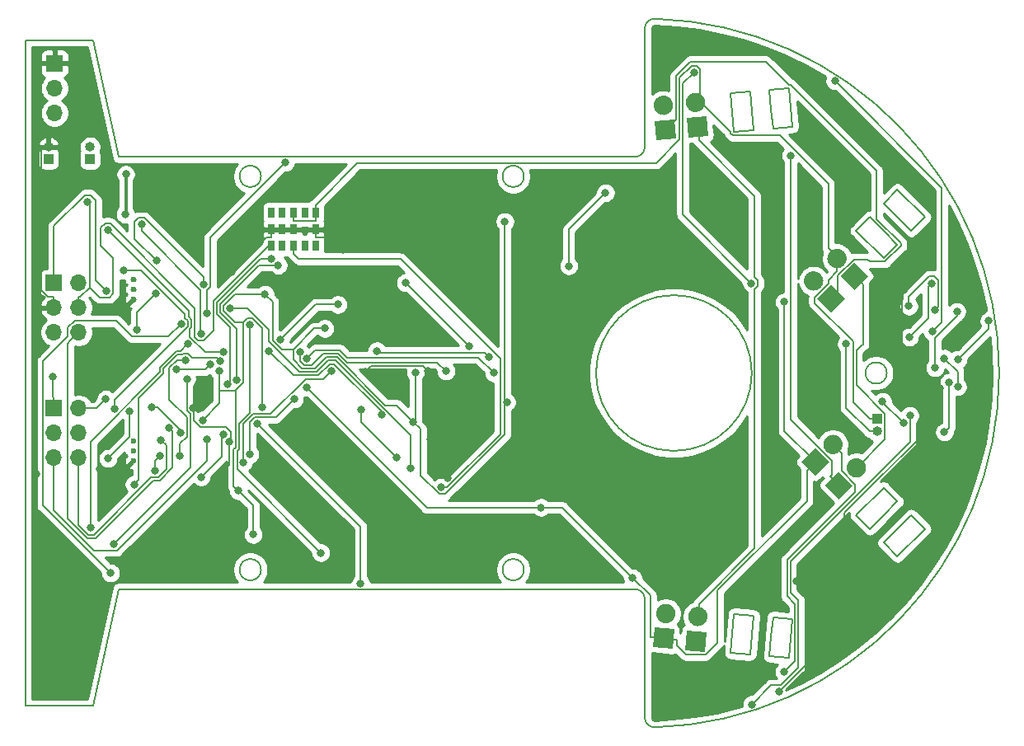
<source format=gbl>
%TF.GenerationSoftware,KiCad,Pcbnew,(5.1.7)-1*%
%TF.CreationDate,2021-11-24T18:19:33+09:00*%
%TF.ProjectId,Quatro,51756174-726f-42e6-9b69-6361645f7063,0*%
%TF.SameCoordinates,Original*%
%TF.FileFunction,Copper,L2,Bot*%
%TF.FilePolarity,Positive*%
%FSLAX46Y46*%
G04 Gerber Fmt 4.6, Leading zero omitted, Abs format (unit mm)*
G04 Created by KiCad (PCBNEW (5.1.7)-1) date 2021-11-24 18:19:33*
%MOMM*%
%LPD*%
G01*
G04 APERTURE LIST*
%TA.AperFunction,Profile*%
%ADD10C,0.200000*%
%TD*%
%TA.AperFunction,ComponentPad*%
%ADD11R,0.800000X1.100000*%
%TD*%
%TA.AperFunction,ComponentPad*%
%ADD12R,0.700000X1.100000*%
%TD*%
%TA.AperFunction,ComponentPad*%
%ADD13C,0.100000*%
%TD*%
%TA.AperFunction,ComponentPad*%
%ADD14R,1.000000X1.000000*%
%TD*%
%TA.AperFunction,ComponentPad*%
%ADD15O,1.000000X1.000000*%
%TD*%
%TA.AperFunction,ComponentPad*%
%ADD16R,1.700000X1.700000*%
%TD*%
%TA.AperFunction,ComponentPad*%
%ADD17O,1.700000X1.700000*%
%TD*%
%TA.AperFunction,ComponentPad*%
%ADD18C,0.600000*%
%TD*%
%TA.AperFunction,ViaPad*%
%ADD19C,0.800000*%
%TD*%
%TA.AperFunction,Conductor*%
%ADD20C,0.200000*%
%TD*%
%TA.AperFunction,Conductor*%
%ADD21C,0.300000*%
%TD*%
%TA.AperFunction,Conductor*%
%ADD22C,0.254000*%
%TD*%
%TA.AperFunction,Conductor*%
%ADD23C,0.100000*%
%TD*%
G04 APERTURE END LIST*
D10*
X170788838Y-58175084D02*
G75*
G02*
X170788843Y-130946030I-1028246J-36385473D01*
G01*
X169760594Y-71360558D02*
X169760594Y-59174685D01*
X110760595Y-60360557D02*
X113160593Y-60360557D01*
X157360593Y-114760556D02*
G75*
G03*
X157360593Y-114760556I-1100001J0D01*
G01*
X169760593Y-129946429D02*
X169760593Y-117760555D01*
X106160594Y-128760556D02*
X106160593Y-60360557D01*
X169760595Y-71360555D02*
G75*
G02*
X168760594Y-72360558I-1000002J-1D01*
G01*
X197128428Y-79950000D02*
X198542640Y-78535786D01*
X106160593Y-60360557D02*
X110760595Y-60360557D01*
X130360596Y-114760557D02*
G75*
G03*
X130360596Y-114760557I-1100001J0D01*
G01*
X195714214Y-78535787D02*
X197128428Y-79950000D01*
X194300000Y-77121573D02*
X195714214Y-78535787D01*
X180760595Y-94560557D02*
G75*
G03*
X180760595Y-94560557I-8000001J0D01*
G01*
X157360594Y-74360558D02*
G75*
G03*
X157360594Y-74360558I-1100001J0D01*
G01*
X130360597Y-74360557D02*
G75*
G03*
X130360597Y-74360557I-1100000J0D01*
G01*
X169760595Y-59174687D02*
G75*
G02*
X170788841Y-58175085I999999J2D01*
G01*
X170788842Y-130946030D02*
G75*
G02*
X169760593Y-129946429I-28249J999601D01*
G01*
X115760595Y-72360558D02*
X168760594Y-72360558D01*
X113160593Y-60360557D02*
X115760595Y-72360558D01*
X168760592Y-116760556D02*
G75*
G02*
X169760593Y-117760555I1J-1000000D01*
G01*
X113160595Y-128760558D02*
X106160594Y-128760556D01*
X115760595Y-116760556D02*
X113160595Y-128760558D01*
X168760593Y-116760556D02*
X115760595Y-116760556D01*
X195714214Y-107756901D02*
X194299999Y-106342687D01*
X180764400Y-67643148D02*
X180938710Y-69635540D01*
X184923487Y-69286914D02*
X184574865Y-65302137D01*
X182756788Y-67468837D02*
X182931100Y-69461226D01*
X182582477Y-65476446D02*
X182756788Y-67468837D01*
X194626591Y-94560557D02*
G75*
G03*
X194626591Y-94560557I-1099998J0D01*
G01*
X192885787Y-78535787D02*
X194300000Y-79950000D01*
X195714214Y-75707359D02*
X194300000Y-77121573D01*
X184574865Y-123818979D02*
X182582477Y-123644667D01*
X178946321Y-69809849D02*
X178597697Y-65825070D01*
X194300001Y-111999541D02*
X195714214Y-110585328D01*
X180938710Y-69635540D02*
X178946321Y-69809849D01*
X195714214Y-110585328D02*
X197128427Y-109171114D01*
X182931100Y-69461226D02*
X184923487Y-69286914D01*
X182931100Y-119659889D02*
X184923489Y-119834198D01*
X178597697Y-65825070D02*
X180590087Y-65650759D01*
X194300000Y-82778427D02*
X191471573Y-79950000D01*
X191471573Y-109171112D02*
X192885787Y-110585327D01*
X178597699Y-123296044D02*
X180590088Y-123470356D01*
X180938709Y-119485577D02*
X178946320Y-119311265D01*
X191471573Y-79950000D02*
X192885787Y-78535787D01*
X184923489Y-119834198D02*
X184574865Y-123818979D01*
X195714214Y-81364214D02*
X194300000Y-82778427D01*
X198542642Y-110585327D02*
X195714215Y-113413756D01*
X194299999Y-106342687D02*
X191471573Y-109171112D01*
X184574865Y-65302137D02*
X182582477Y-65476446D01*
X180590088Y-123470356D02*
X180764398Y-121477967D01*
X178946320Y-119311265D02*
X178597699Y-123296044D01*
X198542640Y-78535786D02*
X195714214Y-75707359D01*
X182582477Y-123644667D02*
X182756788Y-121652278D01*
X180764398Y-121477967D02*
X180938709Y-119485577D01*
X182756788Y-121652278D02*
X182931100Y-119659889D01*
X195714215Y-113413756D02*
X194300001Y-111999541D01*
X197128427Y-109171114D02*
X198542642Y-110585327D01*
X194300000Y-109171114D02*
X195714214Y-107756901D01*
X192885787Y-110585327D02*
X194300000Y-109171114D01*
X180590087Y-65650759D02*
X180764400Y-67643148D01*
X194300000Y-79950000D02*
X195714214Y-81364214D01*
D11*
%TO.P,U5,9*%
%TO.N,+5V*%
X133700000Y-81500000D03*
%TO.P,U5,13*%
%TO.N,GND*%
X133700000Y-79800000D03*
%TO.P,U5,3*%
%TO.N,+BATT*%
X133700000Y-78100000D03*
D12*
%TO.P,U5,7*%
%TO.N,+5V*%
X131450000Y-81500000D03*
%TO.P,U5,8*%
X132550000Y-81500000D03*
%TO.P,U5,10*%
%TO.N,Net-(U5-Pad10)*%
X134850000Y-81500000D03*
%TO.P,U5,11*%
%TO.N,Net-(R15-Pad1)*%
X135950000Y-81500000D03*
%TO.P,U5,6*%
%TO.N,GND*%
X131450000Y-79800000D03*
%TO.P,U5,14*%
X132550000Y-79800000D03*
%TO.P,U5,12*%
X135950000Y-79800000D03*
%TO.P,U5,5*%
%TO.N,+BATT*%
X131450000Y-78100000D03*
%TO.P,U5,4*%
X132550000Y-78100000D03*
%TO.P,U5,2*%
%TO.N,Net-(U5-Pad2)*%
X134850000Y-78100000D03*
%TO.P,U5,1*%
%TO.N,+BATT*%
X135950000Y-78100000D03*
%TD*%
%TO.P,D1,2*%
%TO.N,Net-(C1-Pad2)*%
%TA.AperFunction,ComponentPad*%
G36*
G01*
X171765780Y-68065860D02*
X171765780Y-68065860D01*
G75*
G02*
X170682429Y-67156821I-87156J996195D01*
G01*
X170682429Y-67156821D01*
G75*
G02*
X171591468Y-66073470I996195J87156D01*
G01*
X171591468Y-66073470D01*
G75*
G02*
X172674819Y-66982509I87156J-996195D01*
G01*
X172674819Y-66982509D01*
G75*
G02*
X171765780Y-68065860I-996195J-87156D01*
G01*
G37*
%TD.AperFunction*%
%TA.AperFunction,ComponentPad*%
D13*
%TO.P,D1,1*%
%TO.N,+3.3VADC*%
G36*
X172983350Y-70509039D02*
G01*
X170990961Y-70683350D01*
X170816650Y-68690961D01*
X172809039Y-68516650D01*
X172983350Y-70509039D01*
G37*
%TD.AperFunction*%
%TD*%
%TA.AperFunction,ComponentPad*%
%TO.P,D2,1*%
%TO.N,+3.3VADC*%
G36*
X190314214Y-86900000D02*
G01*
X188900000Y-88314214D01*
X187485786Y-86900000D01*
X188900000Y-85485786D01*
X190314214Y-86900000D01*
G37*
%TD.AperFunction*%
%TO.P,D2,2*%
%TO.N,Net-(C2-Pad2)*%
%TA.AperFunction,ComponentPad*%
G36*
G01*
X187811056Y-85811056D02*
X187811056Y-85811056D01*
G75*
G02*
X186396842Y-85811056I-707107J707107D01*
G01*
X186396842Y-85811056D01*
G75*
G02*
X186396842Y-84396842I707107J707107D01*
G01*
X186396842Y-84396842D01*
G75*
G02*
X187811056Y-84396842I707107J-707107D01*
G01*
X187811056Y-84396842D01*
G75*
G02*
X187811056Y-85811056I-707107J-707107D01*
G01*
G37*
%TD.AperFunction*%
%TD*%
%TA.AperFunction,ComponentPad*%
%TO.P,D3,1*%
%TO.N,+3.3VADC*%
G36*
X187300000Y-105114214D02*
G01*
X185885786Y-103700000D01*
X187300000Y-102285786D01*
X188714214Y-103700000D01*
X187300000Y-105114214D01*
G37*
%TD.AperFunction*%
%TO.P,D3,2*%
%TO.N,Net-(C3-Pad2)*%
%TA.AperFunction,ComponentPad*%
G36*
G01*
X188388944Y-102611056D02*
X188388944Y-102611056D01*
G75*
G02*
X188388944Y-101196842I707107J707107D01*
G01*
X188388944Y-101196842D01*
G75*
G02*
X189803158Y-101196842I707107J-707107D01*
G01*
X189803158Y-101196842D01*
G75*
G02*
X189803158Y-102611056I-707107J-707107D01*
G01*
X189803158Y-102611056D01*
G75*
G02*
X188388944Y-102611056I-707107J707107D01*
G01*
G37*
%TD.AperFunction*%
%TD*%
%TO.P,D4,2*%
%TO.N,Net-(C4-Pad2)*%
%TA.AperFunction,ComponentPad*%
G36*
G01*
X171834220Y-120265860D02*
X171834220Y-120265860D01*
G75*
G02*
X170925181Y-119182509I87156J996195D01*
G01*
X170925181Y-119182509D01*
G75*
G02*
X172008532Y-118273470I996195J-87156D01*
G01*
X172008532Y-118273470D01*
G75*
G02*
X172917571Y-119356821I-87156J-996195D01*
G01*
X172917571Y-119356821D01*
G75*
G02*
X171834220Y-120265860I-996195J87156D01*
G01*
G37*
%TD.AperFunction*%
%TA.AperFunction,ComponentPad*%
%TO.P,D4,1*%
%TO.N,+3.3VADC*%
G36*
X172609039Y-122883350D02*
G01*
X170616650Y-122709039D01*
X170790961Y-120716650D01*
X172783350Y-120890961D01*
X172609039Y-122883350D01*
G37*
%TD.AperFunction*%
%TD*%
%TO.P,D5,2*%
%TO.N,+BATT*%
%TA.AperFunction,ComponentPad*%
G36*
G01*
X190211056Y-83511056D02*
X190211056Y-83511056D01*
G75*
G02*
X188796842Y-83511056I-707107J707107D01*
G01*
X188796842Y-83511056D01*
G75*
G02*
X188796842Y-82096842I707107J707107D01*
G01*
X188796842Y-82096842D01*
G75*
G02*
X190211056Y-82096842I707107J-707107D01*
G01*
X190211056Y-82096842D01*
G75*
G02*
X190211056Y-83511056I-707107J-707107D01*
G01*
G37*
%TD.AperFunction*%
%TA.AperFunction,ComponentPad*%
%TO.P,D5,1*%
%TO.N,Net-(D5-Pad1)*%
G36*
X192714214Y-84600000D02*
G01*
X191300000Y-86014214D01*
X189885786Y-84600000D01*
X191300000Y-83185786D01*
X192714214Y-84600000D01*
G37*
%TD.AperFunction*%
%TD*%
%TA.AperFunction,ComponentPad*%
%TO.P,D6,1*%
%TO.N,Net-(D6-Pad1)*%
G36*
X189700000Y-107514214D02*
G01*
X188285786Y-106100000D01*
X189700000Y-104685786D01*
X191114214Y-106100000D01*
X189700000Y-107514214D01*
G37*
%TD.AperFunction*%
%TO.P,D6,2*%
%TO.N,Net-(D5-Pad1)*%
%TA.AperFunction,ComponentPad*%
G36*
G01*
X190788944Y-105011056D02*
X190788944Y-105011056D01*
G75*
G02*
X190788944Y-103596842I707107J707107D01*
G01*
X190788944Y-103596842D01*
G75*
G02*
X192203158Y-103596842I707107J-707107D01*
G01*
X192203158Y-103596842D01*
G75*
G02*
X192203158Y-105011056I-707107J-707107D01*
G01*
X192203158Y-105011056D01*
G75*
G02*
X190788944Y-105011056I-707107J707107D01*
G01*
G37*
%TD.AperFunction*%
%TD*%
%TA.AperFunction,ComponentPad*%
%TO.P,D7,1*%
%TO.N,Net-(D7-Pad1)*%
G36*
X176283350Y-70209039D02*
G01*
X174290961Y-70383350D01*
X174116650Y-68390961D01*
X176109039Y-68216650D01*
X176283350Y-70209039D01*
G37*
%TD.AperFunction*%
%TO.P,D7,2*%
%TO.N,+BATT*%
%TA.AperFunction,ComponentPad*%
G36*
G01*
X175065780Y-67765860D02*
X175065780Y-67765860D01*
G75*
G02*
X173982429Y-66856821I-87156J996195D01*
G01*
X173982429Y-66856821D01*
G75*
G02*
X174891468Y-65773470I996195J87156D01*
G01*
X174891468Y-65773470D01*
G75*
G02*
X175974819Y-66682509I87156J-996195D01*
G01*
X175974819Y-66682509D01*
G75*
G02*
X175065780Y-67765860I-996195J-87156D01*
G01*
G37*
%TD.AperFunction*%
%TD*%
%TO.P,D8,2*%
%TO.N,Net-(D7-Pad1)*%
%TA.AperFunction,ComponentPad*%
G36*
G01*
X175134220Y-120565860D02*
X175134220Y-120565860D01*
G75*
G02*
X174225181Y-119482509I87156J996195D01*
G01*
X174225181Y-119482509D01*
G75*
G02*
X175308532Y-118573470I996195J-87156D01*
G01*
X175308532Y-118573470D01*
G75*
G02*
X176217571Y-119656821I-87156J-996195D01*
G01*
X176217571Y-119656821D01*
G75*
G02*
X175134220Y-120565860I-996195J87156D01*
G01*
G37*
%TD.AperFunction*%
%TA.AperFunction,ComponentPad*%
%TO.P,D8,1*%
%TO.N,Net-(D8-Pad1)*%
G36*
X175909039Y-123183350D02*
G01*
X173916650Y-123009039D01*
X174090961Y-121016650D01*
X176083350Y-121190961D01*
X175909039Y-123183350D01*
G37*
%TD.AperFunction*%
%TD*%
D14*
%TO.P,J1,1*%
%TO.N,Net-(J1-Pad1)*%
X112800000Y-72600000D03*
D15*
%TO.P,J1,2*%
%TO.N,Net-(J1-Pad2)*%
X112800000Y-71330000D03*
%TD*%
%TO.P,J2,2*%
%TO.N,GND*%
X108550000Y-71330000D03*
D14*
%TO.P,J2,1*%
%TO.N,Net-(J1-Pad2)*%
X108550000Y-72600000D03*
%TD*%
%TO.P,J3,1*%
%TO.N,+BATT*%
X193600000Y-99300000D03*
D15*
%TO.P,J3,2*%
%TO.N,Net-(J3-Pad2)*%
X193600000Y-100570000D03*
%TD*%
D16*
%TO.P,J6,1*%
%TO.N,MOTOR_L_OUT1*%
X109100000Y-85300000D03*
D17*
%TO.P,J6,2*%
%TO.N,MOTOR_L_OUT2*%
X111640000Y-85300000D03*
%TO.P,J6,3*%
%TO.N,GND*%
X109100000Y-87840000D03*
%TO.P,J6,4*%
%TO.N,+5V*%
X111640000Y-87840000D03*
%TO.P,J6,5*%
%TO.N,TIM3_CH2_ENC_L_B*%
X109100000Y-90380000D03*
%TO.P,J6,6*%
%TO.N,TIM3_CH1_ENC_L_A*%
X111640000Y-90380000D03*
%TD*%
%TO.P,J7,6*%
%TO.N,TIM4_CH1_ENC_R_A*%
X111640000Y-103280000D03*
%TO.P,J7,5*%
%TO.N,TIM4_CH2_ENC_R_B*%
X109100000Y-103280000D03*
%TO.P,J7,4*%
%TO.N,+5V*%
X111640000Y-100740000D03*
%TO.P,J7,3*%
%TO.N,GND*%
X109100000Y-100740000D03*
%TO.P,J7,2*%
%TO.N,MOTOR_R_OUT2*%
X111640000Y-98200000D03*
D16*
%TO.P,J7,1*%
%TO.N,MOTOR_R_OUT1*%
X109100000Y-98200000D03*
%TD*%
%TO.P,SW1,1*%
%TO.N,GND*%
X109150000Y-62765000D03*
D17*
%TO.P,SW1,2*%
%TO.N,Net-(Q1-Pad1)*%
X109150000Y-65305000D03*
%TO.P,SW1,3*%
%TO.N,Net-(SW1-Pad3)*%
X109150000Y-67845000D03*
%TD*%
D18*
%TO.P,U8,13*%
%TO.N,GND*%
X117250000Y-85975000D03*
X117250000Y-84975000D03*
X117250000Y-86975000D03*
%TD*%
%TO.P,U9,13*%
%TO.N,GND*%
X117250000Y-103575000D03*
X117250000Y-101575000D03*
X117250000Y-102575000D03*
%TD*%
D19*
%TO.N,GND*%
X148608000Y-96300900D03*
X141030800Y-94458800D03*
X147534100Y-94311300D03*
X138817500Y-81930800D03*
X127256400Y-109600300D03*
X149496900Y-105328500D03*
X147764600Y-101387100D03*
X123399000Y-98121500D03*
X127325500Y-84192500D03*
X196137600Y-84400000D03*
X124398000Y-114457000D03*
X185382700Y-115959300D03*
X183563900Y-127290000D03*
X190291400Y-117224300D03*
X196154400Y-88780000D03*
X200080000Y-96164300D03*
X125942900Y-105195000D03*
X127114800Y-101591100D03*
X190350000Y-68200000D03*
X179450000Y-61100000D03*
X143750000Y-108900000D03*
X176300000Y-76800000D03*
X197650000Y-104250000D03*
X196400000Y-95000000D03*
X204050000Y-94750000D03*
X145450000Y-114850000D03*
X110850000Y-114600000D03*
X179350000Y-101150000D03*
X169850000Y-106750000D03*
X177050000Y-112350000D03*
X161500000Y-89550000D03*
X162000000Y-98650000D03*
X114350000Y-88000000D03*
X115100000Y-91750000D03*
X112000000Y-93900000D03*
X182300000Y-94200000D03*
X186750000Y-93300000D03*
X187350000Y-78600000D03*
X188250000Y-70950000D03*
X172600000Y-124250000D03*
X201450000Y-79300000D03*
X107250000Y-104950000D03*
X113788700Y-104411300D03*
X142650000Y-89500000D03*
X135550000Y-84900000D03*
X125700000Y-74700000D03*
X111350000Y-74550000D03*
X136650000Y-102200000D03*
X202200000Y-106050000D03*
X113550000Y-120950000D03*
X159950000Y-74950000D03*
%TO.N,IR_BL*%
X205104300Y-89199200D03*
X201919800Y-93174200D03*
%TO.N,Net-(22p1-Pad1)*%
X201815500Y-88228700D03*
X199577000Y-94020300D03*
%TO.N,Net-(22p2-Pad1)*%
X199291500Y-90315400D03*
X189288100Y-64555700D03*
%TO.N,IR_FL*%
X196887500Y-87690000D03*
X199535500Y-88108100D03*
%TO.N,Net-(22p3-Pad1)*%
X200531600Y-100635000D03*
X201011400Y-95513900D03*
%TO.N,IR_FR*%
X140645300Y-98358200D03*
X144280300Y-103210100D03*
X196313700Y-99660000D03*
X194186900Y-97462500D03*
%TO.N,Net-(22p4-Pad1)*%
X196986500Y-98915500D03*
X180751300Y-128610000D03*
%TO.N,Net-(C2-Pad2)*%
X174827000Y-63678600D03*
X180722700Y-85338500D03*
%TO.N,Net-(C3-Pad2)*%
X184080400Y-125254100D03*
%TO.N,+5V*%
X148873600Y-106300000D03*
X112560100Y-77003400D03*
%TO.N,+BATT*%
X115304500Y-98225000D03*
X116221800Y-84002200D03*
%TO.N,+3.3VADC*%
X184094600Y-87264400D03*
X168527900Y-115600000D03*
X159119400Y-108370000D03*
X135050100Y-96038100D03*
%TO.N,Net-(D6-Pad1)*%
X184750400Y-72209200D03*
%TO.N,Net-(J3-Pad2)*%
X190463900Y-91575900D03*
%TO.N,USART1_TX*%
X118075900Y-79290300D03*
X124206300Y-90543300D03*
%TO.N,USART1_RX*%
X114613000Y-79908600D03*
X126464600Y-92402400D03*
%TO.N,SWCLK*%
X115260100Y-112100000D03*
X122732800Y-95166400D03*
%TO.N,SWDIO*%
X112863400Y-110476900D03*
X122865800Y-91592500D03*
%TO.N,MOTOR_L_OUT1*%
X114472700Y-86142900D03*
%TO.N,TIM3_CH2_ENC_L_B*%
X119094000Y-98050000D03*
X122082300Y-100718300D03*
%TO.N,TIM3_CH1_ENC_L_A*%
X120883500Y-100157600D03*
%TO.N,TIM4_CH1_ENC_R_A*%
X120106500Y-101426952D03*
%TO.N,TIM4_CH2_ENC_R_B*%
X124795300Y-101393400D03*
%TO.N,MOTOR_R_OUT2*%
X114659200Y-103325000D03*
X116884200Y-98526900D03*
X114424400Y-97240700D03*
%TO.N,MOTOR_R_OUT1*%
X109005200Y-94957600D03*
%TO.N,Net-(Q1-Pad1)*%
X116420000Y-78250000D03*
X116470000Y-74140000D03*
%TO.N,Net-(Q2-Pad1)*%
X196947700Y-90862900D03*
X199228400Y-85342000D03*
%TO.N,Net-(Q3-Pad3)*%
X161958300Y-83555700D03*
X165736600Y-76040600D03*
%TO.N,TIM2_CH1_BUZZER*%
X131406500Y-82843500D03*
X126908900Y-95732000D03*
%TO.N,TIM8_CH1_MOTOR_FAN*%
X131184300Y-92282100D03*
X142726400Y-98871800D03*
%TO.N,LED6*%
X126138100Y-93365300D03*
X117325800Y-106004300D03*
%TO.N,LED5*%
X122190700Y-89485600D03*
X114905300Y-115100000D03*
%TO.N,LED4*%
X124814700Y-88380200D03*
X132828700Y-72948800D03*
%TO.N,LED3*%
X138260300Y-87517700D03*
X132380600Y-91143700D03*
%TO.N,LED2*%
X145687300Y-104326400D03*
X127166300Y-87915200D03*
%TO.N,LED1*%
X136505500Y-113022300D03*
X129215100Y-89634400D03*
%TO.N,BOOT0*%
X124217000Y-105242200D03*
X126521000Y-100840900D03*
%TO.N,SPI_MISO*%
X149338800Y-94360400D03*
X134358100Y-92399700D03*
%TO.N,SPI_CS*%
X135059000Y-93078600D03*
X154252441Y-94549990D03*
%TO.N,SPI_SCK*%
X151724300Y-91825100D03*
X145197900Y-85298700D03*
%TO.N,SPI_MOSI*%
X153769500Y-92919300D03*
X142266700Y-92279500D03*
%TO.N,TIM5_CH1_MOTOR_L_IN1*%
X133781100Y-97234400D03*
X129207600Y-102911200D03*
X122054300Y-103087900D03*
X122606000Y-93216400D03*
%TO.N,TIM5_CH2_MOTOR_L_IN2*%
X119519600Y-86380800D03*
X117590600Y-90130700D03*
%TO.N,TIM5_CH4_MOTOR_R_IN2*%
X128551200Y-103738200D03*
X137615600Y-94320300D03*
X119497632Y-104610504D03*
X119996229Y-103076975D03*
%TO.N,Net-(C21-Pad2)*%
X121702000Y-94180400D03*
X125175200Y-93677800D03*
%TO.N,TIM10_CH1_IR_LED_INNER*%
X132118000Y-83494300D03*
X127869100Y-95244200D03*
%TO.N,TIM11_CH1_IR_LED_OUTER*%
X130002700Y-99748000D03*
X140594700Y-116172700D03*
%TO.N,/1.65VA*%
X201906800Y-95972600D03*
X200535900Y-93040300D03*
%TO.N,BUTTON*%
X155594500Y-97564300D03*
X136911300Y-89971200D03*
X119611300Y-83007600D03*
X124489600Y-85449500D03*
X155395400Y-79008400D03*
X146225800Y-94479000D03*
X129569500Y-111150000D03*
X128043000Y-106655400D03*
X145981900Y-99560600D03*
X130759500Y-86451700D03*
X130447500Y-98097000D03*
X124342800Y-99392100D03*
X126075700Y-94328200D03*
%TD*%
D20*
%TO.N,GND*%
X147569800Y-94368200D02*
X147030300Y-93828700D01*
X147030300Y-93828700D02*
X141660900Y-93828700D01*
X141660900Y-93828700D02*
X141030800Y-94458800D01*
X147764600Y-96300900D02*
X147764600Y-94563000D01*
X147764600Y-94563000D02*
X147612200Y-94410600D01*
X147612200Y-94410600D02*
X147612200Y-94389400D01*
X147612200Y-94389400D02*
X147591000Y-94389400D01*
X147591000Y-94389400D02*
X147591000Y-94368200D01*
X147591000Y-94368200D02*
X147569800Y-94368200D01*
X147569800Y-94368200D02*
X147569800Y-94347000D01*
X147569800Y-94347000D02*
X147534100Y-94311300D01*
X147764600Y-101387100D02*
X147764600Y-96300900D01*
X147764600Y-96300900D02*
X148608000Y-96300900D01*
X123399000Y-98121500D02*
X123433400Y-98155900D01*
X123433400Y-98155900D02*
X123433400Y-99447500D01*
X123433400Y-99447500D02*
X124118600Y-100132700D01*
X124118600Y-100132700D02*
X126773100Y-100132700D01*
X126773100Y-100132700D02*
X127224300Y-100583900D01*
X127224300Y-100583900D02*
X127224300Y-101481600D01*
X127224300Y-101481600D02*
X127114800Y-101591100D01*
X125942900Y-105195000D02*
X127114800Y-104023100D01*
X127114800Y-104023100D02*
X127114800Y-101591100D01*
X135950000Y-79800000D02*
X135950000Y-80600300D01*
X138817500Y-81930800D02*
X137487000Y-80600300D01*
X137487000Y-80600300D02*
X135950000Y-80600300D01*
X125942900Y-109600300D02*
X125942900Y-112912100D01*
X125942900Y-112912100D02*
X124398000Y-114457000D01*
X125942900Y-105195000D02*
X125942900Y-109600300D01*
X125942900Y-109600300D02*
X127256400Y-109600300D01*
X183563900Y-127290000D02*
X186479500Y-124374400D01*
X186479500Y-124374400D02*
X186479500Y-121036200D01*
X186479500Y-121036200D02*
X188469600Y-119046100D01*
X147764600Y-101387100D02*
X147764600Y-103596200D01*
X147764600Y-103596200D02*
X149496900Y-105328500D01*
X131450000Y-79800000D02*
X131450000Y-80600300D01*
X131450000Y-80600300D02*
X130917700Y-80600300D01*
X130917700Y-80600300D02*
X127325500Y-84192500D01*
X196154400Y-88780000D02*
X196154400Y-84416800D01*
X196154400Y-84416800D02*
X196137600Y-84400000D01*
X200080000Y-96164300D02*
X196154400Y-92238700D01*
X196154400Y-92238700D02*
X196154400Y-88780000D01*
X109100000Y-87840000D02*
X109100000Y-86739700D01*
X108550000Y-71330000D02*
X107799700Y-71330000D01*
X107799700Y-71330000D02*
X107799700Y-86056500D01*
X107799700Y-86056500D02*
X108482900Y-86739700D01*
X108482900Y-86739700D02*
X109100000Y-86739700D01*
X188469600Y-119046100D02*
X190291400Y-117224300D01*
X188469600Y-119046100D02*
X185382700Y-115959300D01*
X200080000Y-96164300D02*
X200080000Y-99157300D01*
X200080000Y-99157300D02*
X190291400Y-108945900D01*
X190291400Y-108945900D02*
X190291400Y-117224300D01*
%TO.N,IR_BL*%
X205104300Y-89199200D02*
X205104300Y-89989700D01*
X205104300Y-89989700D02*
X201919800Y-93174200D01*
%TO.N,Net-(22p1-Pad1)*%
X199577000Y-94020300D02*
X199577000Y-90949600D01*
X199577000Y-90949600D02*
X201815500Y-88711100D01*
X201815500Y-88711100D02*
X201815500Y-88228700D01*
%TO.N,Net-(22p2-Pad1)*%
X199291500Y-90315400D02*
X200263900Y-89343000D01*
X200263900Y-89343000D02*
X200263900Y-75531500D01*
X200263900Y-75531500D02*
X189288100Y-64555700D01*
%TO.N,IR_FL*%
X199535500Y-88108100D02*
X199878800Y-87764800D01*
X199878800Y-87764800D02*
X199878800Y-85020700D01*
X199878800Y-85020700D02*
X199488500Y-84630400D01*
X199488500Y-84630400D02*
X198987700Y-84630400D01*
X198987700Y-84630400D02*
X196887500Y-86730600D01*
X196887500Y-86730600D02*
X196887500Y-87690000D01*
%TO.N,Net-(22p3-Pad1)*%
X200531600Y-100635000D02*
X201011400Y-100155200D01*
X201011400Y-100155200D02*
X201011400Y-95513900D01*
%TO.N,IR_FR*%
X144280300Y-103210100D02*
X140645300Y-99575100D01*
X140645300Y-99575100D02*
X140645300Y-98358200D01*
X194186900Y-97462500D02*
X194186900Y-97533200D01*
X194186900Y-97533200D02*
X196313700Y-99660000D01*
%TO.N,Net-(22p4-Pad1)*%
X196986500Y-98915500D02*
X196986500Y-101649700D01*
X196986500Y-101649700D02*
X184728700Y-113907500D01*
X184728700Y-113907500D02*
X184728700Y-117095500D01*
X184728700Y-117095500D02*
X185551100Y-117917900D01*
X185551100Y-117917900D02*
X185551100Y-124807300D01*
X185551100Y-124807300D02*
X183718700Y-126639700D01*
X183718700Y-126639700D02*
X182721600Y-126639700D01*
X182721600Y-126639700D02*
X180751300Y-128610000D01*
%TO.N,Net-(C2-Pad2)*%
X180722700Y-85338500D02*
X173674000Y-78289800D01*
X173674000Y-78289800D02*
X173674000Y-64831600D01*
X173674000Y-64831600D02*
X174827000Y-63678600D01*
%TO.N,Net-(C3-Pad2)*%
X189980200Y-102788000D02*
X189980200Y-104611900D01*
X189980200Y-104611900D02*
X191379400Y-106011100D01*
X191379400Y-106011100D02*
X191379400Y-106761200D01*
X191379400Y-106761200D02*
X184377800Y-113762800D01*
X184377800Y-113762800D02*
X184377800Y-117500200D01*
X184377800Y-117500200D02*
X185190300Y-118312700D01*
X185190300Y-118312700D02*
X185190300Y-124144200D01*
X185190300Y-124144200D02*
X184080400Y-125254100D01*
X189096100Y-101903900D02*
X189980200Y-102788000D01*
%TO.N,+5V*%
X148873600Y-106300000D02*
X149474600Y-106300000D01*
X149474600Y-106300000D02*
X154929800Y-100844800D01*
X154929800Y-100844800D02*
X154929800Y-93096800D01*
X154929800Y-93096800D02*
X144676900Y-82843900D01*
X144676900Y-82843900D02*
X134243600Y-82843900D01*
X134243600Y-82843900D02*
X133700000Y-82300300D01*
X131450000Y-81500000D02*
X131123300Y-81500000D01*
X131123300Y-81500000D02*
X125465100Y-87158200D01*
X125465100Y-87158200D02*
X125465100Y-90214500D01*
X125465100Y-90214500D02*
X124463100Y-91216500D01*
X124463100Y-91216500D02*
X123904800Y-91216500D01*
X123904800Y-91216500D02*
X123541600Y-90853300D01*
X123541600Y-90853300D02*
X123541600Y-87878700D01*
X123541600Y-87878700D02*
X114869300Y-79206400D01*
X114869300Y-79206400D02*
X114359100Y-79206400D01*
X114359100Y-79206400D02*
X113918500Y-79647000D01*
X113918500Y-79647000D02*
X113918500Y-81512600D01*
X113918500Y-81512600D02*
X115184300Y-82778400D01*
X115184300Y-82778400D02*
X115184300Y-86403000D01*
X115184300Y-86403000D02*
X114794000Y-86793300D01*
X114794000Y-86793300D02*
X113782300Y-86793300D01*
X113782300Y-86793300D02*
X112753100Y-85764100D01*
X133700000Y-81500000D02*
X133700000Y-82300300D01*
X112753100Y-85764100D02*
X112753100Y-77196400D01*
X112753100Y-77196400D02*
X112560100Y-77003400D01*
X111640000Y-86739700D02*
X111777500Y-86739700D01*
X111777500Y-86739700D02*
X112753100Y-85764100D01*
X111640000Y-87840000D02*
X111640000Y-86739700D01*
%TO.N,+BATT*%
X116221800Y-84002200D02*
X118060700Y-84002200D01*
X118060700Y-84002200D02*
X122531800Y-88473300D01*
X122531800Y-88473300D02*
X122531800Y-88907000D01*
X122531800Y-88907000D02*
X122841000Y-89216200D01*
X122841000Y-89216200D02*
X122841000Y-89755000D01*
X122841000Y-89755000D02*
X115304500Y-97291500D01*
X115304500Y-97291500D02*
X115304500Y-98225000D01*
X175291600Y-66528200D02*
X175050100Y-66769700D01*
X175050100Y-66769700D02*
X174978600Y-66769700D01*
X135950000Y-77299700D02*
X140254000Y-72995700D01*
X140254000Y-72995700D02*
X170922600Y-72995700D01*
X170922600Y-72995700D02*
X173323600Y-70594700D01*
X173323600Y-70594700D02*
X173323600Y-64243100D01*
X173323600Y-64243100D02*
X174568400Y-62998300D01*
X174568400Y-62998300D02*
X175076700Y-62998300D01*
X175076700Y-62998300D02*
X175477300Y-63398900D01*
X175477300Y-63398900D02*
X175477300Y-66342500D01*
X175477300Y-66342500D02*
X175291600Y-66528200D01*
X135950000Y-78100000D02*
X135950000Y-77299700D01*
X135950000Y-78100000D02*
X135950000Y-78900300D01*
X133700000Y-78100000D02*
X133700000Y-78900300D01*
X133700000Y-78900300D02*
X135950000Y-78900300D01*
X193600000Y-99300000D02*
X192900000Y-99300000D01*
X191149990Y-91342190D02*
X187211300Y-87403500D01*
X187211300Y-87403500D02*
X187211300Y-86820400D01*
X178832400Y-70171162D02*
X178610278Y-69984780D01*
X187211300Y-86820400D02*
X188619900Y-85411800D01*
X192900000Y-99300000D02*
X191149990Y-97549990D01*
X188619900Y-75149400D02*
X183641662Y-70171162D01*
X183641662Y-70171162D02*
X178832400Y-70171162D01*
X191149990Y-97549990D02*
X191149990Y-91342190D01*
X178610278Y-69984780D02*
X178597057Y-69833657D01*
X178597057Y-69833657D02*
X175291600Y-66528200D01*
X189503949Y-82653949D02*
X188619900Y-81769900D01*
X189503949Y-82803949D02*
X189503949Y-82653949D01*
X188619900Y-81769900D02*
X188619900Y-75149400D01*
X189503949Y-84133277D02*
X188619900Y-85017326D01*
X189503949Y-82803949D02*
X189503949Y-84133277D01*
X188619900Y-85017326D02*
X188619900Y-85411800D01*
%TO.N,+3.3VADC*%
X159119400Y-108370000D02*
X161297900Y-108370000D01*
X161297900Y-108370000D02*
X168527900Y-115600000D01*
X135050100Y-96038100D02*
X147382000Y-108370000D01*
X147382000Y-108370000D02*
X159119400Y-108370000D01*
X170345300Y-121681400D02*
X170345300Y-117417400D01*
X170345300Y-117417400D02*
X168527900Y-115600000D01*
X187300000Y-103700000D02*
X184094600Y-100494600D01*
X184094600Y-100494600D02*
X184094600Y-87264400D01*
X171700000Y-121800000D02*
X173054700Y-121918600D01*
X187300000Y-103700000D02*
X186415900Y-104584100D01*
X186415900Y-104584100D02*
X186415900Y-107692900D01*
X186415900Y-107692900D02*
X177231500Y-116877300D01*
X177231500Y-116877300D02*
X177231500Y-122286700D01*
X177231500Y-122286700D02*
X176032600Y-123485600D01*
X176032600Y-123485600D02*
X173985400Y-123485600D01*
X173985400Y-123485600D02*
X173054700Y-122554900D01*
X173054700Y-122554900D02*
X173054700Y-121918600D01*
X171700000Y-121800000D02*
X170345300Y-121681400D01*
X184577738Y-64950539D02*
X184734241Y-64950539D01*
X193578400Y-73794698D02*
X193578400Y-78733412D01*
X174436800Y-62581700D02*
X182208900Y-62581700D01*
X189607107Y-84525109D02*
X189607107Y-86192893D01*
X191249816Y-82882400D02*
X189607107Y-84525109D01*
X172961300Y-64057200D02*
X174436800Y-62581700D01*
X192641600Y-82882400D02*
X191249816Y-82882400D01*
X171900000Y-69600000D02*
X172961300Y-68538700D01*
X192887635Y-83128435D02*
X192641600Y-82882400D01*
X194444980Y-83128435D02*
X192887635Y-83128435D01*
X196064222Y-81509194D02*
X194444980Y-83128435D01*
X184734241Y-64950539D02*
X193578400Y-73794698D01*
X196064222Y-81219234D02*
X196064222Y-81509194D01*
X193578400Y-78733412D02*
X196064222Y-81219234D01*
X189607107Y-86192893D02*
X188900000Y-86900000D01*
X182208900Y-62581700D02*
X184577738Y-64950539D01*
X172961300Y-68538700D02*
X172961300Y-64057200D01*
%TO.N,Net-(D5-Pad1)*%
X194399400Y-98724200D02*
X194399400Y-101400600D01*
X191500000Y-95824800D02*
X194399400Y-98724200D01*
X191500000Y-92250000D02*
X191500000Y-95824800D01*
X192131700Y-91618300D02*
X191500000Y-92250000D01*
X194399400Y-101400600D02*
X191496100Y-104303900D01*
X192181700Y-91618300D02*
X192131700Y-91618300D01*
X192181700Y-85486500D02*
X192181700Y-91618300D01*
X192184100Y-85484100D02*
X192181700Y-85486500D01*
X191300000Y-84600000D02*
X192184100Y-85484100D01*
%TO.N,Net-(D6-Pad1)*%
X188815900Y-105215900D02*
X189011000Y-105020800D01*
X189011000Y-105020800D02*
X189011000Y-103587200D01*
X189011000Y-103587200D02*
X184750400Y-99326600D01*
X184750400Y-99326600D02*
X184750400Y-72209200D01*
X189700000Y-106100000D02*
X188815900Y-105215900D01*
%TO.N,Net-(D7-Pad1)*%
X175334400Y-118278900D02*
X181026100Y-112587200D01*
X181026100Y-112587200D02*
X181026100Y-85954800D01*
X181026100Y-85954800D02*
X181373000Y-85607900D01*
X181373000Y-85607900D02*
X181373000Y-85069100D01*
X181373000Y-85069100D02*
X181026100Y-84722200D01*
X181026100Y-84722200D02*
X181026100Y-76362200D01*
X181026100Y-76362200D02*
X175318600Y-70654700D01*
X175221400Y-119569700D02*
X175334400Y-118278900D01*
X175200000Y-69300000D02*
X175318600Y-70654700D01*
%TO.N,Net-(J3-Pad2)*%
X193600000Y-100570000D02*
X192849700Y-100570000D01*
X192849700Y-100570000D02*
X190463900Y-98184200D01*
X190463900Y-98184200D02*
X190463900Y-91575900D01*
%TO.N,USART1_TX*%
X118075900Y-79290300D02*
X118075900Y-79955400D01*
X118075900Y-79955400D02*
X124164400Y-86043900D01*
X124164400Y-86043900D02*
X124164400Y-90501400D01*
X124164400Y-90501400D02*
X124206300Y-90543300D01*
%TO.N,USART1_RX*%
X126464600Y-92402400D02*
X124595300Y-92402400D01*
X124595300Y-92402400D02*
X123047200Y-90854300D01*
X123047200Y-90854300D02*
X123047200Y-90044200D01*
X123047200Y-90044200D02*
X123191300Y-89900100D01*
X123191300Y-89900100D02*
X123191300Y-89071100D01*
X123191300Y-89071100D02*
X122903200Y-88783000D01*
X122903200Y-88783000D02*
X122903200Y-88198800D01*
X122903200Y-88198800D02*
X114613000Y-79908600D01*
%TO.N,SWCLK*%
X115260100Y-112100000D02*
X123083100Y-104277000D01*
X123083100Y-104277000D02*
X123083100Y-98754300D01*
X123083100Y-98754300D02*
X122732800Y-98404000D01*
X122732800Y-98404000D02*
X122732800Y-95166400D01*
%TO.N,SWDIO*%
X122865800Y-91592500D02*
X122814900Y-91592500D01*
X122814900Y-91592500D02*
X122094000Y-92313400D01*
X122094000Y-92313400D02*
X121649500Y-92313400D01*
X121649500Y-92313400D02*
X119984100Y-93978800D01*
X119984100Y-93978800D02*
X119984100Y-94474200D01*
X119984100Y-94474200D02*
X112863400Y-101594900D01*
X112863400Y-101594900D02*
X112863400Y-110476900D01*
%TO.N,MOTOR_L_OUT1*%
X109100000Y-85300000D02*
X109100000Y-79483800D01*
X109100000Y-79483800D02*
X112284800Y-76299000D01*
X112284800Y-76299000D02*
X112843900Y-76299000D01*
X112843900Y-76299000D02*
X113402900Y-76858000D01*
X113402900Y-76858000D02*
X113402900Y-85073100D01*
X113402900Y-85073100D02*
X114472700Y-86142900D01*
%TO.N,TIM3_CH2_ENC_L_B*%
X119094000Y-98050000D02*
X119695900Y-98050000D01*
X119695900Y-98050000D02*
X122082300Y-100436400D01*
X122082300Y-100436400D02*
X122082300Y-100718300D01*
%TO.N,TIM3_CH1_ENC_L_A*%
X112525100Y-111553900D02*
X110507500Y-109536300D01*
X120883500Y-100157600D02*
X121283499Y-100557599D01*
X119954613Y-105610517D02*
X119308483Y-105610517D01*
X119308483Y-105610517D02*
X113365100Y-111553900D01*
X113365100Y-111553900D02*
X112525100Y-111553900D01*
X110507500Y-109536300D02*
X110507500Y-91512500D01*
X110507500Y-91512500D02*
X110790001Y-91229999D01*
X121283499Y-100557599D02*
X121283499Y-104281631D01*
X110790001Y-91229999D02*
X111640000Y-90380000D01*
X121283499Y-104281631D02*
X119954613Y-105610517D01*
%TO.N,TIM4_CH1_ENC_R_A*%
X113185200Y-111156400D02*
X119081094Y-105260506D01*
X119081094Y-105260506D02*
X119801496Y-105260506D01*
X112623000Y-111156400D02*
X113185200Y-111156400D01*
X120646230Y-101966682D02*
X120106500Y-101426952D01*
X120646230Y-104415772D02*
X120646230Y-101966682D01*
X119801496Y-105260506D02*
X120646230Y-104415772D01*
X111640000Y-110173400D02*
X112623000Y-111156400D01*
X111640000Y-103280000D02*
X111640000Y-110173400D01*
%TO.N,TIM4_CH2_ENC_R_B*%
X109100000Y-103280000D02*
X109100000Y-108692400D01*
X109100000Y-108692400D02*
X113179400Y-112771800D01*
X113179400Y-112771800D02*
X115563700Y-112771800D01*
X115563700Y-112771800D02*
X124795300Y-103540200D01*
X124795300Y-103540200D02*
X124795300Y-101393400D01*
%TO.N,MOTOR_R_OUT2*%
X116884200Y-98526900D02*
X116884200Y-101100000D01*
X116884200Y-101100000D02*
X114659200Y-103325000D01*
X111640000Y-98200000D02*
X113465100Y-98200000D01*
X113465100Y-98200000D02*
X114424400Y-97240700D01*
%TO.N,MOTOR_R_OUT1*%
X109100000Y-98200000D02*
X109100000Y-97099700D01*
X109100000Y-97099700D02*
X109005200Y-97004900D01*
X109005200Y-97004900D02*
X109005200Y-94957600D01*
D21*
%TO.N,Net-(Q1-Pad1)*%
X116470000Y-74140000D02*
X116470000Y-78200000D01*
X116470000Y-78200000D02*
X116420000Y-78250000D01*
D20*
%TO.N,Net-(Q2-Pad1)*%
X199228400Y-85342000D02*
X198885200Y-85685200D01*
X198885200Y-85685200D02*
X198885200Y-88925400D01*
X198885200Y-88925400D02*
X196947700Y-90862900D01*
%TO.N,Net-(Q3-Pad3)*%
X161958300Y-83555700D02*
X161958300Y-79818900D01*
X161958300Y-79818900D02*
X165736600Y-76040600D01*
%TO.N,TIM2_CH1_BUZZER*%
X126908900Y-95732000D02*
X127171200Y-95469700D01*
X127171200Y-95469700D02*
X127171200Y-89830500D01*
X127171200Y-89830500D02*
X125815400Y-88474700D01*
X125815400Y-88474700D02*
X125815400Y-87355500D01*
X125815400Y-87355500D02*
X130327400Y-82843500D01*
X130327400Y-82843500D02*
X131406500Y-82843500D01*
%TO.N,TIM8_CH1_MOTOR_FAN*%
X131184300Y-92282100D02*
X133712700Y-94810500D01*
X133712700Y-94810500D02*
X136205500Y-94810500D01*
X136205500Y-94810500D02*
X137386700Y-93629300D01*
X137386700Y-93629300D02*
X137882200Y-93629300D01*
X137882200Y-93629300D02*
X142726400Y-98473500D01*
X142726400Y-98473500D02*
X142726400Y-98871800D01*
%TO.N,LED6*%
X126138100Y-93365300D02*
X125786800Y-93014000D01*
X125786800Y-93014000D02*
X123323300Y-93014000D01*
X123323300Y-93014000D02*
X122875400Y-92566100D01*
X122875400Y-92566100D02*
X122336700Y-92566100D01*
X122336700Y-92566100D02*
X122239100Y-92663700D01*
X122239100Y-92663700D02*
X121794600Y-92663700D01*
X121794600Y-92663700D02*
X120334400Y-94123900D01*
X120334400Y-94123900D02*
X120334400Y-94619300D01*
X120334400Y-94619300D02*
X117814000Y-97139700D01*
X117814000Y-97139700D02*
X117814000Y-105516100D01*
X117814000Y-105516100D02*
X117325800Y-106004300D01*
%TO.N,LED5*%
X114905300Y-115100000D02*
X107995600Y-108190300D01*
X107995600Y-108190300D02*
X107995600Y-93334600D01*
X107995600Y-93334600D02*
X110539600Y-90790600D01*
X110539600Y-90790600D02*
X110539600Y-89895900D01*
X110539600Y-89895900D02*
X111227300Y-89208200D01*
X111227300Y-89208200D02*
X115455800Y-89208200D01*
X115455800Y-89208200D02*
X117062200Y-90814600D01*
X117062200Y-90814600D02*
X120861700Y-90814600D01*
X120861700Y-90814600D02*
X122190700Y-89485600D01*
%TO.N,LED4*%
X124814700Y-88380200D02*
X124814700Y-86044100D01*
X124814700Y-86044100D02*
X125139900Y-85718900D01*
X125139900Y-85718900D02*
X125139900Y-80637600D01*
X125139900Y-80637600D02*
X132828700Y-72948800D01*
%TO.N,LED3*%
X132380600Y-91143700D02*
X136006600Y-87517700D01*
X136006600Y-87517700D02*
X138260300Y-87517700D01*
%TO.N,LED2*%
X145687300Y-104326400D02*
X145687300Y-100913000D01*
X145687300Y-100913000D02*
X142995800Y-98221500D01*
X142995800Y-98221500D02*
X142969800Y-98221500D01*
X142969800Y-98221500D02*
X138020000Y-93271700D01*
X138020000Y-93271700D02*
X137248900Y-93271700D01*
X137248900Y-93271700D02*
X136060400Y-94460200D01*
X136060400Y-94460200D02*
X134282100Y-94460200D01*
X134282100Y-94460200D02*
X131158700Y-91336800D01*
X131158700Y-91336800D02*
X131158700Y-90142600D01*
X131158700Y-90142600D02*
X128931300Y-87915200D01*
X128931300Y-87915200D02*
X127166300Y-87915200D01*
%TO.N,LED1*%
X129215100Y-89634400D02*
X129215100Y-98625200D01*
X129215100Y-98625200D02*
X128115400Y-99724900D01*
X128115400Y-99724900D02*
X128115400Y-102356000D01*
X128115400Y-102356000D02*
X127900800Y-102570600D01*
X127900800Y-102570600D02*
X127900800Y-104417600D01*
X127900800Y-104417600D02*
X136505500Y-113022300D01*
%TO.N,BOOT0*%
X124217000Y-105242200D02*
X126328700Y-103130500D01*
X126328700Y-103130500D02*
X126328700Y-101033200D01*
X126328700Y-101033200D02*
X126521000Y-100840900D01*
%TO.N,SPI_MISO*%
X149338800Y-94360400D02*
X148456800Y-93478400D01*
X148456800Y-93478400D02*
X139217500Y-93478400D01*
X139217500Y-93478400D02*
X138310200Y-92571100D01*
X138310200Y-92571100D02*
X136783600Y-92571100D01*
X136783600Y-92571100D02*
X135595200Y-93759500D01*
X135595200Y-93759500D02*
X134775600Y-93759500D01*
X134775600Y-93759500D02*
X134358100Y-93342000D01*
X134358100Y-93342000D02*
X134358100Y-92399700D01*
%TO.N,SPI_CS*%
X135928700Y-92208900D02*
X138443400Y-92208900D01*
X135059000Y-93078600D02*
X135928700Y-92208900D01*
X138443400Y-92208900D02*
X139188500Y-92954000D01*
X139188500Y-92954000D02*
X152656451Y-92954000D01*
X152656451Y-92954000D02*
X154252441Y-94549990D01*
%TO.N,SPI_SCK*%
X151724300Y-91825100D02*
X145197900Y-85298700D01*
%TO.N,SPI_MOSI*%
X142266700Y-92279500D02*
X142462600Y-92475400D01*
X142462600Y-92475400D02*
X153325600Y-92475400D01*
X153325600Y-92475400D02*
X153769500Y-92919300D01*
%TO.N,TIM5_CH1_MOTOR_L_IN1*%
X133781100Y-97234400D02*
X131917800Y-99097700D01*
X131917800Y-99097700D02*
X129733400Y-99097700D01*
X129733400Y-99097700D02*
X129207600Y-99623500D01*
X129207600Y-99623500D02*
X129207600Y-102911200D01*
X122606000Y-93216400D02*
X121737300Y-93216400D01*
X121737300Y-93216400D02*
X120954000Y-93999700D01*
X120954000Y-93999700D02*
X120954000Y-97295500D01*
X120954000Y-97295500D02*
X122732800Y-99074300D01*
X122732800Y-99074300D02*
X122732800Y-101112300D01*
X122732800Y-101112300D02*
X122054300Y-101790800D01*
X122054300Y-101790800D02*
X122054300Y-103087900D01*
%TO.N,TIM5_CH2_MOTOR_L_IN2*%
X117590600Y-90130700D02*
X117590600Y-88309800D01*
X117590600Y-88309800D02*
X119519600Y-86380800D01*
%TO.N,TIM5_CH4_MOTOR_R_IN2*%
X137615600Y-94320300D02*
X136775100Y-95160800D01*
X136775100Y-95160800D02*
X134935200Y-95160800D01*
X134935200Y-95160800D02*
X131348600Y-98747400D01*
X131348600Y-98747400D02*
X129588300Y-98747400D01*
X129588300Y-98747400D02*
X128551200Y-99784500D01*
X128551200Y-99784500D02*
X128551200Y-103738200D01*
X119497632Y-103575572D02*
X119497632Y-104610504D01*
X119996229Y-103076975D02*
X119497632Y-103575572D01*
%TO.N,Net-(C21-Pad2)*%
X125175200Y-93677800D02*
X124672600Y-94180400D01*
X124672600Y-94180400D02*
X121702000Y-94180400D01*
%TO.N,TIM10_CH1_IR_LED_INNER*%
X127869100Y-95244200D02*
X127869100Y-90033000D01*
X127869100Y-90033000D02*
X126165700Y-88329600D01*
X126165700Y-88329600D02*
X126165700Y-87500600D01*
X126165700Y-87500600D02*
X130172000Y-83494300D01*
X130172000Y-83494300D02*
X132118000Y-83494300D01*
%TO.N,TIM11_CH1_IR_LED_OUTER*%
X140594700Y-116172700D02*
X140594700Y-110340000D01*
X140594700Y-110340000D02*
X130002700Y-99748000D01*
%TO.N,/1.65VA*%
X201906800Y-95972600D02*
X201906800Y-94411200D01*
X201906800Y-94411200D02*
X200535900Y-93040300D01*
%TO.N,BUTTON*%
X155395400Y-97564300D02*
X155395400Y-79008400D01*
X145981900Y-99560600D02*
X146737900Y-100316600D01*
X146737900Y-100316600D02*
X146737900Y-105097000D01*
X146737900Y-105097000D02*
X148643100Y-107002200D01*
X148643100Y-107002200D02*
X149267900Y-107002200D01*
X149267900Y-107002200D02*
X155395400Y-100874700D01*
X155395400Y-100874700D02*
X155395400Y-97564300D01*
X155395400Y-97564300D02*
X155594500Y-97564300D01*
X133655600Y-92165900D02*
X133655600Y-93191700D01*
X133655600Y-93191700D02*
X134573800Y-94109900D01*
X134573800Y-94109900D02*
X135915100Y-94109900D01*
X135915100Y-94109900D02*
X137103600Y-92921400D01*
X137103600Y-92921400D02*
X138165100Y-92921400D01*
X138165100Y-92921400D02*
X143114900Y-97871200D01*
X143114900Y-97871200D02*
X144292500Y-97871200D01*
X144292500Y-97871200D02*
X145981900Y-99560600D01*
X136911300Y-89971200D02*
X135850300Y-89971200D01*
X135850300Y-89971200D02*
X133655600Y-92165900D01*
X133655600Y-92165900D02*
X132483300Y-92165900D01*
X132483300Y-92165900D02*
X131550800Y-91233400D01*
X131550800Y-91233400D02*
X131550800Y-87243000D01*
X131550800Y-87243000D02*
X130759500Y-86451700D01*
X146225800Y-94479000D02*
X146225800Y-99316700D01*
X146225800Y-99316700D02*
X145981900Y-99560600D01*
X130447500Y-98097000D02*
X130447500Y-89926900D01*
X130447500Y-89926900D02*
X129470900Y-88950300D01*
X129470900Y-88950300D02*
X128914600Y-88950300D01*
X128914600Y-88950300D02*
X128519600Y-89345300D01*
X127650600Y-96382400D02*
X127765100Y-96496900D01*
X127765100Y-96496900D02*
X127765100Y-102210900D01*
X127765100Y-102210900D02*
X127550500Y-102425500D01*
X127550500Y-102425500D02*
X127550500Y-106162900D01*
X127550500Y-106162900D02*
X128043000Y-106655400D01*
X126075700Y-96382400D02*
X126075700Y-97659200D01*
X126075700Y-97659200D02*
X124342800Y-99392100D01*
X124489600Y-85449500D02*
X124489600Y-84736800D01*
X124489600Y-84736800D02*
X118392700Y-78639900D01*
X118392700Y-78639900D02*
X117754700Y-78639900D01*
X117754700Y-78639900D02*
X117364400Y-79030200D01*
X117364400Y-79030200D02*
X117364400Y-80760700D01*
X117364400Y-80760700D02*
X119611300Y-83007600D01*
X128043000Y-106655400D02*
X129569500Y-108181900D01*
X129569500Y-108181900D02*
X129569500Y-111150000D01*
X128519600Y-89345300D02*
X127676800Y-89345300D01*
X127676800Y-89345300D02*
X126516000Y-88184500D01*
X126516000Y-88184500D02*
X126516000Y-87645900D01*
X126516000Y-87645900D02*
X127710200Y-86451700D01*
X127710200Y-86451700D02*
X130759500Y-86451700D01*
X127650600Y-96382400D02*
X128519600Y-95513400D01*
X128519600Y-95513400D02*
X128519600Y-89345300D01*
X126075700Y-96382400D02*
X127650600Y-96382400D01*
X126075700Y-94328200D02*
X126075700Y-96382400D01*
%TD*%
D22*
%TO.N,GND*%
X188091535Y-105359985D02*
X188098959Y-105384457D01*
X187834601Y-105648815D01*
X187755249Y-105745506D01*
X187696284Y-105855820D01*
X187659974Y-105975518D01*
X187647714Y-106100000D01*
X187659974Y-106224482D01*
X187696284Y-106344180D01*
X187755249Y-106454494D01*
X187834601Y-106551185D01*
X189192285Y-107908869D01*
X183883608Y-113217546D01*
X183855562Y-113240563D01*
X183763713Y-113352481D01*
X183695463Y-113480168D01*
X183675937Y-113544537D01*
X183653435Y-113618715D01*
X183639244Y-113762800D01*
X183642800Y-113798905D01*
X183642801Y-117464085D01*
X183639244Y-117500200D01*
X183653435Y-117644285D01*
X183693641Y-117776822D01*
X183695464Y-117782833D01*
X183763714Y-117910520D01*
X183855563Y-118022438D01*
X183883608Y-118045454D01*
X184455300Y-118617147D01*
X184455300Y-119055431D01*
X183031132Y-118930834D01*
X182995469Y-118924144D01*
X182854329Y-118925683D01*
X182850695Y-118925723D01*
X182820903Y-118931988D01*
X182709013Y-118955515D01*
X182575863Y-119012377D01*
X182456366Y-119094122D01*
X182355112Y-119197609D01*
X182275993Y-119318862D01*
X182222050Y-119453220D01*
X182202044Y-119559862D01*
X182202044Y-119559867D01*
X182195355Y-119595521D01*
X182195751Y-119631795D01*
X182027733Y-121552246D01*
X182027732Y-121552251D01*
X181853422Y-123544638D01*
X181846732Y-123580298D01*
X181847210Y-123624117D01*
X181848311Y-123725071D01*
X181878104Y-123866755D01*
X181890559Y-123895919D01*
X181934965Y-123999904D01*
X182016711Y-124119401D01*
X182120198Y-124220655D01*
X182241450Y-124299774D01*
X182375808Y-124353717D01*
X182482450Y-124373723D01*
X182482453Y-124373723D01*
X182518108Y-124380412D01*
X182554383Y-124380016D01*
X183415440Y-124455349D01*
X183276463Y-124594326D01*
X183163195Y-124763844D01*
X183085174Y-124952202D01*
X183045400Y-125152161D01*
X183045400Y-125356039D01*
X183085174Y-125555998D01*
X183163195Y-125744356D01*
X183270333Y-125904700D01*
X182757705Y-125904700D01*
X182721600Y-125901144D01*
X182577514Y-125915335D01*
X182535486Y-125928084D01*
X182438967Y-125957363D01*
X182311280Y-126025613D01*
X182199362Y-126117462D01*
X182176346Y-126145507D01*
X180746854Y-127575000D01*
X180649361Y-127575000D01*
X180449402Y-127614774D01*
X180261044Y-127692795D01*
X180091526Y-127806063D01*
X179947363Y-127950226D01*
X179834095Y-128119744D01*
X179756074Y-128308102D01*
X179716300Y-128508061D01*
X179716300Y-128711939D01*
X179732122Y-128791484D01*
X179340267Y-128914518D01*
X177103365Y-129461109D01*
X174835851Y-129862208D01*
X172544512Y-130116440D01*
X170794821Y-130209669D01*
X170717074Y-130204258D01*
X170667821Y-130190893D01*
X170622103Y-130168217D01*
X170581665Y-130137097D01*
X170548037Y-130098708D01*
X170522506Y-130054522D01*
X170506047Y-130006224D01*
X170495593Y-129928072D01*
X170495593Y-123332406D01*
X170561039Y-123344683D01*
X172553428Y-123518994D01*
X172678504Y-123517630D01*
X172800911Y-123491890D01*
X172906957Y-123446603D01*
X173440146Y-123979793D01*
X173463162Y-124007838D01*
X173509855Y-124046158D01*
X173575080Y-124099687D01*
X173702766Y-124167937D01*
X173841315Y-124209965D01*
X173985400Y-124224156D01*
X174021505Y-124220600D01*
X175996495Y-124220600D01*
X176032600Y-124224156D01*
X176068705Y-124220600D01*
X176176685Y-124209965D01*
X176315233Y-124167937D01*
X176442920Y-124099687D01*
X176554838Y-124007838D01*
X176577858Y-123979788D01*
X177725693Y-122831954D01*
X177753738Y-122808938D01*
X177845587Y-122697020D01*
X177861619Y-122667027D01*
X177913837Y-122569334D01*
X177927375Y-122524703D01*
X177868644Y-123196015D01*
X177861954Y-123231675D01*
X177862350Y-123267953D01*
X177863533Y-123376448D01*
X177893326Y-123518132D01*
X177898443Y-123530113D01*
X177950187Y-123651281D01*
X178031933Y-123770778D01*
X178135420Y-123872032D01*
X178256672Y-123951151D01*
X178391030Y-124005094D01*
X178497672Y-124025100D01*
X178497676Y-124025100D01*
X178533330Y-124031789D01*
X178569605Y-124031393D01*
X180490061Y-124199412D01*
X180525720Y-124206101D01*
X180670492Y-124204522D01*
X180812176Y-124174729D01*
X180813916Y-124173986D01*
X180945325Y-124117868D01*
X181031749Y-124058747D01*
X181064823Y-124036122D01*
X181125966Y-123973630D01*
X181166076Y-123932636D01*
X181245195Y-123811383D01*
X181299139Y-123677025D01*
X181325833Y-123534725D01*
X181325437Y-123498448D01*
X181493989Y-121571874D01*
X181667764Y-119585608D01*
X181674454Y-119549946D01*
X181672875Y-119405173D01*
X181643083Y-119263490D01*
X181586221Y-119130340D01*
X181504476Y-119010843D01*
X181455792Y-118963209D01*
X181400988Y-118909588D01*
X181350863Y-118876881D01*
X181279736Y-118830470D01*
X181241245Y-118815017D01*
X181145378Y-118776526D01*
X181003078Y-118749831D01*
X180966795Y-118750227D01*
X179046348Y-118582210D01*
X179010689Y-118575520D01*
X178865915Y-118577099D01*
X178724231Y-118606892D01*
X178690194Y-118621428D01*
X178591083Y-118663753D01*
X178471586Y-118745499D01*
X178370332Y-118848986D01*
X178291213Y-118970238D01*
X178237270Y-119104596D01*
X178237270Y-119104597D01*
X178220135Y-119195938D01*
X178210575Y-119246896D01*
X178210971Y-119283173D01*
X177966500Y-122077505D01*
X177966500Y-117181746D01*
X186910093Y-108238154D01*
X186938138Y-108215138D01*
X187029987Y-108103220D01*
X187098237Y-107975533D01*
X187132123Y-107863825D01*
X187140265Y-107836986D01*
X187154456Y-107692901D01*
X187150900Y-107656796D01*
X187150900Y-105732558D01*
X187175518Y-105740026D01*
X187300000Y-105752286D01*
X187424482Y-105740026D01*
X187544180Y-105703716D01*
X187654494Y-105644751D01*
X187751185Y-105565399D01*
X188079437Y-105237147D01*
X188091535Y-105359985D01*
%TA.AperFunction,Conductor*%
D23*
G36*
X188091535Y-105359985D02*
G01*
X188098959Y-105384457D01*
X187834601Y-105648815D01*
X187755249Y-105745506D01*
X187696284Y-105855820D01*
X187659974Y-105975518D01*
X187647714Y-106100000D01*
X187659974Y-106224482D01*
X187696284Y-106344180D01*
X187755249Y-106454494D01*
X187834601Y-106551185D01*
X189192285Y-107908869D01*
X183883608Y-113217546D01*
X183855562Y-113240563D01*
X183763713Y-113352481D01*
X183695463Y-113480168D01*
X183675937Y-113544537D01*
X183653435Y-113618715D01*
X183639244Y-113762800D01*
X183642800Y-113798905D01*
X183642801Y-117464085D01*
X183639244Y-117500200D01*
X183653435Y-117644285D01*
X183693641Y-117776822D01*
X183695464Y-117782833D01*
X183763714Y-117910520D01*
X183855563Y-118022438D01*
X183883608Y-118045454D01*
X184455300Y-118617147D01*
X184455300Y-119055431D01*
X183031132Y-118930834D01*
X182995469Y-118924144D01*
X182854329Y-118925683D01*
X182850695Y-118925723D01*
X182820903Y-118931988D01*
X182709013Y-118955515D01*
X182575863Y-119012377D01*
X182456366Y-119094122D01*
X182355112Y-119197609D01*
X182275993Y-119318862D01*
X182222050Y-119453220D01*
X182202044Y-119559862D01*
X182202044Y-119559867D01*
X182195355Y-119595521D01*
X182195751Y-119631795D01*
X182027733Y-121552246D01*
X182027732Y-121552251D01*
X181853422Y-123544638D01*
X181846732Y-123580298D01*
X181847210Y-123624117D01*
X181848311Y-123725071D01*
X181878104Y-123866755D01*
X181890559Y-123895919D01*
X181934965Y-123999904D01*
X182016711Y-124119401D01*
X182120198Y-124220655D01*
X182241450Y-124299774D01*
X182375808Y-124353717D01*
X182482450Y-124373723D01*
X182482453Y-124373723D01*
X182518108Y-124380412D01*
X182554383Y-124380016D01*
X183415440Y-124455349D01*
X183276463Y-124594326D01*
X183163195Y-124763844D01*
X183085174Y-124952202D01*
X183045400Y-125152161D01*
X183045400Y-125356039D01*
X183085174Y-125555998D01*
X183163195Y-125744356D01*
X183270333Y-125904700D01*
X182757705Y-125904700D01*
X182721600Y-125901144D01*
X182577514Y-125915335D01*
X182535486Y-125928084D01*
X182438967Y-125957363D01*
X182311280Y-126025613D01*
X182199362Y-126117462D01*
X182176346Y-126145507D01*
X180746854Y-127575000D01*
X180649361Y-127575000D01*
X180449402Y-127614774D01*
X180261044Y-127692795D01*
X180091526Y-127806063D01*
X179947363Y-127950226D01*
X179834095Y-128119744D01*
X179756074Y-128308102D01*
X179716300Y-128508061D01*
X179716300Y-128711939D01*
X179732122Y-128791484D01*
X179340267Y-128914518D01*
X177103365Y-129461109D01*
X174835851Y-129862208D01*
X172544512Y-130116440D01*
X170794821Y-130209669D01*
X170717074Y-130204258D01*
X170667821Y-130190893D01*
X170622103Y-130168217D01*
X170581665Y-130137097D01*
X170548037Y-130098708D01*
X170522506Y-130054522D01*
X170506047Y-130006224D01*
X170495593Y-129928072D01*
X170495593Y-123332406D01*
X170561039Y-123344683D01*
X172553428Y-123518994D01*
X172678504Y-123517630D01*
X172800911Y-123491890D01*
X172906957Y-123446603D01*
X173440146Y-123979793D01*
X173463162Y-124007838D01*
X173509855Y-124046158D01*
X173575080Y-124099687D01*
X173702766Y-124167937D01*
X173841315Y-124209965D01*
X173985400Y-124224156D01*
X174021505Y-124220600D01*
X175996495Y-124220600D01*
X176032600Y-124224156D01*
X176068705Y-124220600D01*
X176176685Y-124209965D01*
X176315233Y-124167937D01*
X176442920Y-124099687D01*
X176554838Y-124007838D01*
X176577858Y-123979788D01*
X177725693Y-122831954D01*
X177753738Y-122808938D01*
X177845587Y-122697020D01*
X177861619Y-122667027D01*
X177913837Y-122569334D01*
X177927375Y-122524703D01*
X177868644Y-123196015D01*
X177861954Y-123231675D01*
X177862350Y-123267953D01*
X177863533Y-123376448D01*
X177893326Y-123518132D01*
X177898443Y-123530113D01*
X177950187Y-123651281D01*
X178031933Y-123770778D01*
X178135420Y-123872032D01*
X178256672Y-123951151D01*
X178391030Y-124005094D01*
X178497672Y-124025100D01*
X178497676Y-124025100D01*
X178533330Y-124031789D01*
X178569605Y-124031393D01*
X180490061Y-124199412D01*
X180525720Y-124206101D01*
X180670492Y-124204522D01*
X180812176Y-124174729D01*
X180813916Y-124173986D01*
X180945325Y-124117868D01*
X181031749Y-124058747D01*
X181064823Y-124036122D01*
X181125966Y-123973630D01*
X181166076Y-123932636D01*
X181245195Y-123811383D01*
X181299139Y-123677025D01*
X181325833Y-123534725D01*
X181325437Y-123498448D01*
X181493989Y-121571874D01*
X181667764Y-119585608D01*
X181674454Y-119549946D01*
X181672875Y-119405173D01*
X181643083Y-119263490D01*
X181586221Y-119130340D01*
X181504476Y-119010843D01*
X181455792Y-118963209D01*
X181400988Y-118909588D01*
X181350863Y-118876881D01*
X181279736Y-118830470D01*
X181241245Y-118815017D01*
X181145378Y-118776526D01*
X181003078Y-118749831D01*
X180966795Y-118750227D01*
X179046348Y-118582210D01*
X179010689Y-118575520D01*
X178865915Y-118577099D01*
X178724231Y-118606892D01*
X178690194Y-118621428D01*
X178591083Y-118663753D01*
X178471586Y-118745499D01*
X178370332Y-118848986D01*
X178291213Y-118970238D01*
X178237270Y-119104596D01*
X178237270Y-119104597D01*
X178220135Y-119195938D01*
X178210575Y-119246896D01*
X178210971Y-119283173D01*
X177966500Y-122077505D01*
X177966500Y-117181746D01*
X186910093Y-108238154D01*
X186938138Y-108215138D01*
X187029987Y-108103220D01*
X187098237Y-107975533D01*
X187132123Y-107863825D01*
X187140265Y-107836986D01*
X187154456Y-107692901D01*
X187150900Y-107656796D01*
X187150900Y-105732558D01*
X187175518Y-105740026D01*
X187300000Y-105752286D01*
X187424482Y-105740026D01*
X187544180Y-105703716D01*
X187654494Y-105644751D01*
X187751185Y-105565399D01*
X188079437Y-105237147D01*
X188091535Y-105359985D01*
G37*
%TD.AperFunction*%
D22*
X115033289Y-72474786D02*
X115036230Y-72504643D01*
X115048578Y-72545349D01*
X115049907Y-72551483D01*
X115059072Y-72579942D01*
X115078258Y-72643191D01*
X115081231Y-72648753D01*
X115083166Y-72654762D01*
X115115347Y-72712580D01*
X115146508Y-72770878D01*
X115150509Y-72775753D01*
X115153579Y-72781269D01*
X115196414Y-72831689D01*
X115238357Y-72882796D01*
X115243234Y-72886798D01*
X115247320Y-72891608D01*
X115299156Y-72932692D01*
X115350275Y-72974645D01*
X115355840Y-72977619D01*
X115360785Y-72981539D01*
X115419646Y-73011725D01*
X115477962Y-73042895D01*
X115483998Y-73044726D01*
X115489614Y-73047606D01*
X115553226Y-73065726D01*
X115616510Y-73084923D01*
X115622790Y-73085542D01*
X115628858Y-73087270D01*
X115694772Y-73092631D01*
X115724490Y-73095558D01*
X115730759Y-73095558D01*
X115773164Y-73099007D01*
X115802972Y-73095558D01*
X127914862Y-73095558D01*
X127826663Y-73183757D01*
X127624633Y-73486116D01*
X127485473Y-73822079D01*
X127414529Y-74178735D01*
X127414529Y-74542379D01*
X127485473Y-74899035D01*
X127624633Y-75234998D01*
X127826663Y-75537357D01*
X128083797Y-75794491D01*
X128386156Y-75996521D01*
X128637445Y-76100608D01*
X124645708Y-80092346D01*
X124617663Y-80115362D01*
X124525814Y-80227280D01*
X124464956Y-80341137D01*
X124457564Y-80354967D01*
X124415535Y-80493515D01*
X124401344Y-80637600D01*
X124404901Y-80673715D01*
X124404900Y-83612654D01*
X118937959Y-78145713D01*
X118914938Y-78117662D01*
X118803020Y-78025813D01*
X118675333Y-77957563D01*
X118536785Y-77915535D01*
X118428805Y-77904900D01*
X118392700Y-77901344D01*
X118356595Y-77904900D01*
X117790805Y-77904900D01*
X117754700Y-77901344D01*
X117610615Y-77915535D01*
X117472066Y-77957563D01*
X117426281Y-77982036D01*
X117422390Y-77984116D01*
X117415226Y-77948102D01*
X117337205Y-77759744D01*
X117255000Y-77636715D01*
X117255000Y-74818711D01*
X117273937Y-74799774D01*
X117387205Y-74630256D01*
X117465226Y-74441898D01*
X117505000Y-74241939D01*
X117505000Y-74038061D01*
X117465226Y-73838102D01*
X117387205Y-73649744D01*
X117273937Y-73480226D01*
X117129774Y-73336063D01*
X116960256Y-73222795D01*
X116771898Y-73144774D01*
X116571939Y-73105000D01*
X116368061Y-73105000D01*
X116168102Y-73144774D01*
X115979744Y-73222795D01*
X115810226Y-73336063D01*
X115666063Y-73480226D01*
X115552795Y-73649744D01*
X115474774Y-73838102D01*
X115435000Y-74038061D01*
X115435000Y-74241939D01*
X115474774Y-74441898D01*
X115552795Y-74630256D01*
X115666063Y-74799774D01*
X115685000Y-74818711D01*
X115685001Y-77521288D01*
X115616063Y-77590226D01*
X115502795Y-77759744D01*
X115424774Y-77948102D01*
X115385000Y-78148061D01*
X115385000Y-78351939D01*
X115424774Y-78551898D01*
X115502795Y-78740256D01*
X115616063Y-78909774D01*
X115760226Y-79053937D01*
X115929744Y-79167205D01*
X116118102Y-79245226D01*
X116318061Y-79285000D01*
X116521939Y-79285000D01*
X116629400Y-79263625D01*
X116629401Y-79927054D01*
X115414559Y-78712213D01*
X115391538Y-78684162D01*
X115279620Y-78592313D01*
X115151933Y-78524063D01*
X115013385Y-78482035D01*
X114905405Y-78471400D01*
X114869300Y-78467844D01*
X114833195Y-78471400D01*
X114395194Y-78471400D01*
X114359099Y-78467845D01*
X114323004Y-78471400D01*
X114322995Y-78471400D01*
X114215015Y-78482035D01*
X114137900Y-78505428D01*
X114137900Y-76894094D01*
X114141455Y-76857999D01*
X114137900Y-76821904D01*
X114137900Y-76821895D01*
X114127265Y-76713915D01*
X114085237Y-76575367D01*
X114016987Y-76447680D01*
X114000414Y-76427487D01*
X113948153Y-76363806D01*
X113948150Y-76363803D01*
X113925137Y-76335762D01*
X113897097Y-76312750D01*
X113389158Y-75804812D01*
X113366138Y-75776762D01*
X113254220Y-75684913D01*
X113126533Y-75616663D01*
X112987985Y-75574635D01*
X112880005Y-75564000D01*
X112843900Y-75560444D01*
X112807795Y-75564000D01*
X112320894Y-75564000D01*
X112284799Y-75560445D01*
X112248704Y-75564000D01*
X112248695Y-75564000D01*
X112140715Y-75574635D01*
X112002167Y-75616663D01*
X111874480Y-75684913D01*
X111762562Y-75776762D01*
X111739546Y-75804807D01*
X108605808Y-78938546D01*
X108577763Y-78961562D01*
X108485914Y-79073480D01*
X108435998Y-79166866D01*
X108417664Y-79201167D01*
X108375635Y-79339715D01*
X108361444Y-79483800D01*
X108365001Y-79519915D01*
X108365000Y-83811928D01*
X108250000Y-83811928D01*
X108125518Y-83824188D01*
X108005820Y-83860498D01*
X107895506Y-83919463D01*
X107798815Y-83998815D01*
X107719463Y-84095506D01*
X107660498Y-84205820D01*
X107624188Y-84325518D01*
X107611928Y-84450000D01*
X107611928Y-86150000D01*
X107624188Y-86274482D01*
X107660498Y-86394180D01*
X107719463Y-86504494D01*
X107798815Y-86601185D01*
X107895506Y-86680537D01*
X108005820Y-86739502D01*
X108086466Y-86763966D01*
X108002412Y-86839731D01*
X107828359Y-87073080D01*
X107703175Y-87335901D01*
X107658524Y-87483110D01*
X107779845Y-87713000D01*
X108973000Y-87713000D01*
X108973000Y-87693000D01*
X109227000Y-87693000D01*
X109227000Y-87713000D01*
X109247000Y-87713000D01*
X109247000Y-87967000D01*
X109227000Y-87967000D01*
X109227000Y-87987000D01*
X108973000Y-87987000D01*
X108973000Y-87967000D01*
X107779845Y-87967000D01*
X107658524Y-88196890D01*
X107703175Y-88344099D01*
X107828359Y-88606920D01*
X108002412Y-88840269D01*
X108218645Y-89035178D01*
X108335534Y-89104805D01*
X108153368Y-89226525D01*
X107946525Y-89433368D01*
X107784010Y-89676589D01*
X107672068Y-89946842D01*
X107615000Y-90233740D01*
X107615000Y-90526260D01*
X107672068Y-90813158D01*
X107784010Y-91083411D01*
X107946525Y-91326632D01*
X108153368Y-91533475D01*
X108396589Y-91695990D01*
X108536720Y-91754034D01*
X107501408Y-92789346D01*
X107473363Y-92812362D01*
X107381514Y-92924280D01*
X107327639Y-93025074D01*
X107313264Y-93051967D01*
X107271235Y-93190515D01*
X107257044Y-93334600D01*
X107260601Y-93370715D01*
X107260600Y-108154195D01*
X107257044Y-108190300D01*
X107271235Y-108334385D01*
X107282039Y-108369999D01*
X107313263Y-108472932D01*
X107381513Y-108600619D01*
X107473362Y-108712537D01*
X107501408Y-108735554D01*
X113870300Y-115104447D01*
X113870300Y-115201939D01*
X113910074Y-115401898D01*
X113988095Y-115590256D01*
X114101363Y-115759774D01*
X114245526Y-115903937D01*
X114415044Y-116017205D01*
X114603402Y-116095226D01*
X114803361Y-116135000D01*
X115007239Y-116135000D01*
X115207198Y-116095226D01*
X115395556Y-116017205D01*
X115565074Y-115903937D01*
X115709237Y-115759774D01*
X115822505Y-115590256D01*
X115900526Y-115401898D01*
X115940300Y-115201939D01*
X115940300Y-114998061D01*
X115900526Y-114798102D01*
X115822505Y-114609744D01*
X115709237Y-114440226D01*
X115565074Y-114296063D01*
X115395556Y-114182795D01*
X115207198Y-114104774D01*
X115007239Y-114065000D01*
X114909747Y-114065000D01*
X114351547Y-113506800D01*
X115527595Y-113506800D01*
X115563700Y-113510356D01*
X115599805Y-113506800D01*
X115707785Y-113496165D01*
X115846333Y-113454137D01*
X115974020Y-113385887D01*
X116085938Y-113294038D01*
X116108959Y-113265987D01*
X123443018Y-105931929D01*
X123557226Y-106046137D01*
X123726744Y-106159405D01*
X123915102Y-106237426D01*
X124115061Y-106277200D01*
X124318939Y-106277200D01*
X124518898Y-106237426D01*
X124707256Y-106159405D01*
X124876774Y-106046137D01*
X125020937Y-105901974D01*
X125134205Y-105732456D01*
X125212226Y-105544098D01*
X125252000Y-105344139D01*
X125252000Y-105246646D01*
X126815500Y-103683147D01*
X126815501Y-106126785D01*
X126811944Y-106162900D01*
X126826135Y-106306985D01*
X126851775Y-106391507D01*
X126868164Y-106445533D01*
X126936414Y-106573220D01*
X127008000Y-106660448D01*
X127008000Y-106757339D01*
X127047774Y-106957298D01*
X127125795Y-107145656D01*
X127239063Y-107315174D01*
X127383226Y-107459337D01*
X127552744Y-107572605D01*
X127741102Y-107650626D01*
X127941061Y-107690400D01*
X128038554Y-107690400D01*
X128834500Y-108486347D01*
X128834501Y-110421288D01*
X128765563Y-110490226D01*
X128652295Y-110659744D01*
X128574274Y-110848102D01*
X128534500Y-111048061D01*
X128534500Y-111251939D01*
X128574274Y-111451898D01*
X128652295Y-111640256D01*
X128765563Y-111809774D01*
X128909726Y-111953937D01*
X129079244Y-112067205D01*
X129267602Y-112145226D01*
X129467561Y-112185000D01*
X129671439Y-112185000D01*
X129871398Y-112145226D01*
X130059756Y-112067205D01*
X130229274Y-111953937D01*
X130373437Y-111809774D01*
X130486705Y-111640256D01*
X130564726Y-111451898D01*
X130604500Y-111251939D01*
X130604500Y-111048061D01*
X130564726Y-110848102D01*
X130486705Y-110659744D01*
X130373437Y-110490226D01*
X130304500Y-110421289D01*
X130304500Y-108218004D01*
X130308056Y-108181899D01*
X130293865Y-108037814D01*
X130273633Y-107971118D01*
X130251837Y-107899267D01*
X130183587Y-107771580D01*
X130139617Y-107718003D01*
X130114753Y-107687706D01*
X130114750Y-107687703D01*
X130091737Y-107659662D01*
X130063697Y-107636650D01*
X129078000Y-106650954D01*
X129078000Y-106634246D01*
X135470500Y-113026747D01*
X135470500Y-113124239D01*
X135510274Y-113324198D01*
X135588295Y-113512556D01*
X135701563Y-113682074D01*
X135845726Y-113826237D01*
X136015244Y-113939505D01*
X136203602Y-114017526D01*
X136403561Y-114057300D01*
X136607439Y-114057300D01*
X136807398Y-114017526D01*
X136995756Y-113939505D01*
X137165274Y-113826237D01*
X137309437Y-113682074D01*
X137422705Y-113512556D01*
X137500726Y-113324198D01*
X137540500Y-113124239D01*
X137540500Y-112920361D01*
X137500726Y-112720402D01*
X137422705Y-112532044D01*
X137309437Y-112362526D01*
X137165274Y-112218363D01*
X136995756Y-112105095D01*
X136807398Y-112027074D01*
X136607439Y-111987300D01*
X136509947Y-111987300D01*
X129123339Y-104600693D01*
X129210974Y-104542137D01*
X129355137Y-104397974D01*
X129468405Y-104228456D01*
X129546426Y-104040098D01*
X129578718Y-103877754D01*
X129697856Y-103828405D01*
X129867374Y-103715137D01*
X130011537Y-103570974D01*
X130124805Y-103401456D01*
X130202826Y-103213098D01*
X130242600Y-103013139D01*
X130242600Y-102809261D01*
X130202826Y-102609302D01*
X130124805Y-102420944D01*
X130011537Y-102251426D01*
X129942600Y-102182489D01*
X129942600Y-100783000D01*
X129998254Y-100783000D01*
X139859701Y-110644448D01*
X139859700Y-115443989D01*
X139790763Y-115512926D01*
X139677495Y-115682444D01*
X139599474Y-115870802D01*
X139568692Y-116025556D01*
X130606331Y-116025556D01*
X130694530Y-115937357D01*
X130896560Y-115634998D01*
X131035720Y-115299035D01*
X131106664Y-114942379D01*
X131106664Y-114578735D01*
X131035720Y-114222079D01*
X130896560Y-113886116D01*
X130694530Y-113583757D01*
X130437395Y-113326622D01*
X130135036Y-113124592D01*
X129799073Y-112985432D01*
X129442417Y-112914488D01*
X129078773Y-112914488D01*
X128722117Y-112985432D01*
X128386154Y-113124592D01*
X128083795Y-113326622D01*
X127826660Y-113583757D01*
X127624630Y-113886116D01*
X127485470Y-114222079D01*
X127414526Y-114578735D01*
X127414526Y-114942379D01*
X127485470Y-115299035D01*
X127624630Y-115634998D01*
X127826660Y-115937357D01*
X127914859Y-116025556D01*
X115802964Y-116025556D01*
X115773164Y-116022108D01*
X115730771Y-116025556D01*
X115724490Y-116025556D01*
X115694713Y-116028489D01*
X115628858Y-116033845D01*
X115622795Y-116035572D01*
X115616510Y-116036191D01*
X115553172Y-116055404D01*
X115489614Y-116073509D01*
X115484003Y-116076387D01*
X115477962Y-116078219D01*
X115419600Y-116109414D01*
X115360785Y-116139576D01*
X115355843Y-116143493D01*
X115350275Y-116146469D01*
X115299120Y-116188451D01*
X115247320Y-116229507D01*
X115243237Y-116234313D01*
X115238357Y-116238318D01*
X115196390Y-116289455D01*
X115153579Y-116339846D01*
X115150511Y-116345359D01*
X115146508Y-116350236D01*
X115115333Y-116408560D01*
X115083166Y-116466353D01*
X115081232Y-116472360D01*
X115078258Y-116477923D01*
X115059066Y-116541190D01*
X115049907Y-116569632D01*
X115048579Y-116575763D01*
X115036230Y-116616471D01*
X115033289Y-116646329D01*
X112567791Y-128025559D01*
X106895594Y-128025556D01*
X106895593Y-72100000D01*
X107411928Y-72100000D01*
X107411928Y-73100000D01*
X107424188Y-73224482D01*
X107460498Y-73344180D01*
X107519463Y-73454494D01*
X107598815Y-73551185D01*
X107695506Y-73630537D01*
X107805820Y-73689502D01*
X107925518Y-73725812D01*
X108050000Y-73738072D01*
X109050000Y-73738072D01*
X109174482Y-73725812D01*
X109294180Y-73689502D01*
X109404494Y-73630537D01*
X109501185Y-73551185D01*
X109580537Y-73454494D01*
X109639502Y-73344180D01*
X109675812Y-73224482D01*
X109688072Y-73100000D01*
X109688072Y-72100000D01*
X111661928Y-72100000D01*
X111661928Y-73100000D01*
X111674188Y-73224482D01*
X111710498Y-73344180D01*
X111769463Y-73454494D01*
X111848815Y-73551185D01*
X111945506Y-73630537D01*
X112055820Y-73689502D01*
X112175518Y-73725812D01*
X112300000Y-73738072D01*
X113300000Y-73738072D01*
X113424482Y-73725812D01*
X113544180Y-73689502D01*
X113654494Y-73630537D01*
X113751185Y-73551185D01*
X113830537Y-73454494D01*
X113889502Y-73344180D01*
X113925812Y-73224482D01*
X113938072Y-73100000D01*
X113938072Y-72100000D01*
X113925812Y-71975518D01*
X113889502Y-71855820D01*
X113845112Y-71772774D01*
X113891383Y-71661067D01*
X113935000Y-71441788D01*
X113935000Y-71218212D01*
X113891383Y-70998933D01*
X113805824Y-70792376D01*
X113681612Y-70606480D01*
X113523520Y-70448388D01*
X113337624Y-70324176D01*
X113131067Y-70238617D01*
X112911788Y-70195000D01*
X112688212Y-70195000D01*
X112468933Y-70238617D01*
X112262376Y-70324176D01*
X112076480Y-70448388D01*
X111918388Y-70606480D01*
X111794176Y-70792376D01*
X111708617Y-70998933D01*
X111665000Y-71218212D01*
X111665000Y-71441788D01*
X111708617Y-71661067D01*
X111754888Y-71772774D01*
X111710498Y-71855820D01*
X111674188Y-71975518D01*
X111661928Y-72100000D01*
X109688072Y-72100000D01*
X109675812Y-71975518D01*
X109639502Y-71855820D01*
X109591930Y-71766820D01*
X109627446Y-71686864D01*
X109644119Y-71631874D01*
X109517954Y-71457000D01*
X108677000Y-71457000D01*
X108677000Y-71461928D01*
X108423000Y-71461928D01*
X108423000Y-71457000D01*
X107582046Y-71457000D01*
X107455881Y-71631874D01*
X107472554Y-71686864D01*
X107508070Y-71766820D01*
X107460498Y-71855820D01*
X107424188Y-71975518D01*
X107411928Y-72100000D01*
X106895593Y-72100000D01*
X106895593Y-71028126D01*
X107455881Y-71028126D01*
X107582046Y-71203000D01*
X108423000Y-71203000D01*
X108423000Y-70360871D01*
X108677000Y-70360871D01*
X108677000Y-71203000D01*
X109517954Y-71203000D01*
X109644119Y-71028126D01*
X109627446Y-70973136D01*
X109537123Y-70769794D01*
X109408865Y-70587980D01*
X109247601Y-70434682D01*
X109059529Y-70315790D01*
X108851876Y-70235874D01*
X108677000Y-70360871D01*
X108423000Y-70360871D01*
X108248124Y-70235874D01*
X108040471Y-70315790D01*
X107852399Y-70434682D01*
X107691135Y-70587980D01*
X107562877Y-70769794D01*
X107472554Y-70973136D01*
X107455881Y-71028126D01*
X106895593Y-71028126D01*
X106895593Y-63615000D01*
X107661928Y-63615000D01*
X107674188Y-63739482D01*
X107710498Y-63859180D01*
X107769463Y-63969494D01*
X107848815Y-64066185D01*
X107945506Y-64145537D01*
X108055820Y-64204502D01*
X108128380Y-64226513D01*
X107996525Y-64358368D01*
X107834010Y-64601589D01*
X107722068Y-64871842D01*
X107665000Y-65158740D01*
X107665000Y-65451260D01*
X107722068Y-65738158D01*
X107834010Y-66008411D01*
X107996525Y-66251632D01*
X108203368Y-66458475D01*
X108377760Y-66575000D01*
X108203368Y-66691525D01*
X107996525Y-66898368D01*
X107834010Y-67141589D01*
X107722068Y-67411842D01*
X107665000Y-67698740D01*
X107665000Y-67991260D01*
X107722068Y-68278158D01*
X107834010Y-68548411D01*
X107996525Y-68791632D01*
X108203368Y-68998475D01*
X108446589Y-69160990D01*
X108716842Y-69272932D01*
X109003740Y-69330000D01*
X109296260Y-69330000D01*
X109583158Y-69272932D01*
X109853411Y-69160990D01*
X110096632Y-68998475D01*
X110303475Y-68791632D01*
X110465990Y-68548411D01*
X110577932Y-68278158D01*
X110635000Y-67991260D01*
X110635000Y-67698740D01*
X110577932Y-67411842D01*
X110465990Y-67141589D01*
X110303475Y-66898368D01*
X110096632Y-66691525D01*
X109922240Y-66575000D01*
X110096632Y-66458475D01*
X110303475Y-66251632D01*
X110465990Y-66008411D01*
X110577932Y-65738158D01*
X110635000Y-65451260D01*
X110635000Y-65158740D01*
X110577932Y-64871842D01*
X110465990Y-64601589D01*
X110303475Y-64358368D01*
X110171620Y-64226513D01*
X110244180Y-64204502D01*
X110354494Y-64145537D01*
X110451185Y-64066185D01*
X110530537Y-63969494D01*
X110589502Y-63859180D01*
X110625812Y-63739482D01*
X110638072Y-63615000D01*
X110635000Y-63050750D01*
X110476250Y-62892000D01*
X109277000Y-62892000D01*
X109277000Y-62912000D01*
X109023000Y-62912000D01*
X109023000Y-62892000D01*
X107823750Y-62892000D01*
X107665000Y-63050750D01*
X107661928Y-63615000D01*
X106895593Y-63615000D01*
X106895593Y-61915000D01*
X107661928Y-61915000D01*
X107665000Y-62479250D01*
X107823750Y-62638000D01*
X109023000Y-62638000D01*
X109023000Y-61438750D01*
X109277000Y-61438750D01*
X109277000Y-62638000D01*
X110476250Y-62638000D01*
X110635000Y-62479250D01*
X110638072Y-61915000D01*
X110625812Y-61790518D01*
X110589502Y-61670820D01*
X110530537Y-61560506D01*
X110451185Y-61463815D01*
X110354494Y-61384463D01*
X110244180Y-61325498D01*
X110124482Y-61289188D01*
X110000000Y-61276928D01*
X109435750Y-61280000D01*
X109277000Y-61438750D01*
X109023000Y-61438750D01*
X108864250Y-61280000D01*
X108300000Y-61276928D01*
X108175518Y-61289188D01*
X108055820Y-61325498D01*
X107945506Y-61384463D01*
X107848815Y-61463815D01*
X107769463Y-61560506D01*
X107710498Y-61670820D01*
X107674188Y-61790518D01*
X107661928Y-61915000D01*
X106895593Y-61915000D01*
X106895592Y-61095557D01*
X112567790Y-61095557D01*
X115033289Y-72474786D01*
%TA.AperFunction,Conductor*%
D23*
G36*
X115033289Y-72474786D02*
G01*
X115036230Y-72504643D01*
X115048578Y-72545349D01*
X115049907Y-72551483D01*
X115059072Y-72579942D01*
X115078258Y-72643191D01*
X115081231Y-72648753D01*
X115083166Y-72654762D01*
X115115347Y-72712580D01*
X115146508Y-72770878D01*
X115150509Y-72775753D01*
X115153579Y-72781269D01*
X115196414Y-72831689D01*
X115238357Y-72882796D01*
X115243234Y-72886798D01*
X115247320Y-72891608D01*
X115299156Y-72932692D01*
X115350275Y-72974645D01*
X115355840Y-72977619D01*
X115360785Y-72981539D01*
X115419646Y-73011725D01*
X115477962Y-73042895D01*
X115483998Y-73044726D01*
X115489614Y-73047606D01*
X115553226Y-73065726D01*
X115616510Y-73084923D01*
X115622790Y-73085542D01*
X115628858Y-73087270D01*
X115694772Y-73092631D01*
X115724490Y-73095558D01*
X115730759Y-73095558D01*
X115773164Y-73099007D01*
X115802972Y-73095558D01*
X127914862Y-73095558D01*
X127826663Y-73183757D01*
X127624633Y-73486116D01*
X127485473Y-73822079D01*
X127414529Y-74178735D01*
X127414529Y-74542379D01*
X127485473Y-74899035D01*
X127624633Y-75234998D01*
X127826663Y-75537357D01*
X128083797Y-75794491D01*
X128386156Y-75996521D01*
X128637445Y-76100608D01*
X124645708Y-80092346D01*
X124617663Y-80115362D01*
X124525814Y-80227280D01*
X124464956Y-80341137D01*
X124457564Y-80354967D01*
X124415535Y-80493515D01*
X124401344Y-80637600D01*
X124404901Y-80673715D01*
X124404900Y-83612654D01*
X118937959Y-78145713D01*
X118914938Y-78117662D01*
X118803020Y-78025813D01*
X118675333Y-77957563D01*
X118536785Y-77915535D01*
X118428805Y-77904900D01*
X118392700Y-77901344D01*
X118356595Y-77904900D01*
X117790805Y-77904900D01*
X117754700Y-77901344D01*
X117610615Y-77915535D01*
X117472066Y-77957563D01*
X117426281Y-77982036D01*
X117422390Y-77984116D01*
X117415226Y-77948102D01*
X117337205Y-77759744D01*
X117255000Y-77636715D01*
X117255000Y-74818711D01*
X117273937Y-74799774D01*
X117387205Y-74630256D01*
X117465226Y-74441898D01*
X117505000Y-74241939D01*
X117505000Y-74038061D01*
X117465226Y-73838102D01*
X117387205Y-73649744D01*
X117273937Y-73480226D01*
X117129774Y-73336063D01*
X116960256Y-73222795D01*
X116771898Y-73144774D01*
X116571939Y-73105000D01*
X116368061Y-73105000D01*
X116168102Y-73144774D01*
X115979744Y-73222795D01*
X115810226Y-73336063D01*
X115666063Y-73480226D01*
X115552795Y-73649744D01*
X115474774Y-73838102D01*
X115435000Y-74038061D01*
X115435000Y-74241939D01*
X115474774Y-74441898D01*
X115552795Y-74630256D01*
X115666063Y-74799774D01*
X115685000Y-74818711D01*
X115685001Y-77521288D01*
X115616063Y-77590226D01*
X115502795Y-77759744D01*
X115424774Y-77948102D01*
X115385000Y-78148061D01*
X115385000Y-78351939D01*
X115424774Y-78551898D01*
X115502795Y-78740256D01*
X115616063Y-78909774D01*
X115760226Y-79053937D01*
X115929744Y-79167205D01*
X116118102Y-79245226D01*
X116318061Y-79285000D01*
X116521939Y-79285000D01*
X116629400Y-79263625D01*
X116629401Y-79927054D01*
X115414559Y-78712213D01*
X115391538Y-78684162D01*
X115279620Y-78592313D01*
X115151933Y-78524063D01*
X115013385Y-78482035D01*
X114905405Y-78471400D01*
X114869300Y-78467844D01*
X114833195Y-78471400D01*
X114395194Y-78471400D01*
X114359099Y-78467845D01*
X114323004Y-78471400D01*
X114322995Y-78471400D01*
X114215015Y-78482035D01*
X114137900Y-78505428D01*
X114137900Y-76894094D01*
X114141455Y-76857999D01*
X114137900Y-76821904D01*
X114137900Y-76821895D01*
X114127265Y-76713915D01*
X114085237Y-76575367D01*
X114016987Y-76447680D01*
X114000414Y-76427487D01*
X113948153Y-76363806D01*
X113948150Y-76363803D01*
X113925137Y-76335762D01*
X113897097Y-76312750D01*
X113389158Y-75804812D01*
X113366138Y-75776762D01*
X113254220Y-75684913D01*
X113126533Y-75616663D01*
X112987985Y-75574635D01*
X112880005Y-75564000D01*
X112843900Y-75560444D01*
X112807795Y-75564000D01*
X112320894Y-75564000D01*
X112284799Y-75560445D01*
X112248704Y-75564000D01*
X112248695Y-75564000D01*
X112140715Y-75574635D01*
X112002167Y-75616663D01*
X111874480Y-75684913D01*
X111762562Y-75776762D01*
X111739546Y-75804807D01*
X108605808Y-78938546D01*
X108577763Y-78961562D01*
X108485914Y-79073480D01*
X108435998Y-79166866D01*
X108417664Y-79201167D01*
X108375635Y-79339715D01*
X108361444Y-79483800D01*
X108365001Y-79519915D01*
X108365000Y-83811928D01*
X108250000Y-83811928D01*
X108125518Y-83824188D01*
X108005820Y-83860498D01*
X107895506Y-83919463D01*
X107798815Y-83998815D01*
X107719463Y-84095506D01*
X107660498Y-84205820D01*
X107624188Y-84325518D01*
X107611928Y-84450000D01*
X107611928Y-86150000D01*
X107624188Y-86274482D01*
X107660498Y-86394180D01*
X107719463Y-86504494D01*
X107798815Y-86601185D01*
X107895506Y-86680537D01*
X108005820Y-86739502D01*
X108086466Y-86763966D01*
X108002412Y-86839731D01*
X107828359Y-87073080D01*
X107703175Y-87335901D01*
X107658524Y-87483110D01*
X107779845Y-87713000D01*
X108973000Y-87713000D01*
X108973000Y-87693000D01*
X109227000Y-87693000D01*
X109227000Y-87713000D01*
X109247000Y-87713000D01*
X109247000Y-87967000D01*
X109227000Y-87967000D01*
X109227000Y-87987000D01*
X108973000Y-87987000D01*
X108973000Y-87967000D01*
X107779845Y-87967000D01*
X107658524Y-88196890D01*
X107703175Y-88344099D01*
X107828359Y-88606920D01*
X108002412Y-88840269D01*
X108218645Y-89035178D01*
X108335534Y-89104805D01*
X108153368Y-89226525D01*
X107946525Y-89433368D01*
X107784010Y-89676589D01*
X107672068Y-89946842D01*
X107615000Y-90233740D01*
X107615000Y-90526260D01*
X107672068Y-90813158D01*
X107784010Y-91083411D01*
X107946525Y-91326632D01*
X108153368Y-91533475D01*
X108396589Y-91695990D01*
X108536720Y-91754034D01*
X107501408Y-92789346D01*
X107473363Y-92812362D01*
X107381514Y-92924280D01*
X107327639Y-93025074D01*
X107313264Y-93051967D01*
X107271235Y-93190515D01*
X107257044Y-93334600D01*
X107260601Y-93370715D01*
X107260600Y-108154195D01*
X107257044Y-108190300D01*
X107271235Y-108334385D01*
X107282039Y-108369999D01*
X107313263Y-108472932D01*
X107381513Y-108600619D01*
X107473362Y-108712537D01*
X107501408Y-108735554D01*
X113870300Y-115104447D01*
X113870300Y-115201939D01*
X113910074Y-115401898D01*
X113988095Y-115590256D01*
X114101363Y-115759774D01*
X114245526Y-115903937D01*
X114415044Y-116017205D01*
X114603402Y-116095226D01*
X114803361Y-116135000D01*
X115007239Y-116135000D01*
X115207198Y-116095226D01*
X115395556Y-116017205D01*
X115565074Y-115903937D01*
X115709237Y-115759774D01*
X115822505Y-115590256D01*
X115900526Y-115401898D01*
X115940300Y-115201939D01*
X115940300Y-114998061D01*
X115900526Y-114798102D01*
X115822505Y-114609744D01*
X115709237Y-114440226D01*
X115565074Y-114296063D01*
X115395556Y-114182795D01*
X115207198Y-114104774D01*
X115007239Y-114065000D01*
X114909747Y-114065000D01*
X114351547Y-113506800D01*
X115527595Y-113506800D01*
X115563700Y-113510356D01*
X115599805Y-113506800D01*
X115707785Y-113496165D01*
X115846333Y-113454137D01*
X115974020Y-113385887D01*
X116085938Y-113294038D01*
X116108959Y-113265987D01*
X123443018Y-105931929D01*
X123557226Y-106046137D01*
X123726744Y-106159405D01*
X123915102Y-106237426D01*
X124115061Y-106277200D01*
X124318939Y-106277200D01*
X124518898Y-106237426D01*
X124707256Y-106159405D01*
X124876774Y-106046137D01*
X125020937Y-105901974D01*
X125134205Y-105732456D01*
X125212226Y-105544098D01*
X125252000Y-105344139D01*
X125252000Y-105246646D01*
X126815500Y-103683147D01*
X126815501Y-106126785D01*
X126811944Y-106162900D01*
X126826135Y-106306985D01*
X126851775Y-106391507D01*
X126868164Y-106445533D01*
X126936414Y-106573220D01*
X127008000Y-106660448D01*
X127008000Y-106757339D01*
X127047774Y-106957298D01*
X127125795Y-107145656D01*
X127239063Y-107315174D01*
X127383226Y-107459337D01*
X127552744Y-107572605D01*
X127741102Y-107650626D01*
X127941061Y-107690400D01*
X128038554Y-107690400D01*
X128834500Y-108486347D01*
X128834501Y-110421288D01*
X128765563Y-110490226D01*
X128652295Y-110659744D01*
X128574274Y-110848102D01*
X128534500Y-111048061D01*
X128534500Y-111251939D01*
X128574274Y-111451898D01*
X128652295Y-111640256D01*
X128765563Y-111809774D01*
X128909726Y-111953937D01*
X129079244Y-112067205D01*
X129267602Y-112145226D01*
X129467561Y-112185000D01*
X129671439Y-112185000D01*
X129871398Y-112145226D01*
X130059756Y-112067205D01*
X130229274Y-111953937D01*
X130373437Y-111809774D01*
X130486705Y-111640256D01*
X130564726Y-111451898D01*
X130604500Y-111251939D01*
X130604500Y-111048061D01*
X130564726Y-110848102D01*
X130486705Y-110659744D01*
X130373437Y-110490226D01*
X130304500Y-110421289D01*
X130304500Y-108218004D01*
X130308056Y-108181899D01*
X130293865Y-108037814D01*
X130273633Y-107971118D01*
X130251837Y-107899267D01*
X130183587Y-107771580D01*
X130139617Y-107718003D01*
X130114753Y-107687706D01*
X130114750Y-107687703D01*
X130091737Y-107659662D01*
X130063697Y-107636650D01*
X129078000Y-106650954D01*
X129078000Y-106634246D01*
X135470500Y-113026747D01*
X135470500Y-113124239D01*
X135510274Y-113324198D01*
X135588295Y-113512556D01*
X135701563Y-113682074D01*
X135845726Y-113826237D01*
X136015244Y-113939505D01*
X136203602Y-114017526D01*
X136403561Y-114057300D01*
X136607439Y-114057300D01*
X136807398Y-114017526D01*
X136995756Y-113939505D01*
X137165274Y-113826237D01*
X137309437Y-113682074D01*
X137422705Y-113512556D01*
X137500726Y-113324198D01*
X137540500Y-113124239D01*
X137540500Y-112920361D01*
X137500726Y-112720402D01*
X137422705Y-112532044D01*
X137309437Y-112362526D01*
X137165274Y-112218363D01*
X136995756Y-112105095D01*
X136807398Y-112027074D01*
X136607439Y-111987300D01*
X136509947Y-111987300D01*
X129123339Y-104600693D01*
X129210974Y-104542137D01*
X129355137Y-104397974D01*
X129468405Y-104228456D01*
X129546426Y-104040098D01*
X129578718Y-103877754D01*
X129697856Y-103828405D01*
X129867374Y-103715137D01*
X130011537Y-103570974D01*
X130124805Y-103401456D01*
X130202826Y-103213098D01*
X130242600Y-103013139D01*
X130242600Y-102809261D01*
X130202826Y-102609302D01*
X130124805Y-102420944D01*
X130011537Y-102251426D01*
X129942600Y-102182489D01*
X129942600Y-100783000D01*
X129998254Y-100783000D01*
X139859701Y-110644448D01*
X139859700Y-115443989D01*
X139790763Y-115512926D01*
X139677495Y-115682444D01*
X139599474Y-115870802D01*
X139568692Y-116025556D01*
X130606331Y-116025556D01*
X130694530Y-115937357D01*
X130896560Y-115634998D01*
X131035720Y-115299035D01*
X131106664Y-114942379D01*
X131106664Y-114578735D01*
X131035720Y-114222079D01*
X130896560Y-113886116D01*
X130694530Y-113583757D01*
X130437395Y-113326622D01*
X130135036Y-113124592D01*
X129799073Y-112985432D01*
X129442417Y-112914488D01*
X129078773Y-112914488D01*
X128722117Y-112985432D01*
X128386154Y-113124592D01*
X128083795Y-113326622D01*
X127826660Y-113583757D01*
X127624630Y-113886116D01*
X127485470Y-114222079D01*
X127414526Y-114578735D01*
X127414526Y-114942379D01*
X127485470Y-115299035D01*
X127624630Y-115634998D01*
X127826660Y-115937357D01*
X127914859Y-116025556D01*
X115802964Y-116025556D01*
X115773164Y-116022108D01*
X115730771Y-116025556D01*
X115724490Y-116025556D01*
X115694713Y-116028489D01*
X115628858Y-116033845D01*
X115622795Y-116035572D01*
X115616510Y-116036191D01*
X115553172Y-116055404D01*
X115489614Y-116073509D01*
X115484003Y-116076387D01*
X115477962Y-116078219D01*
X115419600Y-116109414D01*
X115360785Y-116139576D01*
X115355843Y-116143493D01*
X115350275Y-116146469D01*
X115299120Y-116188451D01*
X115247320Y-116229507D01*
X115243237Y-116234313D01*
X115238357Y-116238318D01*
X115196390Y-116289455D01*
X115153579Y-116339846D01*
X115150511Y-116345359D01*
X115146508Y-116350236D01*
X115115333Y-116408560D01*
X115083166Y-116466353D01*
X115081232Y-116472360D01*
X115078258Y-116477923D01*
X115059066Y-116541190D01*
X115049907Y-116569632D01*
X115048579Y-116575763D01*
X115036230Y-116616471D01*
X115033289Y-116646329D01*
X112567791Y-128025559D01*
X106895594Y-128025556D01*
X106895593Y-72100000D01*
X107411928Y-72100000D01*
X107411928Y-73100000D01*
X107424188Y-73224482D01*
X107460498Y-73344180D01*
X107519463Y-73454494D01*
X107598815Y-73551185D01*
X107695506Y-73630537D01*
X107805820Y-73689502D01*
X107925518Y-73725812D01*
X108050000Y-73738072D01*
X109050000Y-73738072D01*
X109174482Y-73725812D01*
X109294180Y-73689502D01*
X109404494Y-73630537D01*
X109501185Y-73551185D01*
X109580537Y-73454494D01*
X109639502Y-73344180D01*
X109675812Y-73224482D01*
X109688072Y-73100000D01*
X109688072Y-72100000D01*
X111661928Y-72100000D01*
X111661928Y-73100000D01*
X111674188Y-73224482D01*
X111710498Y-73344180D01*
X111769463Y-73454494D01*
X111848815Y-73551185D01*
X111945506Y-73630537D01*
X112055820Y-73689502D01*
X112175518Y-73725812D01*
X112300000Y-73738072D01*
X113300000Y-73738072D01*
X113424482Y-73725812D01*
X113544180Y-73689502D01*
X113654494Y-73630537D01*
X113751185Y-73551185D01*
X113830537Y-73454494D01*
X113889502Y-73344180D01*
X113925812Y-73224482D01*
X113938072Y-73100000D01*
X113938072Y-72100000D01*
X113925812Y-71975518D01*
X113889502Y-71855820D01*
X113845112Y-71772774D01*
X113891383Y-71661067D01*
X113935000Y-71441788D01*
X113935000Y-71218212D01*
X113891383Y-70998933D01*
X113805824Y-70792376D01*
X113681612Y-70606480D01*
X113523520Y-70448388D01*
X113337624Y-70324176D01*
X113131067Y-70238617D01*
X112911788Y-70195000D01*
X112688212Y-70195000D01*
X112468933Y-70238617D01*
X112262376Y-70324176D01*
X112076480Y-70448388D01*
X111918388Y-70606480D01*
X111794176Y-70792376D01*
X111708617Y-70998933D01*
X111665000Y-71218212D01*
X111665000Y-71441788D01*
X111708617Y-71661067D01*
X111754888Y-71772774D01*
X111710498Y-71855820D01*
X111674188Y-71975518D01*
X111661928Y-72100000D01*
X109688072Y-72100000D01*
X109675812Y-71975518D01*
X109639502Y-71855820D01*
X109591930Y-71766820D01*
X109627446Y-71686864D01*
X109644119Y-71631874D01*
X109517954Y-71457000D01*
X108677000Y-71457000D01*
X108677000Y-71461928D01*
X108423000Y-71461928D01*
X108423000Y-71457000D01*
X107582046Y-71457000D01*
X107455881Y-71631874D01*
X107472554Y-71686864D01*
X107508070Y-71766820D01*
X107460498Y-71855820D01*
X107424188Y-71975518D01*
X107411928Y-72100000D01*
X106895593Y-72100000D01*
X106895593Y-71028126D01*
X107455881Y-71028126D01*
X107582046Y-71203000D01*
X108423000Y-71203000D01*
X108423000Y-70360871D01*
X108677000Y-70360871D01*
X108677000Y-71203000D01*
X109517954Y-71203000D01*
X109644119Y-71028126D01*
X109627446Y-70973136D01*
X109537123Y-70769794D01*
X109408865Y-70587980D01*
X109247601Y-70434682D01*
X109059529Y-70315790D01*
X108851876Y-70235874D01*
X108677000Y-70360871D01*
X108423000Y-70360871D01*
X108248124Y-70235874D01*
X108040471Y-70315790D01*
X107852399Y-70434682D01*
X107691135Y-70587980D01*
X107562877Y-70769794D01*
X107472554Y-70973136D01*
X107455881Y-71028126D01*
X106895593Y-71028126D01*
X106895593Y-63615000D01*
X107661928Y-63615000D01*
X107674188Y-63739482D01*
X107710498Y-63859180D01*
X107769463Y-63969494D01*
X107848815Y-64066185D01*
X107945506Y-64145537D01*
X108055820Y-64204502D01*
X108128380Y-64226513D01*
X107996525Y-64358368D01*
X107834010Y-64601589D01*
X107722068Y-64871842D01*
X107665000Y-65158740D01*
X107665000Y-65451260D01*
X107722068Y-65738158D01*
X107834010Y-66008411D01*
X107996525Y-66251632D01*
X108203368Y-66458475D01*
X108377760Y-66575000D01*
X108203368Y-66691525D01*
X107996525Y-66898368D01*
X107834010Y-67141589D01*
X107722068Y-67411842D01*
X107665000Y-67698740D01*
X107665000Y-67991260D01*
X107722068Y-68278158D01*
X107834010Y-68548411D01*
X107996525Y-68791632D01*
X108203368Y-68998475D01*
X108446589Y-69160990D01*
X108716842Y-69272932D01*
X109003740Y-69330000D01*
X109296260Y-69330000D01*
X109583158Y-69272932D01*
X109853411Y-69160990D01*
X110096632Y-68998475D01*
X110303475Y-68791632D01*
X110465990Y-68548411D01*
X110577932Y-68278158D01*
X110635000Y-67991260D01*
X110635000Y-67698740D01*
X110577932Y-67411842D01*
X110465990Y-67141589D01*
X110303475Y-66898368D01*
X110096632Y-66691525D01*
X109922240Y-66575000D01*
X110096632Y-66458475D01*
X110303475Y-66251632D01*
X110465990Y-66008411D01*
X110577932Y-65738158D01*
X110635000Y-65451260D01*
X110635000Y-65158740D01*
X110577932Y-64871842D01*
X110465990Y-64601589D01*
X110303475Y-64358368D01*
X110171620Y-64226513D01*
X110244180Y-64204502D01*
X110354494Y-64145537D01*
X110451185Y-64066185D01*
X110530537Y-63969494D01*
X110589502Y-63859180D01*
X110625812Y-63739482D01*
X110638072Y-63615000D01*
X110635000Y-63050750D01*
X110476250Y-62892000D01*
X109277000Y-62892000D01*
X109277000Y-62912000D01*
X109023000Y-62912000D01*
X109023000Y-62892000D01*
X107823750Y-62892000D01*
X107665000Y-63050750D01*
X107661928Y-63615000D01*
X106895593Y-63615000D01*
X106895593Y-61915000D01*
X107661928Y-61915000D01*
X107665000Y-62479250D01*
X107823750Y-62638000D01*
X109023000Y-62638000D01*
X109023000Y-61438750D01*
X109277000Y-61438750D01*
X109277000Y-62638000D01*
X110476250Y-62638000D01*
X110635000Y-62479250D01*
X110638072Y-61915000D01*
X110625812Y-61790518D01*
X110589502Y-61670820D01*
X110530537Y-61560506D01*
X110451185Y-61463815D01*
X110354494Y-61384463D01*
X110244180Y-61325498D01*
X110124482Y-61289188D01*
X110000000Y-61276928D01*
X109435750Y-61280000D01*
X109277000Y-61438750D01*
X109023000Y-61438750D01*
X108864250Y-61280000D01*
X108300000Y-61276928D01*
X108175518Y-61289188D01*
X108055820Y-61325498D01*
X107945506Y-61384463D01*
X107848815Y-61463815D01*
X107769463Y-61560506D01*
X107710498Y-61670820D01*
X107674188Y-61790518D01*
X107661928Y-61915000D01*
X106895593Y-61915000D01*
X106895592Y-61095557D01*
X112567790Y-61095557D01*
X115033289Y-72474786D01*
G37*
%TD.AperFunction*%
D22*
X173066566Y-59049497D02*
X175351301Y-59336860D01*
X177612695Y-59771057D01*
X179841373Y-60350286D01*
X182028041Y-61072133D01*
X184163552Y-61933581D01*
X186239027Y-62931046D01*
X188245804Y-64060364D01*
X188345981Y-64125591D01*
X188292874Y-64253802D01*
X188253100Y-64453761D01*
X188253100Y-64657639D01*
X188292874Y-64857598D01*
X188370895Y-65045956D01*
X188484163Y-65215474D01*
X188628326Y-65359637D01*
X188797844Y-65472905D01*
X188986202Y-65550926D01*
X189186161Y-65590700D01*
X189283654Y-65590700D01*
X199528901Y-75835948D01*
X199528900Y-83895823D01*
X199524605Y-83895400D01*
X199488500Y-83891844D01*
X199452395Y-83895400D01*
X199023794Y-83895400D01*
X198987699Y-83891845D01*
X198951604Y-83895400D01*
X198951595Y-83895400D01*
X198843615Y-83906035D01*
X198705067Y-83948063D01*
X198577380Y-84016313D01*
X198465462Y-84108162D01*
X198442446Y-84136207D01*
X196393308Y-86185346D01*
X196365262Y-86208363D01*
X196273413Y-86320281D01*
X196205163Y-86447968D01*
X196179172Y-86533649D01*
X196163135Y-86586515D01*
X196148944Y-86730600D01*
X196152500Y-86766706D01*
X196152500Y-86961289D01*
X196083563Y-87030226D01*
X195970295Y-87199744D01*
X195892274Y-87388102D01*
X195852500Y-87588061D01*
X195852500Y-87791939D01*
X195892274Y-87991898D01*
X195970295Y-88180256D01*
X196083563Y-88349774D01*
X196227726Y-88493937D01*
X196397244Y-88607205D01*
X196585602Y-88685226D01*
X196785561Y-88725000D01*
X196989439Y-88725000D01*
X197189398Y-88685226D01*
X197377756Y-88607205D01*
X197547274Y-88493937D01*
X197691437Y-88349774D01*
X197804705Y-88180256D01*
X197882726Y-87991898D01*
X197922500Y-87791939D01*
X197922500Y-87588061D01*
X197882726Y-87388102D01*
X197804705Y-87199744D01*
X197691437Y-87030226D01*
X197659379Y-86998168D01*
X198150200Y-86507346D01*
X198150201Y-88620952D01*
X196943254Y-89827900D01*
X196845761Y-89827900D01*
X196645802Y-89867674D01*
X196457444Y-89945695D01*
X196287926Y-90058963D01*
X196143763Y-90203126D01*
X196030495Y-90372644D01*
X195952474Y-90561002D01*
X195912700Y-90760961D01*
X195912700Y-90964839D01*
X195952474Y-91164798D01*
X196030495Y-91353156D01*
X196143763Y-91522674D01*
X196287926Y-91666837D01*
X196457444Y-91780105D01*
X196645802Y-91858126D01*
X196845761Y-91897900D01*
X197049639Y-91897900D01*
X197249598Y-91858126D01*
X197437956Y-91780105D01*
X197607474Y-91666837D01*
X197751637Y-91522674D01*
X197864905Y-91353156D01*
X197942926Y-91164798D01*
X197982700Y-90964839D01*
X197982700Y-90867346D01*
X198285734Y-90564312D01*
X198296274Y-90617298D01*
X198374295Y-90805656D01*
X198487563Y-90975174D01*
X198631726Y-91119337D01*
X198801244Y-91232605D01*
X198842001Y-91249487D01*
X198842000Y-93291589D01*
X198773063Y-93360526D01*
X198659795Y-93530044D01*
X198581774Y-93718402D01*
X198542000Y-93918361D01*
X198542000Y-94122239D01*
X198581774Y-94322198D01*
X198659795Y-94510556D01*
X198773063Y-94680074D01*
X198917226Y-94824237D01*
X199086744Y-94937505D01*
X199275102Y-95015526D01*
X199475061Y-95055300D01*
X199678939Y-95055300D01*
X199878898Y-95015526D01*
X200067256Y-94937505D01*
X200236774Y-94824237D01*
X200380937Y-94680074D01*
X200494205Y-94510556D01*
X200572226Y-94322198D01*
X200606424Y-94150271D01*
X200935053Y-94478900D01*
X200909461Y-94478900D01*
X200709502Y-94518674D01*
X200521144Y-94596695D01*
X200351626Y-94709963D01*
X200207463Y-94854126D01*
X200094195Y-95023644D01*
X200016174Y-95212002D01*
X199976400Y-95411961D01*
X199976400Y-95615839D01*
X200016174Y-95815798D01*
X200094195Y-96004156D01*
X200207463Y-96173674D01*
X200276401Y-96242612D01*
X200276400Y-99630485D01*
X200229702Y-99639774D01*
X200041344Y-99717795D01*
X199871826Y-99831063D01*
X199727663Y-99975226D01*
X199614395Y-100144744D01*
X199536374Y-100333102D01*
X199496600Y-100533061D01*
X199496600Y-100736939D01*
X199536374Y-100936898D01*
X199614395Y-101125256D01*
X199727663Y-101294774D01*
X199871826Y-101438937D01*
X200041344Y-101552205D01*
X200229702Y-101630226D01*
X200429661Y-101670000D01*
X200633539Y-101670000D01*
X200833498Y-101630226D01*
X201021856Y-101552205D01*
X201191374Y-101438937D01*
X201335537Y-101294774D01*
X201448805Y-101125256D01*
X201526826Y-100936898D01*
X201566600Y-100736939D01*
X201566600Y-100637273D01*
X201625487Y-100565520D01*
X201632747Y-100551937D01*
X201693737Y-100437834D01*
X201735765Y-100299285D01*
X201749956Y-100155200D01*
X201746400Y-100119095D01*
X201746400Y-96995971D01*
X201804861Y-97007600D01*
X202008739Y-97007600D01*
X202208698Y-96967826D01*
X202397056Y-96889805D01*
X202566574Y-96776537D01*
X202710737Y-96632374D01*
X202824005Y-96462856D01*
X202902026Y-96274498D01*
X202941800Y-96074539D01*
X202941800Y-95870661D01*
X202902026Y-95670702D01*
X202824005Y-95482344D01*
X202710737Y-95312826D01*
X202641800Y-95243889D01*
X202641800Y-94447294D01*
X202645355Y-94411199D01*
X202641800Y-94375104D01*
X202641800Y-94375095D01*
X202631165Y-94267115D01*
X202589137Y-94128567D01*
X202527374Y-94013016D01*
X202579574Y-93978137D01*
X202723737Y-93833974D01*
X202837005Y-93664456D01*
X202915026Y-93476098D01*
X202954800Y-93276139D01*
X202954800Y-93178646D01*
X205222336Y-90911110D01*
X205366738Y-92519190D01*
X205424255Y-94821206D01*
X205333099Y-97122126D01*
X205093650Y-99412343D01*
X204706901Y-101682375D01*
X204174478Y-103922676D01*
X203498582Y-106123984D01*
X202682046Y-108277068D01*
X201728264Y-110372983D01*
X200641228Y-112402954D01*
X199425445Y-114358569D01*
X198085995Y-116231652D01*
X196628467Y-118014388D01*
X195058938Y-119699341D01*
X193383945Y-121279502D01*
X191610465Y-122748283D01*
X189745911Y-124099546D01*
X187798034Y-125327674D01*
X185774960Y-126427543D01*
X184277289Y-127120557D01*
X186045293Y-125352554D01*
X186073338Y-125329538D01*
X186165187Y-125217620D01*
X186233437Y-125089933D01*
X186275465Y-124951385D01*
X186286100Y-124843405D01*
X186289656Y-124807300D01*
X186286100Y-124771195D01*
X186286100Y-117953994D01*
X186289655Y-117917899D01*
X186286100Y-117881804D01*
X186286100Y-117881795D01*
X186275465Y-117773815D01*
X186233437Y-117635267D01*
X186165187Y-117507580D01*
X186131351Y-117466351D01*
X186096353Y-117423706D01*
X186096350Y-117423703D01*
X186073337Y-117395662D01*
X186045297Y-117372650D01*
X185463700Y-116791054D01*
X185463700Y-114211946D01*
X187676105Y-111999541D01*
X193561445Y-111999541D01*
X193575636Y-112143626D01*
X193606111Y-112244085D01*
X193617665Y-112282174D01*
X193685914Y-112409860D01*
X193754748Y-112493734D01*
X193754753Y-112493739D01*
X193777764Y-112521778D01*
X193805803Y-112544789D01*
X195168966Y-113907954D01*
X195191978Y-113935994D01*
X195220017Y-113959005D01*
X195220021Y-113959009D01*
X195303894Y-114027842D01*
X195431581Y-114096092D01*
X195491911Y-114114393D01*
X195570131Y-114138121D01*
X195714215Y-114152312D01*
X195858300Y-114138121D01*
X195996848Y-114096092D01*
X196124535Y-114027842D01*
X196208408Y-113959009D01*
X196208413Y-113959004D01*
X196236452Y-113935993D01*
X196259464Y-113907953D01*
X199036841Y-111130575D01*
X199064880Y-111107564D01*
X199087894Y-111079522D01*
X199087895Y-111079521D01*
X199153863Y-110999138D01*
X199156729Y-110995646D01*
X199224979Y-110867960D01*
X199267006Y-110729414D01*
X199267007Y-110729412D01*
X199270333Y-110695638D01*
X199281198Y-110585326D01*
X199267007Y-110441241D01*
X199224978Y-110302693D01*
X199156728Y-110175006D01*
X199087895Y-110091133D01*
X199087886Y-110091124D01*
X199064879Y-110063090D01*
X199036845Y-110040083D01*
X197673678Y-108676919D01*
X197650664Y-108648876D01*
X197538746Y-108557027D01*
X197509766Y-108541537D01*
X197411059Y-108488777D01*
X197272511Y-108446749D01*
X197128427Y-108432558D01*
X197128426Y-108432558D01*
X196984341Y-108446749D01*
X196845793Y-108488778D01*
X196718106Y-108557028D01*
X196634233Y-108625861D01*
X196634228Y-108625866D01*
X196606189Y-108648877D01*
X196583177Y-108676917D01*
X195220025Y-110040071D01*
X195220020Y-110040075D01*
X193805809Y-111454287D01*
X193777764Y-111477303D01*
X193685915Y-111589221D01*
X193641542Y-111672238D01*
X193617665Y-111716908D01*
X193575636Y-111855456D01*
X193561445Y-111999541D01*
X187676105Y-111999541D01*
X190791613Y-108884033D01*
X190789237Y-108888479D01*
X190747208Y-109027027D01*
X190733017Y-109171112D01*
X190747208Y-109315196D01*
X190789237Y-109453745D01*
X190857486Y-109581431D01*
X190914714Y-109651163D01*
X190949335Y-109693349D01*
X190977380Y-109716365D01*
X192340543Y-111079530D01*
X192363550Y-111107564D01*
X192391584Y-111130571D01*
X192391593Y-111130580D01*
X192475466Y-111199413D01*
X192603153Y-111267663D01*
X192627920Y-111275176D01*
X192741702Y-111309692D01*
X192885787Y-111323883D01*
X193029872Y-111309692D01*
X193168420Y-111267663D01*
X193296106Y-111199413D01*
X193379980Y-111130580D01*
X193379985Y-111130575D01*
X193408024Y-111107564D01*
X193431038Y-111079522D01*
X194845253Y-109665308D01*
X194845257Y-109665303D01*
X196208417Y-108302145D01*
X196236451Y-108279138D01*
X196259458Y-108251104D01*
X196259467Y-108251095D01*
X196328300Y-108167222D01*
X196396550Y-108039535D01*
X196438579Y-107900987D01*
X196452770Y-107756902D01*
X196438579Y-107612817D01*
X196396550Y-107474268D01*
X196396550Y-107474267D01*
X196328300Y-107346580D01*
X196259467Y-107262707D01*
X196259463Y-107262703D01*
X196236452Y-107234664D01*
X196208412Y-107211652D01*
X194845257Y-105848499D01*
X194822237Y-105820449D01*
X194710319Y-105728600D01*
X194582632Y-105660351D01*
X194444084Y-105618322D01*
X194299999Y-105604131D01*
X194155914Y-105618322D01*
X194017365Y-105660350D01*
X194012922Y-105662725D01*
X197480693Y-102194954D01*
X197508738Y-102171938D01*
X197600587Y-102060020D01*
X197668837Y-101932333D01*
X197706842Y-101807048D01*
X197710865Y-101793786D01*
X197725056Y-101649701D01*
X197721500Y-101613596D01*
X197721500Y-99644211D01*
X197790437Y-99575274D01*
X197903705Y-99405756D01*
X197981726Y-99217398D01*
X198021500Y-99017439D01*
X198021500Y-98813561D01*
X197981726Y-98613602D01*
X197903705Y-98425244D01*
X197790437Y-98255726D01*
X197646274Y-98111563D01*
X197476756Y-97998295D01*
X197288398Y-97920274D01*
X197088439Y-97880500D01*
X196884561Y-97880500D01*
X196684602Y-97920274D01*
X196496244Y-97998295D01*
X196326726Y-98111563D01*
X196182563Y-98255726D01*
X196088960Y-98395813D01*
X195221900Y-97528754D01*
X195221900Y-97360561D01*
X195182126Y-97160602D01*
X195104105Y-96972244D01*
X194990837Y-96802726D01*
X194846674Y-96658563D01*
X194677156Y-96545295D01*
X194488798Y-96467274D01*
X194288839Y-96427500D01*
X194084961Y-96427500D01*
X193885002Y-96467274D01*
X193696644Y-96545295D01*
X193527126Y-96658563D01*
X193450168Y-96735521D01*
X193065772Y-96351126D01*
X193344771Y-96406623D01*
X193708415Y-96406623D01*
X194065070Y-96335679D01*
X194401033Y-96196519D01*
X194703391Y-95994490D01*
X194960526Y-95737355D01*
X195162555Y-95434997D01*
X195301715Y-95099034D01*
X195372659Y-94742379D01*
X195372659Y-94378735D01*
X195301715Y-94022080D01*
X195162555Y-93686117D01*
X194960526Y-93383759D01*
X194703391Y-93126624D01*
X194401033Y-92924595D01*
X194065070Y-92785435D01*
X193708415Y-92714491D01*
X193344771Y-92714491D01*
X192988116Y-92785435D01*
X192652153Y-92924595D01*
X192349795Y-93126624D01*
X192235000Y-93241419D01*
X192235000Y-92554446D01*
X192516916Y-92272531D01*
X192592020Y-92232387D01*
X192703938Y-92140538D01*
X192795787Y-92028620D01*
X192864037Y-91900933D01*
X192906065Y-91762385D01*
X192920256Y-91618300D01*
X192916700Y-91582195D01*
X192916700Y-85544568D01*
X192922655Y-85484101D01*
X192921122Y-85468529D01*
X192919336Y-85450396D01*
X192908465Y-85340016D01*
X192901041Y-85315543D01*
X193165399Y-85051185D01*
X193244751Y-84954494D01*
X193303716Y-84844180D01*
X193340026Y-84724482D01*
X193352286Y-84600000D01*
X193340026Y-84475518D01*
X193303716Y-84355820D01*
X193244751Y-84245506D01*
X193165399Y-84148815D01*
X192883132Y-83866548D01*
X192887634Y-83866991D01*
X192923739Y-83863435D01*
X194408875Y-83863435D01*
X194444980Y-83866991D01*
X194481085Y-83863435D01*
X194589065Y-83852800D01*
X194727613Y-83810772D01*
X194855300Y-83742522D01*
X194967218Y-83650673D01*
X194990238Y-83622623D01*
X196558415Y-82054448D01*
X196586460Y-82031432D01*
X196678309Y-81919514D01*
X196746559Y-81791827D01*
X196788587Y-81653278D01*
X196799222Y-81545298D01*
X196799222Y-81545290D01*
X196802777Y-81509195D01*
X196799222Y-81473100D01*
X196799222Y-81255330D01*
X196802777Y-81219233D01*
X196799222Y-81183136D01*
X196799222Y-81183129D01*
X196789810Y-81087564D01*
X196788587Y-81075148D01*
X196771493Y-81018797D01*
X196746559Y-80936601D01*
X196678309Y-80808914D01*
X196660860Y-80787653D01*
X196609475Y-80725040D01*
X196609472Y-80725037D01*
X196586459Y-80696996D01*
X196558419Y-80673984D01*
X194313400Y-78428966D01*
X194313400Y-78174419D01*
X195220020Y-79081040D01*
X195220026Y-79081045D01*
X196583180Y-80444199D01*
X196606191Y-80472238D01*
X196634230Y-80495249D01*
X196634234Y-80495253D01*
X196718108Y-80564087D01*
X196794927Y-80605147D01*
X196845796Y-80632337D01*
X196924014Y-80656064D01*
X196984343Y-80674365D01*
X197128428Y-80688556D01*
X197272513Y-80674365D01*
X197411061Y-80632336D01*
X197538748Y-80564086D01*
X197622621Y-80495253D01*
X197650666Y-80472237D01*
X197673682Y-80444192D01*
X199036843Y-79081030D01*
X199064877Y-79058023D01*
X199087885Y-79029988D01*
X199087893Y-79029980D01*
X199156727Y-78946106D01*
X199224976Y-78818420D01*
X199267005Y-78679871D01*
X199281195Y-78535786D01*
X199280320Y-78526898D01*
X199267005Y-78391701D01*
X199224976Y-78253152D01*
X199156726Y-78125466D01*
X199087893Y-78041592D01*
X199087888Y-78041587D01*
X199064877Y-78013548D01*
X199036838Y-77990537D01*
X196259473Y-75213172D01*
X196236452Y-75185121D01*
X196124534Y-75093272D01*
X195996847Y-75025022D01*
X195858299Y-74982994D01*
X195714214Y-74968803D01*
X195570129Y-74982994D01*
X195431580Y-75025022D01*
X195303894Y-75093272D01*
X195220020Y-75162106D01*
X195220015Y-75162111D01*
X195191977Y-75185121D01*
X195168965Y-75213161D01*
X194313400Y-76068727D01*
X194313400Y-73830803D01*
X194316956Y-73794698D01*
X194302765Y-73650613D01*
X194260737Y-73512064D01*
X194192487Y-73384378D01*
X194123653Y-73300504D01*
X194123650Y-73300501D01*
X194100637Y-73272460D01*
X194072598Y-73249449D01*
X185279500Y-64456352D01*
X185256479Y-64428301D01*
X185144561Y-64336452D01*
X185016874Y-64268202D01*
X184899131Y-64232485D01*
X182754159Y-62087513D01*
X182731138Y-62059462D01*
X182619220Y-61967613D01*
X182491533Y-61899363D01*
X182352985Y-61857335D01*
X182245005Y-61846700D01*
X182208900Y-61843144D01*
X182172795Y-61846700D01*
X174472896Y-61846700D01*
X174436799Y-61843145D01*
X174400702Y-61846700D01*
X174400695Y-61846700D01*
X174306932Y-61855935D01*
X174292714Y-61857335D01*
X174250686Y-61870084D01*
X174154167Y-61899363D01*
X174026480Y-61967613D01*
X173914562Y-62059462D01*
X173891546Y-62087507D01*
X172467108Y-63511946D01*
X172439063Y-63534962D01*
X172347214Y-63646880D01*
X172307670Y-63720862D01*
X172278964Y-63774567D01*
X172236935Y-63913115D01*
X172222744Y-64057200D01*
X172226301Y-64093315D01*
X172226301Y-65526809D01*
X172155536Y-65497497D01*
X171839657Y-65434665D01*
X171517591Y-65434665D01*
X171201712Y-65497497D01*
X170904161Y-65620747D01*
X170636372Y-65799678D01*
X170495594Y-65940456D01*
X170495594Y-59210639D01*
X170504098Y-59123900D01*
X170518848Y-59075047D01*
X170542805Y-59029989D01*
X170575059Y-58990443D01*
X170614382Y-58957911D01*
X170659266Y-58933642D01*
X170708021Y-58918550D01*
X170780530Y-58910929D01*
X173066566Y-59049497D01*
%TA.AperFunction,Conductor*%
D23*
G36*
X173066566Y-59049497D02*
G01*
X175351301Y-59336860D01*
X177612695Y-59771057D01*
X179841373Y-60350286D01*
X182028041Y-61072133D01*
X184163552Y-61933581D01*
X186239027Y-62931046D01*
X188245804Y-64060364D01*
X188345981Y-64125591D01*
X188292874Y-64253802D01*
X188253100Y-64453761D01*
X188253100Y-64657639D01*
X188292874Y-64857598D01*
X188370895Y-65045956D01*
X188484163Y-65215474D01*
X188628326Y-65359637D01*
X188797844Y-65472905D01*
X188986202Y-65550926D01*
X189186161Y-65590700D01*
X189283654Y-65590700D01*
X199528901Y-75835948D01*
X199528900Y-83895823D01*
X199524605Y-83895400D01*
X199488500Y-83891844D01*
X199452395Y-83895400D01*
X199023794Y-83895400D01*
X198987699Y-83891845D01*
X198951604Y-83895400D01*
X198951595Y-83895400D01*
X198843615Y-83906035D01*
X198705067Y-83948063D01*
X198577380Y-84016313D01*
X198465462Y-84108162D01*
X198442446Y-84136207D01*
X196393308Y-86185346D01*
X196365262Y-86208363D01*
X196273413Y-86320281D01*
X196205163Y-86447968D01*
X196179172Y-86533649D01*
X196163135Y-86586515D01*
X196148944Y-86730600D01*
X196152500Y-86766706D01*
X196152500Y-86961289D01*
X196083563Y-87030226D01*
X195970295Y-87199744D01*
X195892274Y-87388102D01*
X195852500Y-87588061D01*
X195852500Y-87791939D01*
X195892274Y-87991898D01*
X195970295Y-88180256D01*
X196083563Y-88349774D01*
X196227726Y-88493937D01*
X196397244Y-88607205D01*
X196585602Y-88685226D01*
X196785561Y-88725000D01*
X196989439Y-88725000D01*
X197189398Y-88685226D01*
X197377756Y-88607205D01*
X197547274Y-88493937D01*
X197691437Y-88349774D01*
X197804705Y-88180256D01*
X197882726Y-87991898D01*
X197922500Y-87791939D01*
X197922500Y-87588061D01*
X197882726Y-87388102D01*
X197804705Y-87199744D01*
X197691437Y-87030226D01*
X197659379Y-86998168D01*
X198150200Y-86507346D01*
X198150201Y-88620952D01*
X196943254Y-89827900D01*
X196845761Y-89827900D01*
X196645802Y-89867674D01*
X196457444Y-89945695D01*
X196287926Y-90058963D01*
X196143763Y-90203126D01*
X196030495Y-90372644D01*
X195952474Y-90561002D01*
X195912700Y-90760961D01*
X195912700Y-90964839D01*
X195952474Y-91164798D01*
X196030495Y-91353156D01*
X196143763Y-91522674D01*
X196287926Y-91666837D01*
X196457444Y-91780105D01*
X196645802Y-91858126D01*
X196845761Y-91897900D01*
X197049639Y-91897900D01*
X197249598Y-91858126D01*
X197437956Y-91780105D01*
X197607474Y-91666837D01*
X197751637Y-91522674D01*
X197864905Y-91353156D01*
X197942926Y-91164798D01*
X197982700Y-90964839D01*
X197982700Y-90867346D01*
X198285734Y-90564312D01*
X198296274Y-90617298D01*
X198374295Y-90805656D01*
X198487563Y-90975174D01*
X198631726Y-91119337D01*
X198801244Y-91232605D01*
X198842001Y-91249487D01*
X198842000Y-93291589D01*
X198773063Y-93360526D01*
X198659795Y-93530044D01*
X198581774Y-93718402D01*
X198542000Y-93918361D01*
X198542000Y-94122239D01*
X198581774Y-94322198D01*
X198659795Y-94510556D01*
X198773063Y-94680074D01*
X198917226Y-94824237D01*
X199086744Y-94937505D01*
X199275102Y-95015526D01*
X199475061Y-95055300D01*
X199678939Y-95055300D01*
X199878898Y-95015526D01*
X200067256Y-94937505D01*
X200236774Y-94824237D01*
X200380937Y-94680074D01*
X200494205Y-94510556D01*
X200572226Y-94322198D01*
X200606424Y-94150271D01*
X200935053Y-94478900D01*
X200909461Y-94478900D01*
X200709502Y-94518674D01*
X200521144Y-94596695D01*
X200351626Y-94709963D01*
X200207463Y-94854126D01*
X200094195Y-95023644D01*
X200016174Y-95212002D01*
X199976400Y-95411961D01*
X199976400Y-95615839D01*
X200016174Y-95815798D01*
X200094195Y-96004156D01*
X200207463Y-96173674D01*
X200276401Y-96242612D01*
X200276400Y-99630485D01*
X200229702Y-99639774D01*
X200041344Y-99717795D01*
X199871826Y-99831063D01*
X199727663Y-99975226D01*
X199614395Y-100144744D01*
X199536374Y-100333102D01*
X199496600Y-100533061D01*
X199496600Y-100736939D01*
X199536374Y-100936898D01*
X199614395Y-101125256D01*
X199727663Y-101294774D01*
X199871826Y-101438937D01*
X200041344Y-101552205D01*
X200229702Y-101630226D01*
X200429661Y-101670000D01*
X200633539Y-101670000D01*
X200833498Y-101630226D01*
X201021856Y-101552205D01*
X201191374Y-101438937D01*
X201335537Y-101294774D01*
X201448805Y-101125256D01*
X201526826Y-100936898D01*
X201566600Y-100736939D01*
X201566600Y-100637273D01*
X201625487Y-100565520D01*
X201632747Y-100551937D01*
X201693737Y-100437834D01*
X201735765Y-100299285D01*
X201749956Y-100155200D01*
X201746400Y-100119095D01*
X201746400Y-96995971D01*
X201804861Y-97007600D01*
X202008739Y-97007600D01*
X202208698Y-96967826D01*
X202397056Y-96889805D01*
X202566574Y-96776537D01*
X202710737Y-96632374D01*
X202824005Y-96462856D01*
X202902026Y-96274498D01*
X202941800Y-96074539D01*
X202941800Y-95870661D01*
X202902026Y-95670702D01*
X202824005Y-95482344D01*
X202710737Y-95312826D01*
X202641800Y-95243889D01*
X202641800Y-94447294D01*
X202645355Y-94411199D01*
X202641800Y-94375104D01*
X202641800Y-94375095D01*
X202631165Y-94267115D01*
X202589137Y-94128567D01*
X202527374Y-94013016D01*
X202579574Y-93978137D01*
X202723737Y-93833974D01*
X202837005Y-93664456D01*
X202915026Y-93476098D01*
X202954800Y-93276139D01*
X202954800Y-93178646D01*
X205222336Y-90911110D01*
X205366738Y-92519190D01*
X205424255Y-94821206D01*
X205333099Y-97122126D01*
X205093650Y-99412343D01*
X204706901Y-101682375D01*
X204174478Y-103922676D01*
X203498582Y-106123984D01*
X202682046Y-108277068D01*
X201728264Y-110372983D01*
X200641228Y-112402954D01*
X199425445Y-114358569D01*
X198085995Y-116231652D01*
X196628467Y-118014388D01*
X195058938Y-119699341D01*
X193383945Y-121279502D01*
X191610465Y-122748283D01*
X189745911Y-124099546D01*
X187798034Y-125327674D01*
X185774960Y-126427543D01*
X184277289Y-127120557D01*
X186045293Y-125352554D01*
X186073338Y-125329538D01*
X186165187Y-125217620D01*
X186233437Y-125089933D01*
X186275465Y-124951385D01*
X186286100Y-124843405D01*
X186289656Y-124807300D01*
X186286100Y-124771195D01*
X186286100Y-117953994D01*
X186289655Y-117917899D01*
X186286100Y-117881804D01*
X186286100Y-117881795D01*
X186275465Y-117773815D01*
X186233437Y-117635267D01*
X186165187Y-117507580D01*
X186131351Y-117466351D01*
X186096353Y-117423706D01*
X186096350Y-117423703D01*
X186073337Y-117395662D01*
X186045297Y-117372650D01*
X185463700Y-116791054D01*
X185463700Y-114211946D01*
X187676105Y-111999541D01*
X193561445Y-111999541D01*
X193575636Y-112143626D01*
X193606111Y-112244085D01*
X193617665Y-112282174D01*
X193685914Y-112409860D01*
X193754748Y-112493734D01*
X193754753Y-112493739D01*
X193777764Y-112521778D01*
X193805803Y-112544789D01*
X195168966Y-113907954D01*
X195191978Y-113935994D01*
X195220017Y-113959005D01*
X195220021Y-113959009D01*
X195303894Y-114027842D01*
X195431581Y-114096092D01*
X195491911Y-114114393D01*
X195570131Y-114138121D01*
X195714215Y-114152312D01*
X195858300Y-114138121D01*
X195996848Y-114096092D01*
X196124535Y-114027842D01*
X196208408Y-113959009D01*
X196208413Y-113959004D01*
X196236452Y-113935993D01*
X196259464Y-113907953D01*
X199036841Y-111130575D01*
X199064880Y-111107564D01*
X199087894Y-111079522D01*
X199087895Y-111079521D01*
X199153863Y-110999138D01*
X199156729Y-110995646D01*
X199224979Y-110867960D01*
X199267006Y-110729414D01*
X199267007Y-110729412D01*
X199270333Y-110695638D01*
X199281198Y-110585326D01*
X199267007Y-110441241D01*
X199224978Y-110302693D01*
X199156728Y-110175006D01*
X199087895Y-110091133D01*
X199087886Y-110091124D01*
X199064879Y-110063090D01*
X199036845Y-110040083D01*
X197673678Y-108676919D01*
X197650664Y-108648876D01*
X197538746Y-108557027D01*
X197509766Y-108541537D01*
X197411059Y-108488777D01*
X197272511Y-108446749D01*
X197128427Y-108432558D01*
X197128426Y-108432558D01*
X196984341Y-108446749D01*
X196845793Y-108488778D01*
X196718106Y-108557028D01*
X196634233Y-108625861D01*
X196634228Y-108625866D01*
X196606189Y-108648877D01*
X196583177Y-108676917D01*
X195220025Y-110040071D01*
X195220020Y-110040075D01*
X193805809Y-111454287D01*
X193777764Y-111477303D01*
X193685915Y-111589221D01*
X193641542Y-111672238D01*
X193617665Y-111716908D01*
X193575636Y-111855456D01*
X193561445Y-111999541D01*
X187676105Y-111999541D01*
X190791613Y-108884033D01*
X190789237Y-108888479D01*
X190747208Y-109027027D01*
X190733017Y-109171112D01*
X190747208Y-109315196D01*
X190789237Y-109453745D01*
X190857486Y-109581431D01*
X190914714Y-109651163D01*
X190949335Y-109693349D01*
X190977380Y-109716365D01*
X192340543Y-111079530D01*
X192363550Y-111107564D01*
X192391584Y-111130571D01*
X192391593Y-111130580D01*
X192475466Y-111199413D01*
X192603153Y-111267663D01*
X192627920Y-111275176D01*
X192741702Y-111309692D01*
X192885787Y-111323883D01*
X193029872Y-111309692D01*
X193168420Y-111267663D01*
X193296106Y-111199413D01*
X193379980Y-111130580D01*
X193379985Y-111130575D01*
X193408024Y-111107564D01*
X193431038Y-111079522D01*
X194845253Y-109665308D01*
X194845257Y-109665303D01*
X196208417Y-108302145D01*
X196236451Y-108279138D01*
X196259458Y-108251104D01*
X196259467Y-108251095D01*
X196328300Y-108167222D01*
X196396550Y-108039535D01*
X196438579Y-107900987D01*
X196452770Y-107756902D01*
X196438579Y-107612817D01*
X196396550Y-107474268D01*
X196396550Y-107474267D01*
X196328300Y-107346580D01*
X196259467Y-107262707D01*
X196259463Y-107262703D01*
X196236452Y-107234664D01*
X196208412Y-107211652D01*
X194845257Y-105848499D01*
X194822237Y-105820449D01*
X194710319Y-105728600D01*
X194582632Y-105660351D01*
X194444084Y-105618322D01*
X194299999Y-105604131D01*
X194155914Y-105618322D01*
X194017365Y-105660350D01*
X194012922Y-105662725D01*
X197480693Y-102194954D01*
X197508738Y-102171938D01*
X197600587Y-102060020D01*
X197668837Y-101932333D01*
X197706842Y-101807048D01*
X197710865Y-101793786D01*
X197725056Y-101649701D01*
X197721500Y-101613596D01*
X197721500Y-99644211D01*
X197790437Y-99575274D01*
X197903705Y-99405756D01*
X197981726Y-99217398D01*
X198021500Y-99017439D01*
X198021500Y-98813561D01*
X197981726Y-98613602D01*
X197903705Y-98425244D01*
X197790437Y-98255726D01*
X197646274Y-98111563D01*
X197476756Y-97998295D01*
X197288398Y-97920274D01*
X197088439Y-97880500D01*
X196884561Y-97880500D01*
X196684602Y-97920274D01*
X196496244Y-97998295D01*
X196326726Y-98111563D01*
X196182563Y-98255726D01*
X196088960Y-98395813D01*
X195221900Y-97528754D01*
X195221900Y-97360561D01*
X195182126Y-97160602D01*
X195104105Y-96972244D01*
X194990837Y-96802726D01*
X194846674Y-96658563D01*
X194677156Y-96545295D01*
X194488798Y-96467274D01*
X194288839Y-96427500D01*
X194084961Y-96427500D01*
X193885002Y-96467274D01*
X193696644Y-96545295D01*
X193527126Y-96658563D01*
X193450168Y-96735521D01*
X193065772Y-96351126D01*
X193344771Y-96406623D01*
X193708415Y-96406623D01*
X194065070Y-96335679D01*
X194401033Y-96196519D01*
X194703391Y-95994490D01*
X194960526Y-95737355D01*
X195162555Y-95434997D01*
X195301715Y-95099034D01*
X195372659Y-94742379D01*
X195372659Y-94378735D01*
X195301715Y-94022080D01*
X195162555Y-93686117D01*
X194960526Y-93383759D01*
X194703391Y-93126624D01*
X194401033Y-92924595D01*
X194065070Y-92785435D01*
X193708415Y-92714491D01*
X193344771Y-92714491D01*
X192988116Y-92785435D01*
X192652153Y-92924595D01*
X192349795Y-93126624D01*
X192235000Y-93241419D01*
X192235000Y-92554446D01*
X192516916Y-92272531D01*
X192592020Y-92232387D01*
X192703938Y-92140538D01*
X192795787Y-92028620D01*
X192864037Y-91900933D01*
X192906065Y-91762385D01*
X192920256Y-91618300D01*
X192916700Y-91582195D01*
X192916700Y-85544568D01*
X192922655Y-85484101D01*
X192921122Y-85468529D01*
X192919336Y-85450396D01*
X192908465Y-85340016D01*
X192901041Y-85315543D01*
X193165399Y-85051185D01*
X193244751Y-84954494D01*
X193303716Y-84844180D01*
X193340026Y-84724482D01*
X193352286Y-84600000D01*
X193340026Y-84475518D01*
X193303716Y-84355820D01*
X193244751Y-84245506D01*
X193165399Y-84148815D01*
X192883132Y-83866548D01*
X192887634Y-83866991D01*
X192923739Y-83863435D01*
X194408875Y-83863435D01*
X194444980Y-83866991D01*
X194481085Y-83863435D01*
X194589065Y-83852800D01*
X194727613Y-83810772D01*
X194855300Y-83742522D01*
X194967218Y-83650673D01*
X194990238Y-83622623D01*
X196558415Y-82054448D01*
X196586460Y-82031432D01*
X196678309Y-81919514D01*
X196746559Y-81791827D01*
X196788587Y-81653278D01*
X196799222Y-81545298D01*
X196799222Y-81545290D01*
X196802777Y-81509195D01*
X196799222Y-81473100D01*
X196799222Y-81255330D01*
X196802777Y-81219233D01*
X196799222Y-81183136D01*
X196799222Y-81183129D01*
X196789810Y-81087564D01*
X196788587Y-81075148D01*
X196771493Y-81018797D01*
X196746559Y-80936601D01*
X196678309Y-80808914D01*
X196660860Y-80787653D01*
X196609475Y-80725040D01*
X196609472Y-80725037D01*
X196586459Y-80696996D01*
X196558419Y-80673984D01*
X194313400Y-78428966D01*
X194313400Y-78174419D01*
X195220020Y-79081040D01*
X195220026Y-79081045D01*
X196583180Y-80444199D01*
X196606191Y-80472238D01*
X196634230Y-80495249D01*
X196634234Y-80495253D01*
X196718108Y-80564087D01*
X196794927Y-80605147D01*
X196845796Y-80632337D01*
X196924014Y-80656064D01*
X196984343Y-80674365D01*
X197128428Y-80688556D01*
X197272513Y-80674365D01*
X197411061Y-80632336D01*
X197538748Y-80564086D01*
X197622621Y-80495253D01*
X197650666Y-80472237D01*
X197673682Y-80444192D01*
X199036843Y-79081030D01*
X199064877Y-79058023D01*
X199087885Y-79029988D01*
X199087893Y-79029980D01*
X199156727Y-78946106D01*
X199224976Y-78818420D01*
X199267005Y-78679871D01*
X199281195Y-78535786D01*
X199280320Y-78526898D01*
X199267005Y-78391701D01*
X199224976Y-78253152D01*
X199156726Y-78125466D01*
X199087893Y-78041592D01*
X199087888Y-78041587D01*
X199064877Y-78013548D01*
X199036838Y-77990537D01*
X196259473Y-75213172D01*
X196236452Y-75185121D01*
X196124534Y-75093272D01*
X195996847Y-75025022D01*
X195858299Y-74982994D01*
X195714214Y-74968803D01*
X195570129Y-74982994D01*
X195431580Y-75025022D01*
X195303894Y-75093272D01*
X195220020Y-75162106D01*
X195220015Y-75162111D01*
X195191977Y-75185121D01*
X195168965Y-75213161D01*
X194313400Y-76068727D01*
X194313400Y-73830803D01*
X194316956Y-73794698D01*
X194302765Y-73650613D01*
X194260737Y-73512064D01*
X194192487Y-73384378D01*
X194123653Y-73300504D01*
X194123650Y-73300501D01*
X194100637Y-73272460D01*
X194072598Y-73249449D01*
X185279500Y-64456352D01*
X185256479Y-64428301D01*
X185144561Y-64336452D01*
X185016874Y-64268202D01*
X184899131Y-64232485D01*
X182754159Y-62087513D01*
X182731138Y-62059462D01*
X182619220Y-61967613D01*
X182491533Y-61899363D01*
X182352985Y-61857335D01*
X182245005Y-61846700D01*
X182208900Y-61843144D01*
X182172795Y-61846700D01*
X174472896Y-61846700D01*
X174436799Y-61843145D01*
X174400702Y-61846700D01*
X174400695Y-61846700D01*
X174306932Y-61855935D01*
X174292714Y-61857335D01*
X174250686Y-61870084D01*
X174154167Y-61899363D01*
X174026480Y-61967613D01*
X173914562Y-62059462D01*
X173891546Y-62087507D01*
X172467108Y-63511946D01*
X172439063Y-63534962D01*
X172347214Y-63646880D01*
X172307670Y-63720862D01*
X172278964Y-63774567D01*
X172236935Y-63913115D01*
X172222744Y-64057200D01*
X172226301Y-64093315D01*
X172226301Y-65526809D01*
X172155536Y-65497497D01*
X171839657Y-65434665D01*
X171517591Y-65434665D01*
X171201712Y-65497497D01*
X170904161Y-65620747D01*
X170636372Y-65799678D01*
X170495594Y-65940456D01*
X170495594Y-59210639D01*
X170504098Y-59123900D01*
X170518848Y-59075047D01*
X170542805Y-59029989D01*
X170575059Y-58990443D01*
X170614382Y-58957911D01*
X170659266Y-58933642D01*
X170708021Y-58918550D01*
X170780530Y-58910929D01*
X173066566Y-59049497D01*
G37*
%TD.AperFunction*%
D22*
X172939000Y-78253695D02*
X172935444Y-78289800D01*
X172949635Y-78433885D01*
X172954760Y-78450779D01*
X172991663Y-78572432D01*
X173059913Y-78700119D01*
X173151762Y-78812037D01*
X173179808Y-78835054D01*
X179687700Y-85342947D01*
X179687700Y-85440439D01*
X179727474Y-85640398D01*
X179805495Y-85828756D01*
X179918763Y-85998274D01*
X180062926Y-86142437D01*
X180232444Y-86255705D01*
X180291101Y-86280002D01*
X180291101Y-90125767D01*
X179769333Y-89313880D01*
X178951315Y-88369836D01*
X178007271Y-87551818D01*
X176956419Y-86876477D01*
X175820153Y-86357561D01*
X174621603Y-86005635D01*
X173385169Y-85827863D01*
X172136019Y-85827863D01*
X170899585Y-86005635D01*
X169701035Y-86357561D01*
X168564769Y-86876477D01*
X167513917Y-87551818D01*
X166569873Y-88369836D01*
X165751855Y-89313880D01*
X165076514Y-90364732D01*
X164557598Y-91500998D01*
X164205672Y-92699548D01*
X164027900Y-93935982D01*
X164027900Y-95185132D01*
X164205672Y-96421566D01*
X164557598Y-97620116D01*
X165076514Y-98756382D01*
X165751855Y-99807234D01*
X166569873Y-100751278D01*
X167513917Y-101569296D01*
X168564769Y-102244637D01*
X169701035Y-102763553D01*
X170899585Y-103115479D01*
X172136019Y-103293251D01*
X173385169Y-103293251D01*
X174621603Y-103115479D01*
X175820153Y-102763553D01*
X176956419Y-102244637D01*
X178007271Y-101569296D01*
X178951315Y-100751278D01*
X179769333Y-99807234D01*
X180291101Y-98995347D01*
X180291100Y-112282753D01*
X174863019Y-117710835D01*
X174859696Y-117713108D01*
X174811868Y-117761986D01*
X174789147Y-117784707D01*
X174786609Y-117787799D01*
X174758437Y-117816590D01*
X174740792Y-117843629D01*
X174720314Y-117868581D01*
X174701330Y-117904098D01*
X174679311Y-117937838D01*
X174667279Y-117967802D01*
X174652064Y-117996267D01*
X174640371Y-118034812D01*
X174637577Y-118041771D01*
X174446913Y-118120747D01*
X174179124Y-118299678D01*
X173951389Y-118527413D01*
X173772458Y-118795202D01*
X173649208Y-119092753D01*
X173586376Y-119408632D01*
X173586376Y-119730698D01*
X173649208Y-120046577D01*
X173772458Y-120344128D01*
X173833831Y-120435978D01*
X173784055Y-120457235D01*
X173680816Y-120527859D01*
X173593338Y-120617266D01*
X173524984Y-120722021D01*
X173478380Y-120838099D01*
X173455317Y-120961039D01*
X173427067Y-121283940D01*
X173395765Y-121263513D01*
X173391418Y-121261767D01*
X173418994Y-120946572D01*
X173417630Y-120821496D01*
X173391890Y-120699089D01*
X173342765Y-120584055D01*
X173272141Y-120480816D01*
X173182734Y-120393338D01*
X173138685Y-120364595D01*
X173191363Y-120311917D01*
X173370294Y-120044128D01*
X173493544Y-119746577D01*
X173556376Y-119430698D01*
X173556376Y-119108632D01*
X173493544Y-118792753D01*
X173370294Y-118495202D01*
X173191363Y-118227413D01*
X172963628Y-117999678D01*
X172695839Y-117820747D01*
X172398288Y-117697497D01*
X172082409Y-117634665D01*
X171760343Y-117634665D01*
X171444464Y-117697497D01*
X171146913Y-117820747D01*
X171080300Y-117865256D01*
X171080300Y-117453505D01*
X171083856Y-117417400D01*
X171069665Y-117273315D01*
X171027637Y-117134766D01*
X170959387Y-117007080D01*
X170934403Y-116976637D01*
X170867538Y-116895162D01*
X170839493Y-116872146D01*
X169562900Y-115595554D01*
X169562900Y-115498061D01*
X169523126Y-115298102D01*
X169445105Y-115109744D01*
X169331837Y-114940226D01*
X169187674Y-114796063D01*
X169018156Y-114682795D01*
X168829798Y-114604774D01*
X168629839Y-114565000D01*
X168532347Y-114565000D01*
X161843159Y-107875813D01*
X161820138Y-107847762D01*
X161708220Y-107755913D01*
X161580533Y-107687663D01*
X161441985Y-107645635D01*
X161334005Y-107635000D01*
X161297900Y-107631444D01*
X161261795Y-107635000D01*
X159848111Y-107635000D01*
X159779174Y-107566063D01*
X159609656Y-107452795D01*
X159421298Y-107374774D01*
X159221339Y-107335000D01*
X159017461Y-107335000D01*
X158817502Y-107374774D01*
X158629144Y-107452795D01*
X158459626Y-107566063D01*
X158390689Y-107635000D01*
X149643210Y-107635000D01*
X149678220Y-107616287D01*
X149790138Y-107524438D01*
X149813159Y-107496387D01*
X155889598Y-101419949D01*
X155917637Y-101396938D01*
X155940650Y-101368897D01*
X155940653Y-101368894D01*
X156009487Y-101285020D01*
X156077737Y-101157334D01*
X156119765Y-101018785D01*
X156133956Y-100874700D01*
X156130400Y-100838595D01*
X156130400Y-98451007D01*
X156254274Y-98368237D01*
X156398437Y-98224074D01*
X156511705Y-98054556D01*
X156589726Y-97866198D01*
X156629500Y-97666239D01*
X156629500Y-97462361D01*
X156589726Y-97262402D01*
X156511705Y-97074044D01*
X156398437Y-96904526D01*
X156254274Y-96760363D01*
X156130400Y-96677593D01*
X156130400Y-83453761D01*
X160923300Y-83453761D01*
X160923300Y-83657639D01*
X160963074Y-83857598D01*
X161041095Y-84045956D01*
X161154363Y-84215474D01*
X161298526Y-84359637D01*
X161468044Y-84472905D01*
X161656402Y-84550926D01*
X161856361Y-84590700D01*
X162060239Y-84590700D01*
X162260198Y-84550926D01*
X162448556Y-84472905D01*
X162618074Y-84359637D01*
X162762237Y-84215474D01*
X162875505Y-84045956D01*
X162953526Y-83857598D01*
X162993300Y-83657639D01*
X162993300Y-83453761D01*
X162953526Y-83253802D01*
X162875505Y-83065444D01*
X162762237Y-82895926D01*
X162693300Y-82826989D01*
X162693300Y-80123346D01*
X165741047Y-77075600D01*
X165838539Y-77075600D01*
X166038498Y-77035826D01*
X166226856Y-76957805D01*
X166396374Y-76844537D01*
X166540537Y-76700374D01*
X166653805Y-76530856D01*
X166731826Y-76342498D01*
X166771600Y-76142539D01*
X166771600Y-75938661D01*
X166731826Y-75738702D01*
X166653805Y-75550344D01*
X166540537Y-75380826D01*
X166396374Y-75236663D01*
X166226856Y-75123395D01*
X166038498Y-75045374D01*
X165838539Y-75005600D01*
X165634661Y-75005600D01*
X165434702Y-75045374D01*
X165246344Y-75123395D01*
X165076826Y-75236663D01*
X164932663Y-75380826D01*
X164819395Y-75550344D01*
X164741374Y-75738702D01*
X164701600Y-75938661D01*
X164701600Y-76036153D01*
X161464108Y-79273646D01*
X161436063Y-79296662D01*
X161344214Y-79408580D01*
X161288196Y-79513382D01*
X161275964Y-79536267D01*
X161233935Y-79674815D01*
X161219744Y-79818900D01*
X161223301Y-79855015D01*
X161223300Y-82826989D01*
X161154363Y-82895926D01*
X161041095Y-83065444D01*
X160963074Y-83253802D01*
X160923300Y-83453761D01*
X156130400Y-83453761D01*
X156130400Y-79737111D01*
X156199337Y-79668174D01*
X156312605Y-79498656D01*
X156390626Y-79310298D01*
X156430400Y-79110339D01*
X156430400Y-78906461D01*
X156390626Y-78706502D01*
X156312605Y-78518144D01*
X156199337Y-78348626D01*
X156055174Y-78204463D01*
X155885656Y-78091195D01*
X155697298Y-78013174D01*
X155497339Y-77973400D01*
X155293461Y-77973400D01*
X155093502Y-78013174D01*
X154905144Y-78091195D01*
X154735626Y-78204463D01*
X154591463Y-78348626D01*
X154478195Y-78518144D01*
X154400174Y-78706502D01*
X154360400Y-78906461D01*
X154360400Y-79110339D01*
X154400174Y-79310298D01*
X154478195Y-79498656D01*
X154591463Y-79668174D01*
X154660401Y-79737112D01*
X154660400Y-91787953D01*
X145222159Y-82349713D01*
X145199138Y-82321662D01*
X145087220Y-82229813D01*
X144959533Y-82161563D01*
X144820985Y-82119535D01*
X144713005Y-82108900D01*
X144676900Y-82105344D01*
X144640795Y-82108900D01*
X136932271Y-82108900D01*
X136938072Y-82050000D01*
X136938072Y-80950000D01*
X136925812Y-80825518D01*
X136889502Y-80705820D01*
X136859665Y-80650000D01*
X136889502Y-80594180D01*
X136925812Y-80474482D01*
X136938072Y-80350000D01*
X136935000Y-80085750D01*
X136776250Y-79927000D01*
X136077000Y-79927000D01*
X136077000Y-79947000D01*
X135823000Y-79947000D01*
X135823000Y-79927000D01*
X135123750Y-79927000D01*
X134965000Y-80085750D01*
X134962371Y-80311928D01*
X134737629Y-80311928D01*
X134735000Y-80085750D01*
X134576250Y-79927000D01*
X133827000Y-79927000D01*
X133827000Y-79947000D01*
X133573000Y-79947000D01*
X133573000Y-79927000D01*
X132677000Y-79927000D01*
X132677000Y-79947000D01*
X132423000Y-79947000D01*
X132423000Y-79927000D01*
X131577000Y-79927000D01*
X131577000Y-79947000D01*
X131323000Y-79947000D01*
X131323000Y-79927000D01*
X130623750Y-79927000D01*
X130465000Y-80085750D01*
X130461928Y-80350000D01*
X130474188Y-80474482D01*
X130510498Y-80594180D01*
X130540335Y-80650000D01*
X130510498Y-80705820D01*
X130474188Y-80825518D01*
X130461928Y-80950000D01*
X130461928Y-81121925D01*
X125877244Y-85706609D01*
X125874900Y-85682806D01*
X125874900Y-80942046D01*
X132833147Y-73983800D01*
X132930639Y-73983800D01*
X133130598Y-73944026D01*
X133318956Y-73866005D01*
X133488474Y-73752737D01*
X133632637Y-73608574D01*
X133745905Y-73439056D01*
X133823926Y-73250698D01*
X133854785Y-73095558D01*
X139114695Y-73095558D01*
X135455808Y-76754446D01*
X135427763Y-76777462D01*
X135335914Y-76889380D01*
X135317668Y-76923517D01*
X135200000Y-76911928D01*
X134500000Y-76911928D01*
X134375518Y-76924188D01*
X134300000Y-76947096D01*
X134224482Y-76924188D01*
X134100000Y-76911928D01*
X133300000Y-76911928D01*
X133175518Y-76924188D01*
X133100000Y-76947096D01*
X133024482Y-76924188D01*
X132900000Y-76911928D01*
X132200000Y-76911928D01*
X132075518Y-76924188D01*
X132000000Y-76947096D01*
X131924482Y-76924188D01*
X131800000Y-76911928D01*
X131100000Y-76911928D01*
X130975518Y-76924188D01*
X130855820Y-76960498D01*
X130745506Y-77019463D01*
X130648815Y-77098815D01*
X130569463Y-77195506D01*
X130510498Y-77305820D01*
X130474188Y-77425518D01*
X130461928Y-77550000D01*
X130461928Y-78650000D01*
X130474188Y-78774482D01*
X130510498Y-78894180D01*
X130540335Y-78950000D01*
X130510498Y-79005820D01*
X130474188Y-79125518D01*
X130461928Y-79250000D01*
X130465000Y-79514250D01*
X130623750Y-79673000D01*
X131323000Y-79673000D01*
X131323000Y-79653000D01*
X131577000Y-79653000D01*
X131577000Y-79673000D01*
X132423000Y-79673000D01*
X132423000Y-79653000D01*
X132677000Y-79653000D01*
X132677000Y-79673000D01*
X133573000Y-79673000D01*
X133573000Y-79653000D01*
X133827000Y-79653000D01*
X133827000Y-79673000D01*
X134576250Y-79673000D01*
X134613950Y-79635300D01*
X135086050Y-79635300D01*
X135123750Y-79673000D01*
X135823000Y-79673000D01*
X135823000Y-79653000D01*
X136077000Y-79653000D01*
X136077000Y-79673000D01*
X136776250Y-79673000D01*
X136935000Y-79514250D01*
X136938072Y-79250000D01*
X136925812Y-79125518D01*
X136889502Y-79005820D01*
X136859665Y-78950000D01*
X136889502Y-78894180D01*
X136925812Y-78774482D01*
X136938072Y-78650000D01*
X136938072Y-77550000D01*
X136925812Y-77425518D01*
X136911339Y-77377807D01*
X140558447Y-73730700D01*
X154523319Y-73730700D01*
X154485468Y-73822080D01*
X154414524Y-74178736D01*
X154414524Y-74542380D01*
X154485468Y-74899036D01*
X154624628Y-75234999D01*
X154826658Y-75537358D01*
X155083793Y-75794493D01*
X155386152Y-75996523D01*
X155722115Y-76135683D01*
X156078771Y-76206627D01*
X156442415Y-76206627D01*
X156799071Y-76135683D01*
X157135034Y-75996523D01*
X157437393Y-75794493D01*
X157694528Y-75537358D01*
X157896558Y-75234999D01*
X158035718Y-74899036D01*
X158106662Y-74542380D01*
X158106662Y-74178736D01*
X158035718Y-73822080D01*
X157997867Y-73730700D01*
X170886495Y-73730700D01*
X170922600Y-73734256D01*
X170958705Y-73730700D01*
X171066685Y-73720065D01*
X171205233Y-73678037D01*
X171332920Y-73609787D01*
X171444838Y-73517938D01*
X171467859Y-73489888D01*
X172939000Y-72018746D01*
X172939000Y-78253695D01*
%TA.AperFunction,Conductor*%
D23*
G36*
X172939000Y-78253695D02*
G01*
X172935444Y-78289800D01*
X172949635Y-78433885D01*
X172954760Y-78450779D01*
X172991663Y-78572432D01*
X173059913Y-78700119D01*
X173151762Y-78812037D01*
X173179808Y-78835054D01*
X179687700Y-85342947D01*
X179687700Y-85440439D01*
X179727474Y-85640398D01*
X179805495Y-85828756D01*
X179918763Y-85998274D01*
X180062926Y-86142437D01*
X180232444Y-86255705D01*
X180291101Y-86280002D01*
X180291101Y-90125767D01*
X179769333Y-89313880D01*
X178951315Y-88369836D01*
X178007271Y-87551818D01*
X176956419Y-86876477D01*
X175820153Y-86357561D01*
X174621603Y-86005635D01*
X173385169Y-85827863D01*
X172136019Y-85827863D01*
X170899585Y-86005635D01*
X169701035Y-86357561D01*
X168564769Y-86876477D01*
X167513917Y-87551818D01*
X166569873Y-88369836D01*
X165751855Y-89313880D01*
X165076514Y-90364732D01*
X164557598Y-91500998D01*
X164205672Y-92699548D01*
X164027900Y-93935982D01*
X164027900Y-95185132D01*
X164205672Y-96421566D01*
X164557598Y-97620116D01*
X165076514Y-98756382D01*
X165751855Y-99807234D01*
X166569873Y-100751278D01*
X167513917Y-101569296D01*
X168564769Y-102244637D01*
X169701035Y-102763553D01*
X170899585Y-103115479D01*
X172136019Y-103293251D01*
X173385169Y-103293251D01*
X174621603Y-103115479D01*
X175820153Y-102763553D01*
X176956419Y-102244637D01*
X178007271Y-101569296D01*
X178951315Y-100751278D01*
X179769333Y-99807234D01*
X180291101Y-98995347D01*
X180291100Y-112282753D01*
X174863019Y-117710835D01*
X174859696Y-117713108D01*
X174811868Y-117761986D01*
X174789147Y-117784707D01*
X174786609Y-117787799D01*
X174758437Y-117816590D01*
X174740792Y-117843629D01*
X174720314Y-117868581D01*
X174701330Y-117904098D01*
X174679311Y-117937838D01*
X174667279Y-117967802D01*
X174652064Y-117996267D01*
X174640371Y-118034812D01*
X174637577Y-118041771D01*
X174446913Y-118120747D01*
X174179124Y-118299678D01*
X173951389Y-118527413D01*
X173772458Y-118795202D01*
X173649208Y-119092753D01*
X173586376Y-119408632D01*
X173586376Y-119730698D01*
X173649208Y-120046577D01*
X173772458Y-120344128D01*
X173833831Y-120435978D01*
X173784055Y-120457235D01*
X173680816Y-120527859D01*
X173593338Y-120617266D01*
X173524984Y-120722021D01*
X173478380Y-120838099D01*
X173455317Y-120961039D01*
X173427067Y-121283940D01*
X173395765Y-121263513D01*
X173391418Y-121261767D01*
X173418994Y-120946572D01*
X173417630Y-120821496D01*
X173391890Y-120699089D01*
X173342765Y-120584055D01*
X173272141Y-120480816D01*
X173182734Y-120393338D01*
X173138685Y-120364595D01*
X173191363Y-120311917D01*
X173370294Y-120044128D01*
X173493544Y-119746577D01*
X173556376Y-119430698D01*
X173556376Y-119108632D01*
X173493544Y-118792753D01*
X173370294Y-118495202D01*
X173191363Y-118227413D01*
X172963628Y-117999678D01*
X172695839Y-117820747D01*
X172398288Y-117697497D01*
X172082409Y-117634665D01*
X171760343Y-117634665D01*
X171444464Y-117697497D01*
X171146913Y-117820747D01*
X171080300Y-117865256D01*
X171080300Y-117453505D01*
X171083856Y-117417400D01*
X171069665Y-117273315D01*
X171027637Y-117134766D01*
X170959387Y-117007080D01*
X170934403Y-116976637D01*
X170867538Y-116895162D01*
X170839493Y-116872146D01*
X169562900Y-115595554D01*
X169562900Y-115498061D01*
X169523126Y-115298102D01*
X169445105Y-115109744D01*
X169331837Y-114940226D01*
X169187674Y-114796063D01*
X169018156Y-114682795D01*
X168829798Y-114604774D01*
X168629839Y-114565000D01*
X168532347Y-114565000D01*
X161843159Y-107875813D01*
X161820138Y-107847762D01*
X161708220Y-107755913D01*
X161580533Y-107687663D01*
X161441985Y-107645635D01*
X161334005Y-107635000D01*
X161297900Y-107631444D01*
X161261795Y-107635000D01*
X159848111Y-107635000D01*
X159779174Y-107566063D01*
X159609656Y-107452795D01*
X159421298Y-107374774D01*
X159221339Y-107335000D01*
X159017461Y-107335000D01*
X158817502Y-107374774D01*
X158629144Y-107452795D01*
X158459626Y-107566063D01*
X158390689Y-107635000D01*
X149643210Y-107635000D01*
X149678220Y-107616287D01*
X149790138Y-107524438D01*
X149813159Y-107496387D01*
X155889598Y-101419949D01*
X155917637Y-101396938D01*
X155940650Y-101368897D01*
X155940653Y-101368894D01*
X156009487Y-101285020D01*
X156077737Y-101157334D01*
X156119765Y-101018785D01*
X156133956Y-100874700D01*
X156130400Y-100838595D01*
X156130400Y-98451007D01*
X156254274Y-98368237D01*
X156398437Y-98224074D01*
X156511705Y-98054556D01*
X156589726Y-97866198D01*
X156629500Y-97666239D01*
X156629500Y-97462361D01*
X156589726Y-97262402D01*
X156511705Y-97074044D01*
X156398437Y-96904526D01*
X156254274Y-96760363D01*
X156130400Y-96677593D01*
X156130400Y-83453761D01*
X160923300Y-83453761D01*
X160923300Y-83657639D01*
X160963074Y-83857598D01*
X161041095Y-84045956D01*
X161154363Y-84215474D01*
X161298526Y-84359637D01*
X161468044Y-84472905D01*
X161656402Y-84550926D01*
X161856361Y-84590700D01*
X162060239Y-84590700D01*
X162260198Y-84550926D01*
X162448556Y-84472905D01*
X162618074Y-84359637D01*
X162762237Y-84215474D01*
X162875505Y-84045956D01*
X162953526Y-83857598D01*
X162993300Y-83657639D01*
X162993300Y-83453761D01*
X162953526Y-83253802D01*
X162875505Y-83065444D01*
X162762237Y-82895926D01*
X162693300Y-82826989D01*
X162693300Y-80123346D01*
X165741047Y-77075600D01*
X165838539Y-77075600D01*
X166038498Y-77035826D01*
X166226856Y-76957805D01*
X166396374Y-76844537D01*
X166540537Y-76700374D01*
X166653805Y-76530856D01*
X166731826Y-76342498D01*
X166771600Y-76142539D01*
X166771600Y-75938661D01*
X166731826Y-75738702D01*
X166653805Y-75550344D01*
X166540537Y-75380826D01*
X166396374Y-75236663D01*
X166226856Y-75123395D01*
X166038498Y-75045374D01*
X165838539Y-75005600D01*
X165634661Y-75005600D01*
X165434702Y-75045374D01*
X165246344Y-75123395D01*
X165076826Y-75236663D01*
X164932663Y-75380826D01*
X164819395Y-75550344D01*
X164741374Y-75738702D01*
X164701600Y-75938661D01*
X164701600Y-76036153D01*
X161464108Y-79273646D01*
X161436063Y-79296662D01*
X161344214Y-79408580D01*
X161288196Y-79513382D01*
X161275964Y-79536267D01*
X161233935Y-79674815D01*
X161219744Y-79818900D01*
X161223301Y-79855015D01*
X161223300Y-82826989D01*
X161154363Y-82895926D01*
X161041095Y-83065444D01*
X160963074Y-83253802D01*
X160923300Y-83453761D01*
X156130400Y-83453761D01*
X156130400Y-79737111D01*
X156199337Y-79668174D01*
X156312605Y-79498656D01*
X156390626Y-79310298D01*
X156430400Y-79110339D01*
X156430400Y-78906461D01*
X156390626Y-78706502D01*
X156312605Y-78518144D01*
X156199337Y-78348626D01*
X156055174Y-78204463D01*
X155885656Y-78091195D01*
X155697298Y-78013174D01*
X155497339Y-77973400D01*
X155293461Y-77973400D01*
X155093502Y-78013174D01*
X154905144Y-78091195D01*
X154735626Y-78204463D01*
X154591463Y-78348626D01*
X154478195Y-78518144D01*
X154400174Y-78706502D01*
X154360400Y-78906461D01*
X154360400Y-79110339D01*
X154400174Y-79310298D01*
X154478195Y-79498656D01*
X154591463Y-79668174D01*
X154660401Y-79737112D01*
X154660400Y-91787953D01*
X145222159Y-82349713D01*
X145199138Y-82321662D01*
X145087220Y-82229813D01*
X144959533Y-82161563D01*
X144820985Y-82119535D01*
X144713005Y-82108900D01*
X144676900Y-82105344D01*
X144640795Y-82108900D01*
X136932271Y-82108900D01*
X136938072Y-82050000D01*
X136938072Y-80950000D01*
X136925812Y-80825518D01*
X136889502Y-80705820D01*
X136859665Y-80650000D01*
X136889502Y-80594180D01*
X136925812Y-80474482D01*
X136938072Y-80350000D01*
X136935000Y-80085750D01*
X136776250Y-79927000D01*
X136077000Y-79927000D01*
X136077000Y-79947000D01*
X135823000Y-79947000D01*
X135823000Y-79927000D01*
X135123750Y-79927000D01*
X134965000Y-80085750D01*
X134962371Y-80311928D01*
X134737629Y-80311928D01*
X134735000Y-80085750D01*
X134576250Y-79927000D01*
X133827000Y-79927000D01*
X133827000Y-79947000D01*
X133573000Y-79947000D01*
X133573000Y-79927000D01*
X132677000Y-79927000D01*
X132677000Y-79947000D01*
X132423000Y-79947000D01*
X132423000Y-79927000D01*
X131577000Y-79927000D01*
X131577000Y-79947000D01*
X131323000Y-79947000D01*
X131323000Y-79927000D01*
X130623750Y-79927000D01*
X130465000Y-80085750D01*
X130461928Y-80350000D01*
X130474188Y-80474482D01*
X130510498Y-80594180D01*
X130540335Y-80650000D01*
X130510498Y-80705820D01*
X130474188Y-80825518D01*
X130461928Y-80950000D01*
X130461928Y-81121925D01*
X125877244Y-85706609D01*
X125874900Y-85682806D01*
X125874900Y-80942046D01*
X132833147Y-73983800D01*
X132930639Y-73983800D01*
X133130598Y-73944026D01*
X133318956Y-73866005D01*
X133488474Y-73752737D01*
X133632637Y-73608574D01*
X133745905Y-73439056D01*
X133823926Y-73250698D01*
X133854785Y-73095558D01*
X139114695Y-73095558D01*
X135455808Y-76754446D01*
X135427763Y-76777462D01*
X135335914Y-76889380D01*
X135317668Y-76923517D01*
X135200000Y-76911928D01*
X134500000Y-76911928D01*
X134375518Y-76924188D01*
X134300000Y-76947096D01*
X134224482Y-76924188D01*
X134100000Y-76911928D01*
X133300000Y-76911928D01*
X133175518Y-76924188D01*
X133100000Y-76947096D01*
X133024482Y-76924188D01*
X132900000Y-76911928D01*
X132200000Y-76911928D01*
X132075518Y-76924188D01*
X132000000Y-76947096D01*
X131924482Y-76924188D01*
X131800000Y-76911928D01*
X131100000Y-76911928D01*
X130975518Y-76924188D01*
X130855820Y-76960498D01*
X130745506Y-77019463D01*
X130648815Y-77098815D01*
X130569463Y-77195506D01*
X130510498Y-77305820D01*
X130474188Y-77425518D01*
X130461928Y-77550000D01*
X130461928Y-78650000D01*
X130474188Y-78774482D01*
X130510498Y-78894180D01*
X130540335Y-78950000D01*
X130510498Y-79005820D01*
X130474188Y-79125518D01*
X130461928Y-79250000D01*
X130465000Y-79514250D01*
X130623750Y-79673000D01*
X131323000Y-79673000D01*
X131323000Y-79653000D01*
X131577000Y-79653000D01*
X131577000Y-79673000D01*
X132423000Y-79673000D01*
X132423000Y-79653000D01*
X132677000Y-79653000D01*
X132677000Y-79673000D01*
X133573000Y-79673000D01*
X133573000Y-79653000D01*
X133827000Y-79653000D01*
X133827000Y-79673000D01*
X134576250Y-79673000D01*
X134613950Y-79635300D01*
X135086050Y-79635300D01*
X135123750Y-79673000D01*
X135823000Y-79673000D01*
X135823000Y-79653000D01*
X136077000Y-79653000D01*
X136077000Y-79673000D01*
X136776250Y-79673000D01*
X136935000Y-79514250D01*
X136938072Y-79250000D01*
X136925812Y-79125518D01*
X136889502Y-79005820D01*
X136859665Y-78950000D01*
X136889502Y-78894180D01*
X136925812Y-78774482D01*
X136938072Y-78650000D01*
X136938072Y-77550000D01*
X136925812Y-77425518D01*
X136911339Y-77377807D01*
X140558447Y-73730700D01*
X154523319Y-73730700D01*
X154485468Y-73822080D01*
X154414524Y-74178736D01*
X154414524Y-74542380D01*
X154485468Y-74899036D01*
X154624628Y-75234999D01*
X154826658Y-75537358D01*
X155083793Y-75794493D01*
X155386152Y-75996523D01*
X155722115Y-76135683D01*
X156078771Y-76206627D01*
X156442415Y-76206627D01*
X156799071Y-76135683D01*
X157135034Y-75996523D01*
X157437393Y-75794493D01*
X157694528Y-75537358D01*
X157896558Y-75234999D01*
X158035718Y-74899036D01*
X158106662Y-74542380D01*
X158106662Y-74178736D01*
X158035718Y-73822080D01*
X157997867Y-73730700D01*
X170886495Y-73730700D01*
X170922600Y-73734256D01*
X170958705Y-73730700D01*
X171066685Y-73720065D01*
X171205233Y-73678037D01*
X171332920Y-73609787D01*
X171444838Y-73517938D01*
X171467859Y-73489888D01*
X172939000Y-72018746D01*
X172939000Y-78253695D01*
G37*
%TD.AperFunction*%
D22*
X134948161Y-97073100D02*
X135045654Y-97073100D01*
X146836746Y-108864193D01*
X146859762Y-108892238D01*
X146971680Y-108984087D01*
X147099367Y-109052337D01*
X147237915Y-109094365D01*
X147345895Y-109105000D01*
X147345904Y-109105000D01*
X147381999Y-109108555D01*
X147418094Y-109105000D01*
X158390689Y-109105000D01*
X158459626Y-109173937D01*
X158629144Y-109287205D01*
X158817502Y-109365226D01*
X159017461Y-109405000D01*
X159221339Y-109405000D01*
X159421298Y-109365226D01*
X159609656Y-109287205D01*
X159779174Y-109173937D01*
X159848111Y-109105000D01*
X160993454Y-109105000D01*
X167492900Y-115604447D01*
X167492900Y-115701939D01*
X167532674Y-115901898D01*
X167583895Y-116025556D01*
X157606327Y-116025556D01*
X157694527Y-115937356D01*
X157896557Y-115634997D01*
X158035717Y-115299034D01*
X158106661Y-114942378D01*
X158106661Y-114578734D01*
X158035717Y-114222078D01*
X157896557Y-113886115D01*
X157694527Y-113583756D01*
X157437392Y-113326621D01*
X157135033Y-113124591D01*
X156799070Y-112985431D01*
X156442414Y-112914487D01*
X156078770Y-112914487D01*
X155722114Y-112985431D01*
X155386151Y-113124591D01*
X155083792Y-113326621D01*
X154826657Y-113583756D01*
X154624627Y-113886115D01*
X154485467Y-114222078D01*
X154414523Y-114578734D01*
X154414523Y-114942378D01*
X154485467Y-115299034D01*
X154624627Y-115634997D01*
X154826657Y-115937356D01*
X154914857Y-116025556D01*
X141620708Y-116025556D01*
X141589926Y-115870802D01*
X141511905Y-115682444D01*
X141398637Y-115512926D01*
X141329700Y-115443989D01*
X141329700Y-110376104D01*
X141333256Y-110339999D01*
X141319065Y-110195914D01*
X141302061Y-110139860D01*
X141277037Y-110057367D01*
X141208787Y-109929680D01*
X141116938Y-109817762D01*
X141088893Y-109794746D01*
X131126846Y-99832700D01*
X131881695Y-99832700D01*
X131917800Y-99836256D01*
X131953905Y-99832700D01*
X132061885Y-99822065D01*
X132200433Y-99780037D01*
X132328120Y-99711787D01*
X132440038Y-99619938D01*
X132463058Y-99591888D01*
X133785547Y-98269400D01*
X133883039Y-98269400D01*
X134082998Y-98229626D01*
X134271356Y-98151605D01*
X134440874Y-98038337D01*
X134585037Y-97894174D01*
X134698305Y-97724656D01*
X134776326Y-97536298D01*
X134816100Y-97336339D01*
X134816100Y-97132461D01*
X134798366Y-97043304D01*
X134948161Y-97073100D01*
%TA.AperFunction,Conductor*%
D23*
G36*
X134948161Y-97073100D02*
G01*
X135045654Y-97073100D01*
X146836746Y-108864193D01*
X146859762Y-108892238D01*
X146971680Y-108984087D01*
X147099367Y-109052337D01*
X147237915Y-109094365D01*
X147345895Y-109105000D01*
X147345904Y-109105000D01*
X147381999Y-109108555D01*
X147418094Y-109105000D01*
X158390689Y-109105000D01*
X158459626Y-109173937D01*
X158629144Y-109287205D01*
X158817502Y-109365226D01*
X159017461Y-109405000D01*
X159221339Y-109405000D01*
X159421298Y-109365226D01*
X159609656Y-109287205D01*
X159779174Y-109173937D01*
X159848111Y-109105000D01*
X160993454Y-109105000D01*
X167492900Y-115604447D01*
X167492900Y-115701939D01*
X167532674Y-115901898D01*
X167583895Y-116025556D01*
X157606327Y-116025556D01*
X157694527Y-115937356D01*
X157896557Y-115634997D01*
X158035717Y-115299034D01*
X158106661Y-114942378D01*
X158106661Y-114578734D01*
X158035717Y-114222078D01*
X157896557Y-113886115D01*
X157694527Y-113583756D01*
X157437392Y-113326621D01*
X157135033Y-113124591D01*
X156799070Y-112985431D01*
X156442414Y-112914487D01*
X156078770Y-112914487D01*
X155722114Y-112985431D01*
X155386151Y-113124591D01*
X155083792Y-113326621D01*
X154826657Y-113583756D01*
X154624627Y-113886115D01*
X154485467Y-114222078D01*
X154414523Y-114578734D01*
X154414523Y-114942378D01*
X154485467Y-115299034D01*
X154624627Y-115634997D01*
X154826657Y-115937356D01*
X154914857Y-116025556D01*
X141620708Y-116025556D01*
X141589926Y-115870802D01*
X141511905Y-115682444D01*
X141398637Y-115512926D01*
X141329700Y-115443989D01*
X141329700Y-110376104D01*
X141333256Y-110339999D01*
X141319065Y-110195914D01*
X141302061Y-110139860D01*
X141277037Y-110057367D01*
X141208787Y-109929680D01*
X141116938Y-109817762D01*
X141088893Y-109794746D01*
X131126846Y-99832700D01*
X131881695Y-99832700D01*
X131917800Y-99836256D01*
X131953905Y-99832700D01*
X132061885Y-99822065D01*
X132200433Y-99780037D01*
X132328120Y-99711787D01*
X132440038Y-99619938D01*
X132463058Y-99591888D01*
X133785547Y-98269400D01*
X133883039Y-98269400D01*
X134082998Y-98229626D01*
X134271356Y-98151605D01*
X134440874Y-98038337D01*
X134585037Y-97894174D01*
X134698305Y-97724656D01*
X134776326Y-97536298D01*
X134816100Y-97336339D01*
X134816100Y-97132461D01*
X134798366Y-97043304D01*
X134948161Y-97073100D01*
G37*
%TD.AperFunction*%
D22*
X177897955Y-70174002D02*
X177899902Y-70184380D01*
X177901228Y-70191450D01*
X177933620Y-70272128D01*
X177954593Y-70324365D01*
X177955172Y-70325808D01*
X177967603Y-70344859D01*
X178034288Y-70447057D01*
X178034291Y-70447060D01*
X178104580Y-70518899D01*
X178135542Y-70550544D01*
X178165483Y-70571026D01*
X178307594Y-70690271D01*
X178310162Y-70693400D01*
X178363070Y-70736821D01*
X178387610Y-70757412D01*
X178390918Y-70759675D01*
X178422080Y-70785249D01*
X178450541Y-70800461D01*
X178477164Y-70818674D01*
X178514220Y-70834499D01*
X178549767Y-70853499D01*
X178580645Y-70862866D01*
X178610312Y-70875535D01*
X178649744Y-70883827D01*
X178688315Y-70895527D01*
X178720427Y-70898690D01*
X178751996Y-70905328D01*
X178792289Y-70905767D01*
X178796295Y-70906162D01*
X178828463Y-70906162D01*
X178896770Y-70906907D01*
X178900741Y-70906162D01*
X183337216Y-70906162D01*
X183963471Y-71532418D01*
X183946463Y-71549426D01*
X183833195Y-71718944D01*
X183755174Y-71907302D01*
X183715400Y-72107261D01*
X183715400Y-72311139D01*
X183755174Y-72511098D01*
X183833195Y-72699456D01*
X183946463Y-72868974D01*
X184015401Y-72937912D01*
X184015400Y-86229400D01*
X183992661Y-86229400D01*
X183792702Y-86269174D01*
X183604344Y-86347195D01*
X183434826Y-86460463D01*
X183290663Y-86604626D01*
X183177395Y-86774144D01*
X183099374Y-86962502D01*
X183059600Y-87162461D01*
X183059600Y-87366339D01*
X183099374Y-87566298D01*
X183177395Y-87754656D01*
X183290663Y-87924174D01*
X183359601Y-87993112D01*
X183359600Y-100458495D01*
X183356044Y-100494600D01*
X183370235Y-100638685D01*
X183381991Y-100677437D01*
X183412263Y-100777232D01*
X183480513Y-100904919D01*
X183572362Y-101016837D01*
X183600408Y-101039854D01*
X185621985Y-103061431D01*
X185434601Y-103248815D01*
X185355249Y-103345506D01*
X185296284Y-103455820D01*
X185259974Y-103575518D01*
X185247714Y-103700000D01*
X185259974Y-103824482D01*
X185296284Y-103944180D01*
X185355249Y-104054494D01*
X185434601Y-104151185D01*
X185698959Y-104415543D01*
X185691535Y-104440015D01*
X185677344Y-104584100D01*
X185680900Y-104620205D01*
X185680901Y-107388452D01*
X181761100Y-111308253D01*
X181761100Y-86259246D01*
X181867192Y-86153154D01*
X181895237Y-86130138D01*
X181987087Y-86018220D01*
X182044793Y-85910260D01*
X182055337Y-85890534D01*
X182097365Y-85751985D01*
X182111556Y-85607900D01*
X182108000Y-85571795D01*
X182108000Y-85105205D01*
X182111556Y-85069100D01*
X182097365Y-84925015D01*
X182055337Y-84786466D01*
X182002404Y-84687436D01*
X181987087Y-84658780D01*
X181895238Y-84546862D01*
X181867187Y-84523841D01*
X181761100Y-84417754D01*
X181761100Y-76398305D01*
X181764656Y-76362200D01*
X181750465Y-76218115D01*
X181746980Y-76206627D01*
X181708437Y-76079567D01*
X181640187Y-75951880D01*
X181548338Y-75839962D01*
X181520293Y-75816946D01*
X176506900Y-70803554D01*
X176577979Y-70775016D01*
X176682734Y-70706662D01*
X176772141Y-70619184D01*
X176842765Y-70515945D01*
X176891890Y-70400911D01*
X176917630Y-70278504D01*
X176918994Y-70153428D01*
X176827107Y-69103154D01*
X177897955Y-70174002D01*
%TA.AperFunction,Conductor*%
D23*
G36*
X177897955Y-70174002D02*
G01*
X177899902Y-70184380D01*
X177901228Y-70191450D01*
X177933620Y-70272128D01*
X177954593Y-70324365D01*
X177955172Y-70325808D01*
X177967603Y-70344859D01*
X178034288Y-70447057D01*
X178034291Y-70447060D01*
X178104580Y-70518899D01*
X178135542Y-70550544D01*
X178165483Y-70571026D01*
X178307594Y-70690271D01*
X178310162Y-70693400D01*
X178363070Y-70736821D01*
X178387610Y-70757412D01*
X178390918Y-70759675D01*
X178422080Y-70785249D01*
X178450541Y-70800461D01*
X178477164Y-70818674D01*
X178514220Y-70834499D01*
X178549767Y-70853499D01*
X178580645Y-70862866D01*
X178610312Y-70875535D01*
X178649744Y-70883827D01*
X178688315Y-70895527D01*
X178720427Y-70898690D01*
X178751996Y-70905328D01*
X178792289Y-70905767D01*
X178796295Y-70906162D01*
X178828463Y-70906162D01*
X178896770Y-70906907D01*
X178900741Y-70906162D01*
X183337216Y-70906162D01*
X183963471Y-71532418D01*
X183946463Y-71549426D01*
X183833195Y-71718944D01*
X183755174Y-71907302D01*
X183715400Y-72107261D01*
X183715400Y-72311139D01*
X183755174Y-72511098D01*
X183833195Y-72699456D01*
X183946463Y-72868974D01*
X184015401Y-72937912D01*
X184015400Y-86229400D01*
X183992661Y-86229400D01*
X183792702Y-86269174D01*
X183604344Y-86347195D01*
X183434826Y-86460463D01*
X183290663Y-86604626D01*
X183177395Y-86774144D01*
X183099374Y-86962502D01*
X183059600Y-87162461D01*
X183059600Y-87366339D01*
X183099374Y-87566298D01*
X183177395Y-87754656D01*
X183290663Y-87924174D01*
X183359601Y-87993112D01*
X183359600Y-100458495D01*
X183356044Y-100494600D01*
X183370235Y-100638685D01*
X183381991Y-100677437D01*
X183412263Y-100777232D01*
X183480513Y-100904919D01*
X183572362Y-101016837D01*
X183600408Y-101039854D01*
X185621985Y-103061431D01*
X185434601Y-103248815D01*
X185355249Y-103345506D01*
X185296284Y-103455820D01*
X185259974Y-103575518D01*
X185247714Y-103700000D01*
X185259974Y-103824482D01*
X185296284Y-103944180D01*
X185355249Y-104054494D01*
X185434601Y-104151185D01*
X185698959Y-104415543D01*
X185691535Y-104440015D01*
X185677344Y-104584100D01*
X185680900Y-104620205D01*
X185680901Y-107388452D01*
X181761100Y-111308253D01*
X181761100Y-86259246D01*
X181867192Y-86153154D01*
X181895237Y-86130138D01*
X181987087Y-86018220D01*
X182044793Y-85910260D01*
X182055337Y-85890534D01*
X182097365Y-85751985D01*
X182111556Y-85607900D01*
X182108000Y-85571795D01*
X182108000Y-85105205D01*
X182111556Y-85069100D01*
X182097365Y-84925015D01*
X182055337Y-84786466D01*
X182002404Y-84687436D01*
X181987087Y-84658780D01*
X181895238Y-84546862D01*
X181867187Y-84523841D01*
X181761100Y-84417754D01*
X181761100Y-76398305D01*
X181764656Y-76362200D01*
X181750465Y-76218115D01*
X181746980Y-76206627D01*
X181708437Y-76079567D01*
X181640187Y-75951880D01*
X181548338Y-75839962D01*
X181520293Y-75816946D01*
X176506900Y-70803554D01*
X176577979Y-70775016D01*
X176682734Y-70706662D01*
X176772141Y-70619184D01*
X176842765Y-70515945D01*
X176891890Y-70400911D01*
X176917630Y-70278504D01*
X176918994Y-70153428D01*
X176827107Y-69103154D01*
X177897955Y-70174002D01*
G37*
%TD.AperFunction*%
D22*
X116149201Y-100795552D02*
X114654754Y-102290000D01*
X114557261Y-102290000D01*
X114357302Y-102329774D01*
X114168944Y-102407795D01*
X113999426Y-102521063D01*
X113855263Y-102665226D01*
X113741995Y-102834744D01*
X113663974Y-103023102D01*
X113624200Y-103223061D01*
X113624200Y-103426939D01*
X113663974Y-103626898D01*
X113741995Y-103815256D01*
X113855263Y-103984774D01*
X113999426Y-104128937D01*
X114168944Y-104242205D01*
X114357302Y-104320226D01*
X114557261Y-104360000D01*
X114761139Y-104360000D01*
X114961098Y-104320226D01*
X115149456Y-104242205D01*
X115318974Y-104128937D01*
X115463137Y-103984774D01*
X115576405Y-103815256D01*
X115654426Y-103626898D01*
X115694200Y-103426939D01*
X115694200Y-103329446D01*
X116321982Y-102701665D01*
X116350426Y-102846061D01*
X116420592Y-103016351D01*
X116422237Y-103019425D01*
X116520143Y-103024751D01*
X116570392Y-103075000D01*
X116520143Y-103125249D01*
X116422237Y-103130575D01*
X116351438Y-103300603D01*
X116315172Y-103481176D01*
X116314829Y-103665355D01*
X116350426Y-103846061D01*
X116420592Y-104016351D01*
X116422237Y-104019425D01*
X116615459Y-104029936D01*
X117070395Y-103575000D01*
X117056253Y-103560858D01*
X117079001Y-103538109D01*
X117079001Y-103925604D01*
X116795064Y-104209541D01*
X116805575Y-104402763D01*
X116975603Y-104473562D01*
X117079001Y-104494328D01*
X117079001Y-104998114D01*
X117023902Y-105009074D01*
X116835544Y-105087095D01*
X116666026Y-105200363D01*
X116521863Y-105344526D01*
X116408595Y-105514044D01*
X116330574Y-105702402D01*
X116290800Y-105902361D01*
X116290800Y-106106239D01*
X116330574Y-106306198D01*
X116408595Y-106494556D01*
X116521863Y-106664074D01*
X116579971Y-106722182D01*
X113598400Y-109703754D01*
X113598400Y-101899346D01*
X116149200Y-99348546D01*
X116149201Y-100795552D01*
%TA.AperFunction,Conductor*%
D23*
G36*
X116149201Y-100795552D02*
G01*
X114654754Y-102290000D01*
X114557261Y-102290000D01*
X114357302Y-102329774D01*
X114168944Y-102407795D01*
X113999426Y-102521063D01*
X113855263Y-102665226D01*
X113741995Y-102834744D01*
X113663974Y-103023102D01*
X113624200Y-103223061D01*
X113624200Y-103426939D01*
X113663974Y-103626898D01*
X113741995Y-103815256D01*
X113855263Y-103984774D01*
X113999426Y-104128937D01*
X114168944Y-104242205D01*
X114357302Y-104320226D01*
X114557261Y-104360000D01*
X114761139Y-104360000D01*
X114961098Y-104320226D01*
X115149456Y-104242205D01*
X115318974Y-104128937D01*
X115463137Y-103984774D01*
X115576405Y-103815256D01*
X115654426Y-103626898D01*
X115694200Y-103426939D01*
X115694200Y-103329446D01*
X116321982Y-102701665D01*
X116350426Y-102846061D01*
X116420592Y-103016351D01*
X116422237Y-103019425D01*
X116520143Y-103024751D01*
X116570392Y-103075000D01*
X116520143Y-103125249D01*
X116422237Y-103130575D01*
X116351438Y-103300603D01*
X116315172Y-103481176D01*
X116314829Y-103665355D01*
X116350426Y-103846061D01*
X116420592Y-104016351D01*
X116422237Y-104019425D01*
X116615459Y-104029936D01*
X117070395Y-103575000D01*
X117056253Y-103560858D01*
X117079001Y-103538109D01*
X117079001Y-103925604D01*
X116795064Y-104209541D01*
X116805575Y-104402763D01*
X116975603Y-104473562D01*
X117079001Y-104494328D01*
X117079001Y-104998114D01*
X117023902Y-105009074D01*
X116835544Y-105087095D01*
X116666026Y-105200363D01*
X116521863Y-105344526D01*
X116408595Y-105514044D01*
X116330574Y-105702402D01*
X116290800Y-105902361D01*
X116290800Y-106106239D01*
X116330574Y-106306198D01*
X116408595Y-106494556D01*
X116521863Y-106664074D01*
X116579971Y-106722182D01*
X113598400Y-109703754D01*
X113598400Y-101899346D01*
X116149200Y-99348546D01*
X116149201Y-100795552D01*
G37*
%TD.AperFunction*%
D22*
X153217441Y-94554437D02*
X153217441Y-94651929D01*
X153257215Y-94851888D01*
X153335236Y-95040246D01*
X153448504Y-95209764D01*
X153592667Y-95353927D01*
X153762185Y-95467195D01*
X153950543Y-95545216D01*
X154150502Y-95584990D01*
X154194801Y-95584990D01*
X154194800Y-100540353D01*
X149355726Y-105379428D01*
X149175498Y-105304774D01*
X148975539Y-105265000D01*
X148771661Y-105265000D01*
X148571702Y-105304774D01*
X148383344Y-105382795D01*
X148213826Y-105496063D01*
X148195118Y-105514771D01*
X147472900Y-104792554D01*
X147472900Y-100352694D01*
X147476455Y-100316599D01*
X147472900Y-100280504D01*
X147472900Y-100280495D01*
X147462265Y-100172515D01*
X147420237Y-100033967D01*
X147351987Y-99906280D01*
X147324319Y-99872567D01*
X147283153Y-99822406D01*
X147283150Y-99822403D01*
X147260137Y-99794362D01*
X147232097Y-99771350D01*
X147016900Y-99556153D01*
X147016900Y-99458661D01*
X146977126Y-99258702D01*
X146960800Y-99219288D01*
X146960800Y-95207711D01*
X147029737Y-95138774D01*
X147143005Y-94969256D01*
X147221026Y-94780898D01*
X147260800Y-94580939D01*
X147260800Y-94377061D01*
X147228246Y-94213400D01*
X148152354Y-94213400D01*
X148303800Y-94364846D01*
X148303800Y-94462339D01*
X148343574Y-94662298D01*
X148421595Y-94850656D01*
X148534863Y-95020174D01*
X148679026Y-95164337D01*
X148848544Y-95277605D01*
X149036902Y-95355626D01*
X149236861Y-95395400D01*
X149440739Y-95395400D01*
X149640698Y-95355626D01*
X149829056Y-95277605D01*
X149998574Y-95164337D01*
X150142737Y-95020174D01*
X150256005Y-94850656D01*
X150334026Y-94662298D01*
X150373800Y-94462339D01*
X150373800Y-94258461D01*
X150334026Y-94058502D01*
X150256005Y-93870144D01*
X150142737Y-93700626D01*
X150131111Y-93689000D01*
X152352005Y-93689000D01*
X153217441Y-94554437D01*
%TA.AperFunction,Conductor*%
D23*
G36*
X153217441Y-94554437D02*
G01*
X153217441Y-94651929D01*
X153257215Y-94851888D01*
X153335236Y-95040246D01*
X153448504Y-95209764D01*
X153592667Y-95353927D01*
X153762185Y-95467195D01*
X153950543Y-95545216D01*
X154150502Y-95584990D01*
X154194801Y-95584990D01*
X154194800Y-100540353D01*
X149355726Y-105379428D01*
X149175498Y-105304774D01*
X148975539Y-105265000D01*
X148771661Y-105265000D01*
X148571702Y-105304774D01*
X148383344Y-105382795D01*
X148213826Y-105496063D01*
X148195118Y-105514771D01*
X147472900Y-104792554D01*
X147472900Y-100352694D01*
X147476455Y-100316599D01*
X147472900Y-100280504D01*
X147472900Y-100280495D01*
X147462265Y-100172515D01*
X147420237Y-100033967D01*
X147351987Y-99906280D01*
X147324319Y-99872567D01*
X147283153Y-99822406D01*
X147283150Y-99822403D01*
X147260137Y-99794362D01*
X147232097Y-99771350D01*
X147016900Y-99556153D01*
X147016900Y-99458661D01*
X146977126Y-99258702D01*
X146960800Y-99219288D01*
X146960800Y-95207711D01*
X147029737Y-95138774D01*
X147143005Y-94969256D01*
X147221026Y-94780898D01*
X147260800Y-94580939D01*
X147260800Y-94377061D01*
X147228246Y-94213400D01*
X148152354Y-94213400D01*
X148303800Y-94364846D01*
X148303800Y-94462339D01*
X148343574Y-94662298D01*
X148421595Y-94850656D01*
X148534863Y-95020174D01*
X148679026Y-95164337D01*
X148848544Y-95277605D01*
X149036902Y-95355626D01*
X149236861Y-95395400D01*
X149440739Y-95395400D01*
X149640698Y-95355626D01*
X149829056Y-95277605D01*
X149998574Y-95164337D01*
X150142737Y-95020174D01*
X150256005Y-94850656D01*
X150334026Y-94662298D01*
X150373800Y-94462339D01*
X150373800Y-94258461D01*
X150334026Y-94058502D01*
X150256005Y-93870144D01*
X150142737Y-93700626D01*
X150131111Y-93689000D01*
X152352005Y-93689000D01*
X153217441Y-94554437D01*
G37*
%TD.AperFunction*%
D22*
X185531781Y-85580861D02*
X185655031Y-85878412D01*
X185833962Y-86146201D01*
X186061697Y-86373936D01*
X186329486Y-86552867D01*
X186502627Y-86624585D01*
X186487891Y-86673163D01*
X186486935Y-86676315D01*
X186472744Y-86820400D01*
X186476300Y-86856505D01*
X186476300Y-87367395D01*
X186472744Y-87403500D01*
X186486935Y-87547585D01*
X186493409Y-87568926D01*
X186528963Y-87686132D01*
X186597213Y-87813819D01*
X186689062Y-87925737D01*
X186717108Y-87948754D01*
X189672221Y-90903868D01*
X189659963Y-90916126D01*
X189546695Y-91085644D01*
X189468674Y-91274002D01*
X189428900Y-91473961D01*
X189428900Y-91677839D01*
X189468674Y-91877798D01*
X189546695Y-92066156D01*
X189659963Y-92235674D01*
X189728901Y-92304612D01*
X189728900Y-98148095D01*
X189725344Y-98184200D01*
X189739535Y-98328285D01*
X189749975Y-98362700D01*
X189781563Y-98466832D01*
X189849813Y-98594519D01*
X189941662Y-98706437D01*
X189969708Y-98729454D01*
X192304446Y-101064193D01*
X192327462Y-101092238D01*
X192410961Y-101160764D01*
X192439380Y-101184087D01*
X192567066Y-101252337D01*
X192705615Y-101294365D01*
X192720721Y-101295853D01*
X192876480Y-101451612D01*
X193062376Y-101575824D01*
X193148893Y-101611661D01*
X192012426Y-102748127D01*
X191972963Y-102731781D01*
X191657084Y-102668949D01*
X191335018Y-102668949D01*
X191019139Y-102731781D01*
X190721588Y-102855031D01*
X190715200Y-102859299D01*
X190715200Y-102824094D01*
X190718755Y-102787999D01*
X190715200Y-102751904D01*
X190715200Y-102751895D01*
X190704565Y-102643915D01*
X190662537Y-102505367D01*
X190636683Y-102456997D01*
X190668219Y-102380861D01*
X190731051Y-102064982D01*
X190731051Y-101742916D01*
X190668219Y-101427037D01*
X190544969Y-101129486D01*
X190366038Y-100861697D01*
X190138303Y-100633962D01*
X189870514Y-100455031D01*
X189572963Y-100331781D01*
X189257084Y-100268949D01*
X188935018Y-100268949D01*
X188619139Y-100331781D01*
X188321588Y-100455031D01*
X188053799Y-100633962D01*
X187826064Y-100861697D01*
X187647133Y-101129486D01*
X187631199Y-101167953D01*
X185485400Y-99022154D01*
X185485400Y-85347687D01*
X185531781Y-85580861D01*
%TA.AperFunction,Conductor*%
D23*
G36*
X185531781Y-85580861D02*
G01*
X185655031Y-85878412D01*
X185833962Y-86146201D01*
X186061697Y-86373936D01*
X186329486Y-86552867D01*
X186502627Y-86624585D01*
X186487891Y-86673163D01*
X186486935Y-86676315D01*
X186472744Y-86820400D01*
X186476300Y-86856505D01*
X186476300Y-87367395D01*
X186472744Y-87403500D01*
X186486935Y-87547585D01*
X186493409Y-87568926D01*
X186528963Y-87686132D01*
X186597213Y-87813819D01*
X186689062Y-87925737D01*
X186717108Y-87948754D01*
X189672221Y-90903868D01*
X189659963Y-90916126D01*
X189546695Y-91085644D01*
X189468674Y-91274002D01*
X189428900Y-91473961D01*
X189428900Y-91677839D01*
X189468674Y-91877798D01*
X189546695Y-92066156D01*
X189659963Y-92235674D01*
X189728901Y-92304612D01*
X189728900Y-98148095D01*
X189725344Y-98184200D01*
X189739535Y-98328285D01*
X189749975Y-98362700D01*
X189781563Y-98466832D01*
X189849813Y-98594519D01*
X189941662Y-98706437D01*
X189969708Y-98729454D01*
X192304446Y-101064193D01*
X192327462Y-101092238D01*
X192410961Y-101160764D01*
X192439380Y-101184087D01*
X192567066Y-101252337D01*
X192705615Y-101294365D01*
X192720721Y-101295853D01*
X192876480Y-101451612D01*
X193062376Y-101575824D01*
X193148893Y-101611661D01*
X192012426Y-102748127D01*
X191972963Y-102731781D01*
X191657084Y-102668949D01*
X191335018Y-102668949D01*
X191019139Y-102731781D01*
X190721588Y-102855031D01*
X190715200Y-102859299D01*
X190715200Y-102824094D01*
X190718755Y-102787999D01*
X190715200Y-102751904D01*
X190715200Y-102751895D01*
X190704565Y-102643915D01*
X190662537Y-102505367D01*
X190636683Y-102456997D01*
X190668219Y-102380861D01*
X190731051Y-102064982D01*
X190731051Y-101742916D01*
X190668219Y-101427037D01*
X190544969Y-101129486D01*
X190366038Y-100861697D01*
X190138303Y-100633962D01*
X189870514Y-100455031D01*
X189572963Y-100331781D01*
X189257084Y-100268949D01*
X188935018Y-100268949D01*
X188619139Y-100331781D01*
X188321588Y-100455031D01*
X188053799Y-100633962D01*
X187826064Y-100861697D01*
X187647133Y-101129486D01*
X187631199Y-101167953D01*
X185485400Y-99022154D01*
X185485400Y-85347687D01*
X185531781Y-85580861D01*
G37*
%TD.AperFunction*%
D22*
X109227000Y-100613000D02*
X109247000Y-100613000D01*
X109247000Y-100867000D01*
X109227000Y-100867000D01*
X109227000Y-100887000D01*
X108973000Y-100887000D01*
X108973000Y-100867000D01*
X108953000Y-100867000D01*
X108953000Y-100613000D01*
X108973000Y-100613000D01*
X108973000Y-100593000D01*
X109227000Y-100593000D01*
X109227000Y-100613000D01*
%TA.AperFunction,Conductor*%
D23*
G36*
X109227000Y-100613000D02*
G01*
X109247000Y-100613000D01*
X109247000Y-100867000D01*
X109227000Y-100867000D01*
X109227000Y-100887000D01*
X108973000Y-100887000D01*
X108973000Y-100867000D01*
X108953000Y-100867000D01*
X108953000Y-100613000D01*
X108973000Y-100613000D01*
X108973000Y-100593000D01*
X109227000Y-100593000D01*
X109227000Y-100613000D01*
G37*
%TD.AperFunction*%
D22*
X125158495Y-94818456D02*
X125271763Y-94987974D01*
X125340700Y-95056911D01*
X125340701Y-96346285D01*
X125337144Y-96382400D01*
X125340700Y-96418505D01*
X125340701Y-97354752D01*
X124338354Y-98357100D01*
X124240861Y-98357100D01*
X124040902Y-98396874D01*
X123852544Y-98474895D01*
X123780931Y-98522745D01*
X123765437Y-98471667D01*
X123697187Y-98343980D01*
X123605338Y-98232062D01*
X123577287Y-98209041D01*
X123467800Y-98099554D01*
X123467800Y-95895111D01*
X123536737Y-95826174D01*
X123650005Y-95656656D01*
X123728026Y-95468298D01*
X123767800Y-95268339D01*
X123767800Y-95064461D01*
X123738150Y-94915400D01*
X124636495Y-94915400D01*
X124672600Y-94918956D01*
X124708705Y-94915400D01*
X124816685Y-94904765D01*
X124955233Y-94862737D01*
X125082920Y-94794487D01*
X125131912Y-94754280D01*
X125158495Y-94818456D01*
%TA.AperFunction,Conductor*%
D23*
G36*
X125158495Y-94818456D02*
G01*
X125271763Y-94987974D01*
X125340700Y-95056911D01*
X125340701Y-96346285D01*
X125337144Y-96382400D01*
X125340700Y-96418505D01*
X125340701Y-97354752D01*
X124338354Y-98357100D01*
X124240861Y-98357100D01*
X124040902Y-98396874D01*
X123852544Y-98474895D01*
X123780931Y-98522745D01*
X123765437Y-98471667D01*
X123697187Y-98343980D01*
X123605338Y-98232062D01*
X123577287Y-98209041D01*
X123467800Y-98099554D01*
X123467800Y-95895111D01*
X123536737Y-95826174D01*
X123650005Y-95656656D01*
X123728026Y-95468298D01*
X123767800Y-95268339D01*
X123767800Y-95064461D01*
X123738150Y-94915400D01*
X124636495Y-94915400D01*
X124672600Y-94918956D01*
X124708705Y-94915400D01*
X124816685Y-94904765D01*
X124955233Y-94862737D01*
X125082920Y-94794487D01*
X125131912Y-94754280D01*
X125158495Y-94818456D01*
G37*
%TD.AperFunction*%
D22*
X145190800Y-94377061D02*
X145190800Y-94580939D01*
X145230574Y-94780898D01*
X145308595Y-94969256D01*
X145421863Y-95138774D01*
X145490800Y-95207711D01*
X145490801Y-98030054D01*
X144837758Y-97377012D01*
X144814738Y-97348962D01*
X144702820Y-97257113D01*
X144575133Y-97188863D01*
X144436585Y-97146835D01*
X144436584Y-97146835D01*
X144292500Y-97132644D01*
X144256395Y-97136200D01*
X143419347Y-97136200D01*
X140496546Y-94213400D01*
X145223354Y-94213400D01*
X145190800Y-94377061D01*
%TA.AperFunction,Conductor*%
D23*
G36*
X145190800Y-94377061D02*
G01*
X145190800Y-94580939D01*
X145230574Y-94780898D01*
X145308595Y-94969256D01*
X145421863Y-95138774D01*
X145490800Y-95207711D01*
X145490801Y-98030054D01*
X144837758Y-97377012D01*
X144814738Y-97348962D01*
X144702820Y-97257113D01*
X144575133Y-97188863D01*
X144436585Y-97146835D01*
X144436584Y-97146835D01*
X144292500Y-97132644D01*
X144256395Y-97136200D01*
X143419347Y-97136200D01*
X140496546Y-94213400D01*
X145223354Y-94213400D01*
X145190800Y-94377061D01*
G37*
%TD.AperFunction*%
D22*
X116516946Y-91308793D02*
X116539962Y-91336838D01*
X116622636Y-91404687D01*
X116651880Y-91428687D01*
X116779566Y-91496937D01*
X116918115Y-91538965D01*
X117062200Y-91553156D01*
X117098305Y-91549600D01*
X120006953Y-91549600D01*
X115101982Y-96454571D01*
X115084174Y-96436763D01*
X114914656Y-96323495D01*
X114726298Y-96245474D01*
X114526339Y-96205700D01*
X114322461Y-96205700D01*
X114122502Y-96245474D01*
X113934144Y-96323495D01*
X113764626Y-96436763D01*
X113620463Y-96580926D01*
X113507195Y-96750444D01*
X113429174Y-96938802D01*
X113389400Y-97138761D01*
X113389400Y-97236254D01*
X113160654Y-97465000D01*
X112934883Y-97465000D01*
X112793475Y-97253368D01*
X112586632Y-97046525D01*
X112343411Y-96884010D01*
X112073158Y-96772068D01*
X111786260Y-96715000D01*
X111493740Y-96715000D01*
X111242500Y-96764975D01*
X111242500Y-91816946D01*
X111244102Y-91815344D01*
X111493740Y-91865000D01*
X111786260Y-91865000D01*
X112073158Y-91807932D01*
X112343411Y-91695990D01*
X112586632Y-91533475D01*
X112793475Y-91326632D01*
X112955990Y-91083411D01*
X113067932Y-90813158D01*
X113125000Y-90526260D01*
X113125000Y-90233740D01*
X113067932Y-89946842D01*
X113066423Y-89943200D01*
X115151354Y-89943200D01*
X116516946Y-91308793D01*
%TA.AperFunction,Conductor*%
D23*
G36*
X116516946Y-91308793D02*
G01*
X116539962Y-91336838D01*
X116622636Y-91404687D01*
X116651880Y-91428687D01*
X116779566Y-91496937D01*
X116918115Y-91538965D01*
X117062200Y-91553156D01*
X117098305Y-91549600D01*
X120006953Y-91549600D01*
X115101982Y-96454571D01*
X115084174Y-96436763D01*
X114914656Y-96323495D01*
X114726298Y-96245474D01*
X114526339Y-96205700D01*
X114322461Y-96205700D01*
X114122502Y-96245474D01*
X113934144Y-96323495D01*
X113764626Y-96436763D01*
X113620463Y-96580926D01*
X113507195Y-96750444D01*
X113429174Y-96938802D01*
X113389400Y-97138761D01*
X113389400Y-97236254D01*
X113160654Y-97465000D01*
X112934883Y-97465000D01*
X112793475Y-97253368D01*
X112586632Y-97046525D01*
X112343411Y-96884010D01*
X112073158Y-96772068D01*
X111786260Y-96715000D01*
X111493740Y-96715000D01*
X111242500Y-96764975D01*
X111242500Y-91816946D01*
X111244102Y-91815344D01*
X111493740Y-91865000D01*
X111786260Y-91865000D01*
X112073158Y-91807932D01*
X112343411Y-91695990D01*
X112586632Y-91533475D01*
X112793475Y-91326632D01*
X112955990Y-91083411D01*
X113067932Y-90813158D01*
X113125000Y-90526260D01*
X113125000Y-90233740D01*
X113067932Y-89946842D01*
X113066423Y-89943200D01*
X115151354Y-89943200D01*
X116516946Y-91308793D01*
G37*
%TD.AperFunction*%
D22*
X201955968Y-79217071D02*
X202879013Y-81326698D01*
X203663991Y-83491486D01*
X204307635Y-85702422D01*
X204807266Y-87950301D01*
X204845351Y-88195431D01*
X204802402Y-88203974D01*
X204614044Y-88281995D01*
X204444526Y-88395263D01*
X204300363Y-88539426D01*
X204187095Y-88708944D01*
X204109074Y-88897302D01*
X204069300Y-89097261D01*
X204069300Y-89301139D01*
X204109074Y-89501098D01*
X204187095Y-89689456D01*
X204258393Y-89796161D01*
X201915354Y-92139200D01*
X201817861Y-92139200D01*
X201617902Y-92178974D01*
X201429544Y-92256995D01*
X201301717Y-92342406D01*
X201195674Y-92236363D01*
X201026156Y-92123095D01*
X200837798Y-92045074D01*
X200637839Y-92005300D01*
X200433961Y-92005300D01*
X200312000Y-92029559D01*
X200312000Y-91254046D01*
X202309697Y-89256350D01*
X202337737Y-89233338D01*
X202360750Y-89205297D01*
X202360753Y-89205294D01*
X202396657Y-89161545D01*
X202429587Y-89121420D01*
X202479073Y-89028838D01*
X202619437Y-88888474D01*
X202732705Y-88718956D01*
X202810726Y-88530598D01*
X202850500Y-88330639D01*
X202850500Y-88126761D01*
X202810726Y-87926802D01*
X202732705Y-87738444D01*
X202619437Y-87568926D01*
X202475274Y-87424763D01*
X202305756Y-87311495D01*
X202117398Y-87233474D01*
X201917439Y-87193700D01*
X201713561Y-87193700D01*
X201513602Y-87233474D01*
X201325244Y-87311495D01*
X201155726Y-87424763D01*
X201011563Y-87568926D01*
X200998900Y-87587878D01*
X200998900Y-77365266D01*
X201955968Y-79217071D01*
%TA.AperFunction,Conductor*%
D23*
G36*
X201955968Y-79217071D02*
G01*
X202879013Y-81326698D01*
X203663991Y-83491486D01*
X204307635Y-85702422D01*
X204807266Y-87950301D01*
X204845351Y-88195431D01*
X204802402Y-88203974D01*
X204614044Y-88281995D01*
X204444526Y-88395263D01*
X204300363Y-88539426D01*
X204187095Y-88708944D01*
X204109074Y-88897302D01*
X204069300Y-89097261D01*
X204069300Y-89301139D01*
X204109074Y-89501098D01*
X204187095Y-89689456D01*
X204258393Y-89796161D01*
X201915354Y-92139200D01*
X201817861Y-92139200D01*
X201617902Y-92178974D01*
X201429544Y-92256995D01*
X201301717Y-92342406D01*
X201195674Y-92236363D01*
X201026156Y-92123095D01*
X200837798Y-92045074D01*
X200637839Y-92005300D01*
X200433961Y-92005300D01*
X200312000Y-92029559D01*
X200312000Y-91254046D01*
X202309697Y-89256350D01*
X202337737Y-89233338D01*
X202360750Y-89205297D01*
X202360753Y-89205294D01*
X202396657Y-89161545D01*
X202429587Y-89121420D01*
X202479073Y-89028838D01*
X202619437Y-88888474D01*
X202732705Y-88718956D01*
X202810726Y-88530598D01*
X202850500Y-88330639D01*
X202850500Y-88126761D01*
X202810726Y-87926802D01*
X202732705Y-87738444D01*
X202619437Y-87568926D01*
X202475274Y-87424763D01*
X202305756Y-87311495D01*
X202117398Y-87233474D01*
X201917439Y-87193700D01*
X201713561Y-87193700D01*
X201513602Y-87233474D01*
X201325244Y-87311495D01*
X201155726Y-87424763D01*
X201011563Y-87568926D01*
X200998900Y-87587878D01*
X200998900Y-77365266D01*
X201955968Y-79217071D01*
G37*
%TD.AperFunction*%
D22*
X133085914Y-82710620D02*
X133177763Y-82822538D01*
X133205808Y-82845554D01*
X133698346Y-83338092D01*
X133721362Y-83366138D01*
X133833280Y-83457987D01*
X133960967Y-83526237D01*
X134099515Y-83568265D01*
X134207495Y-83578900D01*
X134207504Y-83578900D01*
X134243599Y-83582455D01*
X134279694Y-83578900D01*
X144372454Y-83578900D01*
X145063676Y-84270122D01*
X144896002Y-84303474D01*
X144707644Y-84381495D01*
X144538126Y-84494763D01*
X144393963Y-84638926D01*
X144280695Y-84808444D01*
X144202674Y-84996802D01*
X144162900Y-85196761D01*
X144162900Y-85400639D01*
X144202674Y-85600598D01*
X144280695Y-85788956D01*
X144393963Y-85958474D01*
X144538126Y-86102637D01*
X144707644Y-86215905D01*
X144896002Y-86293926D01*
X145095961Y-86333700D01*
X145193454Y-86333700D01*
X150600153Y-91740400D01*
X143151269Y-91740400D01*
X143070637Y-91619726D01*
X142926474Y-91475563D01*
X142756956Y-91362295D01*
X142568598Y-91284274D01*
X142368639Y-91244500D01*
X142164761Y-91244500D01*
X141964802Y-91284274D01*
X141776444Y-91362295D01*
X141606926Y-91475563D01*
X141462763Y-91619726D01*
X141349495Y-91789244D01*
X141271474Y-91977602D01*
X141231700Y-92177561D01*
X141231700Y-92219000D01*
X139492947Y-92219000D01*
X138988658Y-91714712D01*
X138965638Y-91686662D01*
X138853720Y-91594813D01*
X138726033Y-91526563D01*
X138587485Y-91484535D01*
X138479505Y-91473900D01*
X138443400Y-91470344D01*
X138407295Y-91473900D01*
X135964805Y-91473900D01*
X135928700Y-91470344D01*
X135784615Y-91484535D01*
X135646066Y-91526563D01*
X135548591Y-91578665D01*
X135518380Y-91594813D01*
X135406462Y-91686662D01*
X135383446Y-91714707D01*
X135240620Y-91857534D01*
X135162037Y-91739926D01*
X135141529Y-91719418D01*
X136154747Y-90706200D01*
X136182589Y-90706200D01*
X136251526Y-90775137D01*
X136421044Y-90888405D01*
X136609402Y-90966426D01*
X136809361Y-91006200D01*
X137013239Y-91006200D01*
X137213198Y-90966426D01*
X137401556Y-90888405D01*
X137571074Y-90775137D01*
X137715237Y-90630974D01*
X137828505Y-90461456D01*
X137906526Y-90273098D01*
X137946300Y-90073139D01*
X137946300Y-89869261D01*
X137906526Y-89669302D01*
X137828505Y-89480944D01*
X137715237Y-89311426D01*
X137571074Y-89167263D01*
X137401556Y-89053995D01*
X137213198Y-88975974D01*
X137013239Y-88936200D01*
X136809361Y-88936200D01*
X136609402Y-88975974D01*
X136421044Y-89053995D01*
X136251526Y-89167263D01*
X136182589Y-89236200D01*
X135886405Y-89236200D01*
X135850300Y-89232644D01*
X135706215Y-89246835D01*
X135567666Y-89288863D01*
X135444219Y-89354847D01*
X135439980Y-89357113D01*
X135328062Y-89448962D01*
X135305046Y-89477007D01*
X133385602Y-91396452D01*
X133415600Y-91245639D01*
X133415600Y-91148146D01*
X136311047Y-88252700D01*
X137531589Y-88252700D01*
X137600526Y-88321637D01*
X137770044Y-88434905D01*
X137958402Y-88512926D01*
X138158361Y-88552700D01*
X138362239Y-88552700D01*
X138562198Y-88512926D01*
X138750556Y-88434905D01*
X138920074Y-88321637D01*
X139064237Y-88177474D01*
X139177505Y-88007956D01*
X139255526Y-87819598D01*
X139295300Y-87619639D01*
X139295300Y-87415761D01*
X139255526Y-87215802D01*
X139177505Y-87027444D01*
X139064237Y-86857926D01*
X138920074Y-86713763D01*
X138750556Y-86600495D01*
X138562198Y-86522474D01*
X138362239Y-86482700D01*
X138158361Y-86482700D01*
X137958402Y-86522474D01*
X137770044Y-86600495D01*
X137600526Y-86713763D01*
X137531589Y-86782700D01*
X136042694Y-86782700D01*
X136006599Y-86779145D01*
X135970504Y-86782700D01*
X135970495Y-86782700D01*
X135862515Y-86793335D01*
X135723967Y-86835363D01*
X135596280Y-86903613D01*
X135484362Y-86995462D01*
X135461346Y-87023507D01*
X132376154Y-90108700D01*
X132285800Y-90108700D01*
X132285800Y-87279096D01*
X132289355Y-87242999D01*
X132285800Y-87206902D01*
X132285800Y-87206895D01*
X132275165Y-87098915D01*
X132270175Y-87082463D01*
X132262416Y-87056886D01*
X132233137Y-86960367D01*
X132164887Y-86832680D01*
X132073038Y-86720762D01*
X132044993Y-86697746D01*
X131794500Y-86447253D01*
X131794500Y-86349761D01*
X131754726Y-86149802D01*
X131676705Y-85961444D01*
X131563437Y-85791926D01*
X131419274Y-85647763D01*
X131249756Y-85534495D01*
X131061398Y-85456474D01*
X130861439Y-85416700D01*
X130657561Y-85416700D01*
X130457602Y-85456474D01*
X130269244Y-85534495D01*
X130099726Y-85647763D01*
X130030789Y-85716700D01*
X128989047Y-85716700D01*
X130476447Y-84229300D01*
X131389289Y-84229300D01*
X131458226Y-84298237D01*
X131627744Y-84411505D01*
X131816102Y-84489526D01*
X132016061Y-84529300D01*
X132219939Y-84529300D01*
X132419898Y-84489526D01*
X132608256Y-84411505D01*
X132777774Y-84298237D01*
X132921937Y-84154074D01*
X133035205Y-83984556D01*
X133113226Y-83796198D01*
X133153000Y-83596239D01*
X133153000Y-83392361D01*
X133113226Y-83192402D01*
X133035205Y-83004044D01*
X132921937Y-82834526D01*
X132777774Y-82690363D01*
X132774345Y-82688072D01*
X132900000Y-82688072D01*
X133024482Y-82675812D01*
X133061334Y-82664633D01*
X133085914Y-82710620D01*
%TA.AperFunction,Conductor*%
D23*
G36*
X133085914Y-82710620D02*
G01*
X133177763Y-82822538D01*
X133205808Y-82845554D01*
X133698346Y-83338092D01*
X133721362Y-83366138D01*
X133833280Y-83457987D01*
X133960967Y-83526237D01*
X134099515Y-83568265D01*
X134207495Y-83578900D01*
X134207504Y-83578900D01*
X134243599Y-83582455D01*
X134279694Y-83578900D01*
X144372454Y-83578900D01*
X145063676Y-84270122D01*
X144896002Y-84303474D01*
X144707644Y-84381495D01*
X144538126Y-84494763D01*
X144393963Y-84638926D01*
X144280695Y-84808444D01*
X144202674Y-84996802D01*
X144162900Y-85196761D01*
X144162900Y-85400639D01*
X144202674Y-85600598D01*
X144280695Y-85788956D01*
X144393963Y-85958474D01*
X144538126Y-86102637D01*
X144707644Y-86215905D01*
X144896002Y-86293926D01*
X145095961Y-86333700D01*
X145193454Y-86333700D01*
X150600153Y-91740400D01*
X143151269Y-91740400D01*
X143070637Y-91619726D01*
X142926474Y-91475563D01*
X142756956Y-91362295D01*
X142568598Y-91284274D01*
X142368639Y-91244500D01*
X142164761Y-91244500D01*
X141964802Y-91284274D01*
X141776444Y-91362295D01*
X141606926Y-91475563D01*
X141462763Y-91619726D01*
X141349495Y-91789244D01*
X141271474Y-91977602D01*
X141231700Y-92177561D01*
X141231700Y-92219000D01*
X139492947Y-92219000D01*
X138988658Y-91714712D01*
X138965638Y-91686662D01*
X138853720Y-91594813D01*
X138726033Y-91526563D01*
X138587485Y-91484535D01*
X138479505Y-91473900D01*
X138443400Y-91470344D01*
X138407295Y-91473900D01*
X135964805Y-91473900D01*
X135928700Y-91470344D01*
X135784615Y-91484535D01*
X135646066Y-91526563D01*
X135548591Y-91578665D01*
X135518380Y-91594813D01*
X135406462Y-91686662D01*
X135383446Y-91714707D01*
X135240620Y-91857534D01*
X135162037Y-91739926D01*
X135141529Y-91719418D01*
X136154747Y-90706200D01*
X136182589Y-90706200D01*
X136251526Y-90775137D01*
X136421044Y-90888405D01*
X136609402Y-90966426D01*
X136809361Y-91006200D01*
X137013239Y-91006200D01*
X137213198Y-90966426D01*
X137401556Y-90888405D01*
X137571074Y-90775137D01*
X137715237Y-90630974D01*
X137828505Y-90461456D01*
X137906526Y-90273098D01*
X137946300Y-90073139D01*
X137946300Y-89869261D01*
X137906526Y-89669302D01*
X137828505Y-89480944D01*
X137715237Y-89311426D01*
X137571074Y-89167263D01*
X137401556Y-89053995D01*
X137213198Y-88975974D01*
X137013239Y-88936200D01*
X136809361Y-88936200D01*
X136609402Y-88975974D01*
X136421044Y-89053995D01*
X136251526Y-89167263D01*
X136182589Y-89236200D01*
X135886405Y-89236200D01*
X135850300Y-89232644D01*
X135706215Y-89246835D01*
X135567666Y-89288863D01*
X135444219Y-89354847D01*
X135439980Y-89357113D01*
X135328062Y-89448962D01*
X135305046Y-89477007D01*
X133385602Y-91396452D01*
X133415600Y-91245639D01*
X133415600Y-91148146D01*
X136311047Y-88252700D01*
X137531589Y-88252700D01*
X137600526Y-88321637D01*
X137770044Y-88434905D01*
X137958402Y-88512926D01*
X138158361Y-88552700D01*
X138362239Y-88552700D01*
X138562198Y-88512926D01*
X138750556Y-88434905D01*
X138920074Y-88321637D01*
X139064237Y-88177474D01*
X139177505Y-88007956D01*
X139255526Y-87819598D01*
X139295300Y-87619639D01*
X139295300Y-87415761D01*
X139255526Y-87215802D01*
X139177505Y-87027444D01*
X139064237Y-86857926D01*
X138920074Y-86713763D01*
X138750556Y-86600495D01*
X138562198Y-86522474D01*
X138362239Y-86482700D01*
X138158361Y-86482700D01*
X137958402Y-86522474D01*
X137770044Y-86600495D01*
X137600526Y-86713763D01*
X137531589Y-86782700D01*
X136042694Y-86782700D01*
X136006599Y-86779145D01*
X135970504Y-86782700D01*
X135970495Y-86782700D01*
X135862515Y-86793335D01*
X135723967Y-86835363D01*
X135596280Y-86903613D01*
X135484362Y-86995462D01*
X135461346Y-87023507D01*
X132376154Y-90108700D01*
X132285800Y-90108700D01*
X132285800Y-87279096D01*
X132289355Y-87242999D01*
X132285800Y-87206902D01*
X132285800Y-87206895D01*
X132275165Y-87098915D01*
X132270175Y-87082463D01*
X132262416Y-87056886D01*
X132233137Y-86960367D01*
X132164887Y-86832680D01*
X132073038Y-86720762D01*
X132044993Y-86697746D01*
X131794500Y-86447253D01*
X131794500Y-86349761D01*
X131754726Y-86149802D01*
X131676705Y-85961444D01*
X131563437Y-85791926D01*
X131419274Y-85647763D01*
X131249756Y-85534495D01*
X131061398Y-85456474D01*
X130861439Y-85416700D01*
X130657561Y-85416700D01*
X130457602Y-85456474D01*
X130269244Y-85534495D01*
X130099726Y-85647763D01*
X130030789Y-85716700D01*
X128989047Y-85716700D01*
X130476447Y-84229300D01*
X131389289Y-84229300D01*
X131458226Y-84298237D01*
X131627744Y-84411505D01*
X131816102Y-84489526D01*
X132016061Y-84529300D01*
X132219939Y-84529300D01*
X132419898Y-84489526D01*
X132608256Y-84411505D01*
X132777774Y-84298237D01*
X132921937Y-84154074D01*
X133035205Y-83984556D01*
X133113226Y-83796198D01*
X133153000Y-83596239D01*
X133153000Y-83392361D01*
X133113226Y-83192402D01*
X133035205Y-83004044D01*
X132921937Y-82834526D01*
X132777774Y-82690363D01*
X132774345Y-82688072D01*
X132900000Y-82688072D01*
X133024482Y-82675812D01*
X133061334Y-82664633D01*
X133085914Y-82710620D01*
G37*
%TD.AperFunction*%
D22*
X115919902Y-84997426D02*
X116119861Y-85037200D01*
X116314881Y-85037200D01*
X116314829Y-85065355D01*
X116350426Y-85246061D01*
X116420592Y-85416351D01*
X116422237Y-85419425D01*
X116520143Y-85424751D01*
X116570392Y-85475000D01*
X116520143Y-85525249D01*
X116422237Y-85530575D01*
X116351438Y-85700603D01*
X116315172Y-85881176D01*
X116314829Y-86065355D01*
X116350426Y-86246061D01*
X116420592Y-86416351D01*
X116422237Y-86419425D01*
X116520143Y-86424751D01*
X116570392Y-86475000D01*
X116520143Y-86525249D01*
X116422237Y-86530575D01*
X116351438Y-86700603D01*
X116315172Y-86881176D01*
X116314829Y-87065355D01*
X116350426Y-87246061D01*
X116420592Y-87416351D01*
X116422237Y-87419425D01*
X116615459Y-87429936D01*
X117070395Y-86975000D01*
X117056253Y-86960858D01*
X117115459Y-86901651D01*
X117156176Y-86909828D01*
X117340355Y-86910171D01*
X117384387Y-86901497D01*
X117443748Y-86960858D01*
X117429605Y-86975000D01*
X117443748Y-86989143D01*
X117264143Y-87168748D01*
X117250000Y-87154605D01*
X116795064Y-87609541D01*
X116805575Y-87802763D01*
X116975603Y-87873562D01*
X116994646Y-87877387D01*
X116976514Y-87899480D01*
X116916428Y-88011894D01*
X116908264Y-88027167D01*
X116866235Y-88165715D01*
X116852044Y-88309800D01*
X116855601Y-88345915D01*
X116855600Y-89401989D01*
X116786663Y-89470926D01*
X116775171Y-89488125D01*
X116001058Y-88714012D01*
X115978038Y-88685962D01*
X115866120Y-88594113D01*
X115738433Y-88525863D01*
X115599885Y-88483835D01*
X115491905Y-88473200D01*
X115455800Y-88469644D01*
X115419695Y-88473200D01*
X112985072Y-88473200D01*
X113067932Y-88273158D01*
X113125000Y-87986260D01*
X113125000Y-87693740D01*
X113067932Y-87406842D01*
X112955990Y-87136589D01*
X112793475Y-86893368D01*
X112728377Y-86828270D01*
X112753100Y-86803546D01*
X113237046Y-87287493D01*
X113260062Y-87315538D01*
X113310743Y-87357131D01*
X113371980Y-87407387D01*
X113499666Y-87475637D01*
X113638215Y-87517665D01*
X113782300Y-87531856D01*
X113818405Y-87528300D01*
X114757895Y-87528300D01*
X114794000Y-87531856D01*
X114830105Y-87528300D01*
X114938085Y-87517665D01*
X115076633Y-87475637D01*
X115204320Y-87407387D01*
X115316238Y-87315538D01*
X115339259Y-87287487D01*
X115678487Y-86948259D01*
X115706538Y-86925238D01*
X115798387Y-86813320D01*
X115837738Y-86739700D01*
X115866637Y-86685634D01*
X115908665Y-86547085D01*
X115922856Y-86403000D01*
X115919300Y-86366895D01*
X115919300Y-84997177D01*
X115919902Y-84997426D01*
%TA.AperFunction,Conductor*%
D23*
G36*
X115919902Y-84997426D02*
G01*
X116119861Y-85037200D01*
X116314881Y-85037200D01*
X116314829Y-85065355D01*
X116350426Y-85246061D01*
X116420592Y-85416351D01*
X116422237Y-85419425D01*
X116520143Y-85424751D01*
X116570392Y-85475000D01*
X116520143Y-85525249D01*
X116422237Y-85530575D01*
X116351438Y-85700603D01*
X116315172Y-85881176D01*
X116314829Y-86065355D01*
X116350426Y-86246061D01*
X116420592Y-86416351D01*
X116422237Y-86419425D01*
X116520143Y-86424751D01*
X116570392Y-86475000D01*
X116520143Y-86525249D01*
X116422237Y-86530575D01*
X116351438Y-86700603D01*
X116315172Y-86881176D01*
X116314829Y-87065355D01*
X116350426Y-87246061D01*
X116420592Y-87416351D01*
X116422237Y-87419425D01*
X116615459Y-87429936D01*
X117070395Y-86975000D01*
X117056253Y-86960858D01*
X117115459Y-86901651D01*
X117156176Y-86909828D01*
X117340355Y-86910171D01*
X117384387Y-86901497D01*
X117443748Y-86960858D01*
X117429605Y-86975000D01*
X117443748Y-86989143D01*
X117264143Y-87168748D01*
X117250000Y-87154605D01*
X116795064Y-87609541D01*
X116805575Y-87802763D01*
X116975603Y-87873562D01*
X116994646Y-87877387D01*
X116976514Y-87899480D01*
X116916428Y-88011894D01*
X116908264Y-88027167D01*
X116866235Y-88165715D01*
X116852044Y-88309800D01*
X116855601Y-88345915D01*
X116855600Y-89401989D01*
X116786663Y-89470926D01*
X116775171Y-89488125D01*
X116001058Y-88714012D01*
X115978038Y-88685962D01*
X115866120Y-88594113D01*
X115738433Y-88525863D01*
X115599885Y-88483835D01*
X115491905Y-88473200D01*
X115455800Y-88469644D01*
X115419695Y-88473200D01*
X112985072Y-88473200D01*
X113067932Y-88273158D01*
X113125000Y-87986260D01*
X113125000Y-87693740D01*
X113067932Y-87406842D01*
X112955990Y-87136589D01*
X112793475Y-86893368D01*
X112728377Y-86828270D01*
X112753100Y-86803546D01*
X113237046Y-87287493D01*
X113260062Y-87315538D01*
X113310743Y-87357131D01*
X113371980Y-87407387D01*
X113499666Y-87475637D01*
X113638215Y-87517665D01*
X113782300Y-87531856D01*
X113818405Y-87528300D01*
X114757895Y-87528300D01*
X114794000Y-87531856D01*
X114830105Y-87528300D01*
X114938085Y-87517665D01*
X115076633Y-87475637D01*
X115204320Y-87407387D01*
X115316238Y-87315538D01*
X115339259Y-87287487D01*
X115678487Y-86948259D01*
X115706538Y-86925238D01*
X115798387Y-86813320D01*
X115837738Y-86739700D01*
X115866637Y-86685634D01*
X115908665Y-86547085D01*
X115922856Y-86403000D01*
X115919300Y-86366895D01*
X115919300Y-84997177D01*
X115919902Y-84997426D01*
G37*
%TD.AperFunction*%
D22*
X117443748Y-85960858D02*
X117429605Y-85975000D01*
X117443748Y-85989143D01*
X117384541Y-86048349D01*
X117343824Y-86040172D01*
X117159645Y-86039829D01*
X117115613Y-86048503D01*
X117056253Y-85989143D01*
X117070395Y-85975000D01*
X117056253Y-85960858D01*
X117115459Y-85901651D01*
X117156176Y-85909828D01*
X117340355Y-85910171D01*
X117384387Y-85901497D01*
X117443748Y-85960858D01*
%TA.AperFunction,Conductor*%
D23*
G36*
X117443748Y-85960858D02*
G01*
X117429605Y-85975000D01*
X117443748Y-85989143D01*
X117384541Y-86048349D01*
X117343824Y-86040172D01*
X117159645Y-86039829D01*
X117115613Y-86048503D01*
X117056253Y-85989143D01*
X117070395Y-85975000D01*
X117056253Y-85960858D01*
X117115459Y-85901651D01*
X117156176Y-85909828D01*
X117340355Y-85910171D01*
X117384387Y-85901497D01*
X117443748Y-85960858D01*
G37*
%TD.AperFunction*%
D22*
X117443748Y-84960858D02*
X117429605Y-84975000D01*
X117443748Y-84989143D01*
X117384541Y-85048349D01*
X117343824Y-85040172D01*
X117159645Y-85039829D01*
X117115613Y-85048503D01*
X117056253Y-84989143D01*
X117070395Y-84975000D01*
X117056253Y-84960858D01*
X117235858Y-84781253D01*
X117250000Y-84795395D01*
X117264143Y-84781253D01*
X117443748Y-84960858D01*
%TA.AperFunction,Conductor*%
D23*
G36*
X117443748Y-84960858D02*
G01*
X117429605Y-84975000D01*
X117443748Y-84989143D01*
X117384541Y-85048349D01*
X117343824Y-85040172D01*
X117159645Y-85039829D01*
X117115613Y-85048503D01*
X117056253Y-84989143D01*
X117070395Y-84975000D01*
X117056253Y-84960858D01*
X117235858Y-84781253D01*
X117250000Y-84795395D01*
X117264143Y-84781253D01*
X117443748Y-84960858D01*
G37*
%TD.AperFunction*%
D22*
X187884901Y-75453848D02*
X187884900Y-81733795D01*
X187881344Y-81769900D01*
X187895535Y-81913985D01*
X187899269Y-81926295D01*
X187937563Y-82052532D01*
X187998366Y-82166287D01*
X187931781Y-82327037D01*
X187868949Y-82642916D01*
X187868949Y-82964982D01*
X187931781Y-83280861D01*
X188055031Y-83578412D01*
X188233962Y-83846201D01*
X188461697Y-84073936D01*
X188498951Y-84098828D01*
X188438883Y-84158897D01*
X188373936Y-84061697D01*
X188146201Y-83833962D01*
X187878412Y-83655031D01*
X187580861Y-83531781D01*
X187264982Y-83468949D01*
X186942916Y-83468949D01*
X186627037Y-83531781D01*
X186329486Y-83655031D01*
X186061697Y-83833962D01*
X185833962Y-84061697D01*
X185655031Y-84329486D01*
X185531781Y-84627037D01*
X185485400Y-84860211D01*
X185485400Y-73054346D01*
X187884901Y-75453848D01*
%TA.AperFunction,Conductor*%
D23*
G36*
X187884901Y-75453848D02*
G01*
X187884900Y-81733795D01*
X187881344Y-81769900D01*
X187895535Y-81913985D01*
X187899269Y-81926295D01*
X187937563Y-82052532D01*
X187998366Y-82166287D01*
X187931781Y-82327037D01*
X187868949Y-82642916D01*
X187868949Y-82964982D01*
X187931781Y-83280861D01*
X188055031Y-83578412D01*
X188233962Y-83846201D01*
X188461697Y-84073936D01*
X188498951Y-84098828D01*
X188438883Y-84158897D01*
X188373936Y-84061697D01*
X188146201Y-83833962D01*
X187878412Y-83655031D01*
X187580861Y-83531781D01*
X187264982Y-83468949D01*
X186942916Y-83468949D01*
X186627037Y-83531781D01*
X186329486Y-83655031D01*
X186061697Y-83833962D01*
X185833962Y-84061697D01*
X185655031Y-84329486D01*
X185531781Y-84627037D01*
X185485400Y-84860211D01*
X185485400Y-73054346D01*
X187884901Y-75453848D01*
G37*
%TD.AperFunction*%
D22*
X174663513Y-70995765D02*
X174685530Y-71029502D01*
X174704514Y-71065019D01*
X174724992Y-71089972D01*
X174742639Y-71117013D01*
X174770811Y-71145803D01*
X174773347Y-71148893D01*
X174796073Y-71171619D01*
X174843899Y-71220494D01*
X174847218Y-71222764D01*
X180291101Y-76666648D01*
X180291100Y-83867453D01*
X174409000Y-77985354D01*
X174409000Y-71013532D01*
X174661767Y-70991418D01*
X174663513Y-70995765D01*
%TA.AperFunction,Conductor*%
D23*
G36*
X174663513Y-70995765D02*
G01*
X174685530Y-71029502D01*
X174704514Y-71065019D01*
X174724992Y-71089972D01*
X174742639Y-71117013D01*
X174770811Y-71145803D01*
X174773347Y-71148893D01*
X174796073Y-71171619D01*
X174843899Y-71220494D01*
X174847218Y-71222764D01*
X180291101Y-76666648D01*
X180291100Y-83867453D01*
X174409000Y-77985354D01*
X174409000Y-71013532D01*
X174661767Y-70991418D01*
X174663513Y-70995765D01*
G37*
%TD.AperFunction*%
D22*
X192843400Y-74099145D02*
X192843401Y-77801406D01*
X192741702Y-77811422D01*
X192603153Y-77853451D01*
X192475467Y-77921700D01*
X192391593Y-77990534D01*
X192391584Y-77990543D01*
X192363550Y-78013550D01*
X192340543Y-78041584D01*
X190977375Y-79404752D01*
X190949336Y-79427763D01*
X190926325Y-79455802D01*
X190926320Y-79455807D01*
X190857487Y-79539680D01*
X190801574Y-79644286D01*
X190789237Y-79667367D01*
X190747208Y-79805915D01*
X190733017Y-79950000D01*
X190747208Y-80094085D01*
X190762170Y-80143407D01*
X190789237Y-80232633D01*
X190857486Y-80360319D01*
X190949335Y-80472237D01*
X190977380Y-80495253D01*
X192627372Y-82145245D01*
X192605495Y-82147400D01*
X191285910Y-82147400D01*
X191249815Y-82143845D01*
X191213720Y-82147400D01*
X191213711Y-82147400D01*
X191105731Y-82158035D01*
X191017234Y-82184880D01*
X190952867Y-82029486D01*
X190773936Y-81761697D01*
X190546201Y-81533962D01*
X190278412Y-81355031D01*
X189980861Y-81231781D01*
X189664982Y-81168949D01*
X189354900Y-81168949D01*
X189354900Y-75185505D01*
X189358456Y-75149400D01*
X189344265Y-75005315D01*
X189302237Y-74866766D01*
X189233987Y-74739080D01*
X189165153Y-74655206D01*
X189142138Y-74627162D01*
X189114093Y-74604146D01*
X184565948Y-70056002D01*
X184951581Y-70022263D01*
X184987856Y-70022659D01*
X185023511Y-70015970D01*
X185023514Y-70015970D01*
X185130156Y-69995964D01*
X185264514Y-69942021D01*
X185385767Y-69862902D01*
X185489254Y-69761648D01*
X185570999Y-69642151D01*
X185627861Y-69509001D01*
X185657653Y-69367318D01*
X185659232Y-69222545D01*
X185652542Y-69186883D01*
X185434078Y-66689823D01*
X192843400Y-74099145D01*
%TA.AperFunction,Conductor*%
D23*
G36*
X192843400Y-74099145D02*
G01*
X192843401Y-77801406D01*
X192741702Y-77811422D01*
X192603153Y-77853451D01*
X192475467Y-77921700D01*
X192391593Y-77990534D01*
X192391584Y-77990543D01*
X192363550Y-78013550D01*
X192340543Y-78041584D01*
X190977375Y-79404752D01*
X190949336Y-79427763D01*
X190926325Y-79455802D01*
X190926320Y-79455807D01*
X190857487Y-79539680D01*
X190801574Y-79644286D01*
X190789237Y-79667367D01*
X190747208Y-79805915D01*
X190733017Y-79950000D01*
X190747208Y-80094085D01*
X190762170Y-80143407D01*
X190789237Y-80232633D01*
X190857486Y-80360319D01*
X190949335Y-80472237D01*
X190977380Y-80495253D01*
X192627372Y-82145245D01*
X192605495Y-82147400D01*
X191285910Y-82147400D01*
X191249815Y-82143845D01*
X191213720Y-82147400D01*
X191213711Y-82147400D01*
X191105731Y-82158035D01*
X191017234Y-82184880D01*
X190952867Y-82029486D01*
X190773936Y-81761697D01*
X190546201Y-81533962D01*
X190278412Y-81355031D01*
X189980861Y-81231781D01*
X189664982Y-81168949D01*
X189354900Y-81168949D01*
X189354900Y-75185505D01*
X189358456Y-75149400D01*
X189344265Y-75005315D01*
X189302237Y-74866766D01*
X189233987Y-74739080D01*
X189165153Y-74655206D01*
X189142138Y-74627162D01*
X189114093Y-74604146D01*
X184565948Y-70056002D01*
X184951581Y-70022263D01*
X184987856Y-70022659D01*
X185023511Y-70015970D01*
X185023514Y-70015970D01*
X185130156Y-69995964D01*
X185264514Y-69942021D01*
X185385767Y-69862902D01*
X185489254Y-69761648D01*
X185570999Y-69642151D01*
X185627861Y-69509001D01*
X185657653Y-69367318D01*
X185659232Y-69222545D01*
X185652542Y-69186883D01*
X185434078Y-66689823D01*
X192843400Y-74099145D01*
G37*
%TD.AperFunction*%
%TD*%
M02*

</source>
